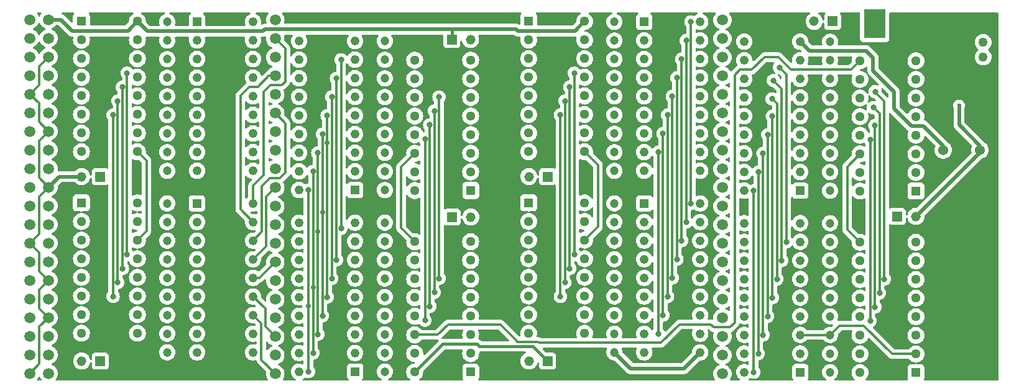
<source format=gbl>
G04 #@! TF.GenerationSoftware,KiCad,Pcbnew,8.0.6-8.0.6-0~ubuntu24.04.1*
G04 #@! TF.CreationDate,2024-11-10T23:48:13-05:00*
G04 #@! TF.ProjectId,array,61727261-792e-46b6-9963-61645f706362,rev?*
G04 #@! TF.SameCoordinates,Original*
G04 #@! TF.FileFunction,Copper,L4,Bot*
G04 #@! TF.FilePolarity,Positive*
%FSLAX46Y46*%
G04 Gerber Fmt 4.6, Leading zero omitted, Abs format (unit mm)*
G04 Created by KiCad (PCBNEW 8.0.6-8.0.6-0~ubuntu24.04.1) date 2024-11-10 23:48:13*
%MOMM*%
%LPD*%
G01*
G04 APERTURE LIST*
G04 #@! TA.AperFunction,ComponentPad*
%ADD10C,1.270000*%
G04 #@! TD*
G04 #@! TA.AperFunction,ComponentPad*
%ADD11C,1.371600*%
G04 #@! TD*
G04 #@! TA.AperFunction,SMDPad,CuDef*
%ADD12R,3.000000X4.000000*%
G04 #@! TD*
G04 #@! TA.AperFunction,ComponentPad*
%ADD13R,1.318000X1.318000*%
G04 #@! TD*
G04 #@! TA.AperFunction,ComponentPad*
%ADD14C,1.318000*%
G04 #@! TD*
G04 #@! TA.AperFunction,ComponentPad*
%ADD15C,1.500000*%
G04 #@! TD*
G04 #@! TA.AperFunction,ComponentPad*
%ADD16R,1.227074X1.227074*%
G04 #@! TD*
G04 #@! TA.AperFunction,ComponentPad*
%ADD17C,1.227074*%
G04 #@! TD*
G04 #@! TA.AperFunction,ComponentPad*
%ADD18C,1.200000*%
G04 #@! TD*
G04 #@! TA.AperFunction,ComponentPad*
%ADD19R,1.295400X1.295400*%
G04 #@! TD*
G04 #@! TA.AperFunction,ComponentPad*
%ADD20C,1.295400*%
G04 #@! TD*
G04 #@! TA.AperFunction,ViaPad*
%ADD21C,0.600000*%
G04 #@! TD*
G04 #@! TA.AperFunction,ViaPad*
%ADD22C,0.800000*%
G04 #@! TD*
G04 #@! TA.AperFunction,ViaPad*
%ADD23C,0.700000*%
G04 #@! TD*
G04 #@! TA.AperFunction,Conductor*
%ADD24C,0.300000*%
G04 #@! TD*
G04 #@! TA.AperFunction,Conductor*
%ADD25C,0.500000*%
G04 #@! TD*
G04 #@! TA.AperFunction,Conductor*
%ADD26C,0.400000*%
G04 #@! TD*
G04 APERTURE END LIST*
D10*
X215760000Y-106135650D03*
X215760000Y-104135650D03*
D11*
X210320000Y-118820000D03*
X215320000Y-118820000D03*
D12*
X200980000Y-101590000D03*
D13*
X156430000Y-122440000D03*
D14*
X153890000Y-122440000D03*
D13*
X204050000Y-127870000D03*
D14*
X206590000Y-127870000D03*
D15*
X119350000Y-149340000D03*
X119350000Y-146800000D03*
X119350000Y-144260000D03*
X119350000Y-141720000D03*
X119350000Y-139180000D03*
X119350000Y-136640000D03*
X119350000Y-134100000D03*
X119350000Y-131560000D03*
X119350000Y-129020000D03*
X119350000Y-126480000D03*
X119350000Y-123940000D03*
X119350000Y-121400000D03*
X119350000Y-118860000D03*
X119350000Y-116320000D03*
X119350000Y-113780000D03*
X119350000Y-111240000D03*
X119350000Y-108700000D03*
X119350000Y-106160000D03*
X119350000Y-103620000D03*
X119350000Y-101080000D03*
D13*
X156440000Y-147600000D03*
D14*
X153900000Y-147600000D03*
D13*
X143450000Y-127960000D03*
D14*
X145990000Y-127960000D03*
D13*
X195270000Y-101270000D03*
D14*
X192730000Y-101270000D03*
D15*
X85940000Y-101020000D03*
X85940000Y-103560000D03*
X85940000Y-106100000D03*
X85940000Y-108640000D03*
X85940000Y-111180000D03*
X85940000Y-113720000D03*
X85940000Y-116260000D03*
X85940000Y-118800000D03*
X85940000Y-121340000D03*
X85940000Y-123880000D03*
X85940000Y-126420000D03*
X85940000Y-128960000D03*
X85940000Y-131500000D03*
X85940000Y-134040000D03*
X85940000Y-136580000D03*
X85940000Y-139120000D03*
X85940000Y-141660000D03*
X85940000Y-144200000D03*
X85940000Y-146740000D03*
X85940000Y-149280000D03*
X88480000Y-149280000D03*
X88480000Y-146740000D03*
X88480000Y-144200000D03*
X88480000Y-141660000D03*
X88480000Y-139120000D03*
X88480000Y-136580000D03*
X88480000Y-134040000D03*
X88480000Y-131500000D03*
X88480000Y-128960000D03*
X88480000Y-126420000D03*
X88480000Y-123880000D03*
X88480000Y-121340000D03*
X88480000Y-118800000D03*
X88480000Y-116260000D03*
X88480000Y-113720000D03*
X88480000Y-111180000D03*
X88480000Y-108640000D03*
X88480000Y-106100000D03*
X88480000Y-103560000D03*
X88480000Y-101020000D03*
X180250000Y-101080000D03*
X180250000Y-103620000D03*
X180250000Y-106160000D03*
X180250000Y-108700000D03*
X180250000Y-111240000D03*
X180250000Y-113780000D03*
X180250000Y-116320000D03*
X180250000Y-118860000D03*
X180250000Y-121400000D03*
X180250000Y-123940000D03*
X180250000Y-126480000D03*
X180250000Y-129020000D03*
X180250000Y-131560000D03*
X180250000Y-134100000D03*
X180250000Y-136640000D03*
X180250000Y-139180000D03*
X180250000Y-141720000D03*
X180250000Y-144260000D03*
X180250000Y-146800000D03*
X180250000Y-149340000D03*
D13*
X143400000Y-103730000D03*
D14*
X145940000Y-103730000D03*
D13*
X95530000Y-122440000D03*
D14*
X92990000Y-122440000D03*
D13*
X95540000Y-147600000D03*
D14*
X93000000Y-147600000D03*
D16*
X190850000Y-149120000D03*
D17*
X190850000Y-146580000D03*
X190850000Y-144040000D03*
X190850000Y-141500000D03*
X190850000Y-138960000D03*
X190850000Y-136420000D03*
X190850000Y-133880000D03*
X190850000Y-131340000D03*
X190850000Y-128800000D03*
X183230000Y-128800000D03*
X183230000Y-131340000D03*
X183230000Y-133880000D03*
X183230000Y-136420000D03*
X183230000Y-138960000D03*
X183230000Y-141500000D03*
X183230000Y-144040000D03*
X183230000Y-146580000D03*
X183230000Y-149120000D03*
D18*
X134284000Y-103955000D03*
X134284000Y-106495000D03*
X134284000Y-109035000D03*
X134284000Y-111575000D03*
X134284000Y-114115000D03*
X134284000Y-116655000D03*
X134284000Y-119195000D03*
X134284000Y-121735000D03*
X134284000Y-124275000D03*
X194914000Y-128800000D03*
X194914000Y-131340000D03*
X194914000Y-133880000D03*
X194914000Y-136420000D03*
X194914000Y-138960000D03*
X194914000Y-141500000D03*
X194914000Y-144040000D03*
X194914000Y-146580000D03*
X194914000Y-149120000D03*
X165541000Y-121650000D03*
X165541000Y-119110000D03*
X165541000Y-116570000D03*
X165541000Y-114030000D03*
X165541000Y-111490000D03*
X165541000Y-108950000D03*
X165541000Y-106410000D03*
X165541000Y-103870000D03*
X165541000Y-101330000D03*
D19*
X206598000Y-124418500D03*
D20*
X206598000Y-121878500D03*
X206598000Y-119338500D03*
X206598000Y-116798500D03*
X206598000Y-114258500D03*
X206598000Y-111718500D03*
X206598000Y-109178500D03*
X206598000Y-106638500D03*
X198978000Y-106638500D03*
X198978000Y-109178500D03*
X198978000Y-111718500D03*
X198978000Y-114258500D03*
X198978000Y-116798500D03*
X198978000Y-119338500D03*
X198978000Y-121878500D03*
X198978000Y-124418500D03*
D16*
X190850000Y-124355000D03*
D17*
X190850000Y-121815000D03*
X190850000Y-119275000D03*
X190850000Y-116735000D03*
X190850000Y-114195000D03*
X190850000Y-111655000D03*
X190850000Y-109115000D03*
X190850000Y-106575000D03*
X190850000Y-104035000D03*
X183230000Y-104035000D03*
X183230000Y-106575000D03*
X183230000Y-109115000D03*
X183230000Y-111655000D03*
X183230000Y-114195000D03*
X183230000Y-116735000D03*
X183230000Y-119275000D03*
X183230000Y-121815000D03*
X183230000Y-124355000D03*
D19*
X153857000Y-126031500D03*
D20*
X153857000Y-128571500D03*
X153857000Y-131111500D03*
X153857000Y-133651500D03*
X153857000Y-136191500D03*
X153857000Y-138731500D03*
X153857000Y-141271500D03*
X153857000Y-143811500D03*
X161477000Y-143811500D03*
X161477000Y-141271500D03*
X161477000Y-138731500D03*
X161477000Y-136191500D03*
X161477000Y-133651500D03*
X161477000Y-131111500D03*
X161477000Y-128571500D03*
X161477000Y-126031500D03*
D16*
X169605000Y-126095000D03*
D17*
X169605000Y-128635000D03*
X169605000Y-131175000D03*
X169605000Y-133715000D03*
X169605000Y-136255000D03*
X169605000Y-138795000D03*
X169605000Y-141335000D03*
X169605000Y-143875000D03*
X169605000Y-146415000D03*
X177225000Y-146415000D03*
X177225000Y-143875000D03*
X177225000Y-141335000D03*
X177225000Y-138795000D03*
X177225000Y-136255000D03*
X177225000Y-133715000D03*
X177225000Y-131175000D03*
X177225000Y-128635000D03*
X177225000Y-126095000D03*
D18*
X194914000Y-104035000D03*
X194914000Y-106575000D03*
X194914000Y-109115000D03*
X194914000Y-111655000D03*
X194914000Y-114195000D03*
X194914000Y-116735000D03*
X194914000Y-119275000D03*
X194914000Y-121815000D03*
X194914000Y-124355000D03*
D19*
X206598000Y-149183500D03*
D20*
X206598000Y-146643500D03*
X206598000Y-144103500D03*
X206598000Y-141563500D03*
X206598000Y-139023500D03*
X206598000Y-136483500D03*
X206598000Y-133943500D03*
X206598000Y-131403500D03*
X198978000Y-131403500D03*
X198978000Y-133943500D03*
X198978000Y-136483500D03*
X198978000Y-139023500D03*
X198978000Y-141563500D03*
X198978000Y-144103500D03*
X198978000Y-146643500D03*
X198978000Y-149183500D03*
D16*
X130220000Y-124275000D03*
D17*
X130220000Y-121735000D03*
X130220000Y-119195000D03*
X130220000Y-116655000D03*
X130220000Y-114115000D03*
X130220000Y-111575000D03*
X130220000Y-109035000D03*
X130220000Y-106495000D03*
X130220000Y-103955000D03*
X122600000Y-103955000D03*
X122600000Y-106495000D03*
X122600000Y-109035000D03*
X122600000Y-111575000D03*
X122600000Y-114115000D03*
X122600000Y-116655000D03*
X122600000Y-119195000D03*
X122600000Y-121735000D03*
X122600000Y-124275000D03*
D19*
X145968000Y-149103500D03*
D20*
X145968000Y-146563500D03*
X145968000Y-144023500D03*
X145968000Y-141483500D03*
X145968000Y-138943500D03*
X145968000Y-136403500D03*
X145968000Y-133863500D03*
X145968000Y-131323500D03*
X138348000Y-131323500D03*
X138348000Y-133863500D03*
X138348000Y-136403500D03*
X138348000Y-138943500D03*
X138348000Y-141483500D03*
X138348000Y-144023500D03*
X138348000Y-146563500D03*
X138348000Y-149103500D03*
D19*
X145968000Y-124338500D03*
D20*
X145968000Y-121798500D03*
X145968000Y-119258500D03*
X145968000Y-116718500D03*
X145968000Y-114178500D03*
X145968000Y-111638500D03*
X145968000Y-109098500D03*
X145968000Y-106558500D03*
X138348000Y-106558500D03*
X138348000Y-109098500D03*
X138348000Y-111638500D03*
X138348000Y-114178500D03*
X138348000Y-116718500D03*
X138348000Y-119258500D03*
X138348000Y-121798500D03*
X138348000Y-124338500D03*
D18*
X134284000Y-128720000D03*
X134284000Y-131260000D03*
X134284000Y-133800000D03*
X134284000Y-136340000D03*
X134284000Y-138880000D03*
X134284000Y-141420000D03*
X134284000Y-143960000D03*
X134284000Y-146500000D03*
X134284000Y-149040000D03*
X165541000Y-146415000D03*
X165541000Y-143875000D03*
X165541000Y-141335000D03*
X165541000Y-138795000D03*
X165541000Y-136255000D03*
X165541000Y-133715000D03*
X165541000Y-131175000D03*
X165541000Y-128635000D03*
X165541000Y-126095000D03*
D16*
X130220000Y-149040000D03*
D17*
X130220000Y-146500000D03*
X130220000Y-143960000D03*
X130220000Y-141420000D03*
X130220000Y-138880000D03*
X130220000Y-136340000D03*
X130220000Y-133800000D03*
X130220000Y-131260000D03*
X130220000Y-128720000D03*
X122600000Y-128720000D03*
X122600000Y-131260000D03*
X122600000Y-133800000D03*
X122600000Y-136340000D03*
X122600000Y-138880000D03*
X122600000Y-141420000D03*
X122600000Y-143960000D03*
X122600000Y-146500000D03*
X122600000Y-149040000D03*
D19*
X92957000Y-126031500D03*
D20*
X92957000Y-128571500D03*
X92957000Y-131111500D03*
X92957000Y-133651500D03*
X92957000Y-136191500D03*
X92957000Y-138731500D03*
X92957000Y-141271500D03*
X92957000Y-143811500D03*
X100577000Y-143811500D03*
X100577000Y-141271500D03*
X100577000Y-138731500D03*
X100577000Y-136191500D03*
X100577000Y-133651500D03*
X100577000Y-131111500D03*
X100577000Y-128571500D03*
X100577000Y-126031500D03*
D18*
X104641000Y-121650000D03*
X104641000Y-119110000D03*
X104641000Y-116570000D03*
X104641000Y-114030000D03*
X104641000Y-111490000D03*
X104641000Y-108950000D03*
X104641000Y-106410000D03*
X104641000Y-103870000D03*
X104641000Y-101330000D03*
D16*
X108705000Y-101330000D03*
D17*
X108705000Y-103870000D03*
X108705000Y-106410000D03*
X108705000Y-108950000D03*
X108705000Y-111490000D03*
X108705000Y-114030000D03*
X108705000Y-116570000D03*
X108705000Y-119110000D03*
X108705000Y-121650000D03*
X116325000Y-121650000D03*
X116325000Y-119110000D03*
X116325000Y-116570000D03*
X116325000Y-114030000D03*
X116325000Y-111490000D03*
X116325000Y-108950000D03*
X116325000Y-106410000D03*
X116325000Y-103870000D03*
X116325000Y-101330000D03*
D16*
X108705000Y-126095000D03*
D17*
X108705000Y-128635000D03*
X108705000Y-131175000D03*
X108705000Y-133715000D03*
X108705000Y-136255000D03*
X108705000Y-138795000D03*
X108705000Y-141335000D03*
X108705000Y-143875000D03*
X108705000Y-146415000D03*
X116325000Y-146415000D03*
X116325000Y-143875000D03*
X116325000Y-141335000D03*
X116325000Y-138795000D03*
X116325000Y-136255000D03*
X116325000Y-133715000D03*
X116325000Y-131175000D03*
X116325000Y-128635000D03*
X116325000Y-126095000D03*
D19*
X92957000Y-101266500D03*
D20*
X92957000Y-103806500D03*
X92957000Y-106346500D03*
X92957000Y-108886500D03*
X92957000Y-111426500D03*
X92957000Y-113966500D03*
X92957000Y-116506500D03*
X92957000Y-119046500D03*
X100577000Y-119046500D03*
X100577000Y-116506500D03*
X100577000Y-113966500D03*
X100577000Y-111426500D03*
X100577000Y-108886500D03*
X100577000Y-106346500D03*
X100577000Y-103806500D03*
X100577000Y-101266500D03*
D18*
X104641000Y-146415000D03*
X104641000Y-143875000D03*
X104641000Y-141335000D03*
X104641000Y-138795000D03*
X104641000Y-136255000D03*
X104641000Y-133715000D03*
X104641000Y-131175000D03*
X104641000Y-128635000D03*
X104641000Y-126095000D03*
D19*
X153857000Y-101266500D03*
D20*
X153857000Y-103806500D03*
X153857000Y-106346500D03*
X153857000Y-108886500D03*
X153857000Y-111426500D03*
X153857000Y-113966500D03*
X153857000Y-116506500D03*
X153857000Y-119046500D03*
X161477000Y-119046500D03*
X161477000Y-116506500D03*
X161477000Y-113966500D03*
X161477000Y-111426500D03*
X161477000Y-108886500D03*
X161477000Y-106346500D03*
X161477000Y-103806500D03*
X161477000Y-101266500D03*
D16*
X169605000Y-101330000D03*
D17*
X169605000Y-103870000D03*
X169605000Y-106410000D03*
X169605000Y-108950000D03*
X169605000Y-111490000D03*
X169605000Y-114030000D03*
X169605000Y-116570000D03*
X169605000Y-119110000D03*
X169605000Y-121650000D03*
X177225000Y-121650000D03*
X177225000Y-119110000D03*
X177225000Y-116570000D03*
X177225000Y-114030000D03*
X177225000Y-111490000D03*
X177225000Y-108950000D03*
X177225000Y-106410000D03*
X177225000Y-103870000D03*
X177225000Y-101330000D03*
D21*
X212470000Y-112750000D03*
D22*
X173415000Y-111490000D03*
X128315000Y-106495000D03*
X200375000Y-142135000D03*
X188000000Y-107550000D03*
X141015000Y-113480000D03*
X171510000Y-119110000D03*
X127680000Y-109035000D03*
X175955000Y-101330000D03*
X187190000Y-109330000D03*
X125140000Y-119195000D03*
X188310000Y-133880000D03*
X188945000Y-131340000D03*
X140380000Y-140150000D03*
X123870000Y-124275000D03*
X125775000Y-116655000D03*
X141650000Y-136340000D03*
X175320000Y-103870000D03*
X186405000Y-116735000D03*
X159445000Y-110220000D03*
X185135000Y-121815000D03*
X172145000Y-141335000D03*
X201010000Y-140230000D03*
X159445000Y-134985000D03*
X187040000Y-114195000D03*
X127045000Y-136340000D03*
X158810000Y-112125000D03*
X127680000Y-133800000D03*
X184500000Y-124355000D03*
X185770000Y-144040000D03*
X139745000Y-117290000D03*
X200375000Y-117370000D03*
X160080000Y-133080000D03*
X158810000Y-136890000D03*
X201010000Y-115465000D03*
X124505000Y-121735000D03*
X172780000Y-114030000D03*
X201060000Y-110850000D03*
X200790000Y-113030000D03*
X185770000Y-119275000D03*
X174685000Y-131175000D03*
X128315000Y-129510000D03*
X124505000Y-146500000D03*
X158175000Y-138795000D03*
D23*
X126410000Y-117860000D03*
D22*
X174050000Y-133715000D03*
X125140000Y-143960000D03*
X160080000Y-108315000D03*
X141650000Y-111575000D03*
D23*
X125140000Y-129960000D03*
D22*
X186405000Y-141500000D03*
X172145000Y-116570000D03*
X126410000Y-114115000D03*
X174050000Y-108950000D03*
X141015000Y-138245000D03*
X202280000Y-136420000D03*
X171510000Y-143875000D03*
X125775000Y-141420000D03*
X175955000Y-126095000D03*
D23*
X123870000Y-140080000D03*
D22*
X127045000Y-111575000D03*
X139745000Y-142055000D03*
X187000000Y-111840000D03*
X140380000Y-115385000D03*
X187040000Y-138960000D03*
X172780000Y-138795000D03*
X201645000Y-138325000D03*
X175320000Y-128635000D03*
X123870000Y-149040000D03*
D23*
X125775000Y-127330000D03*
D22*
X187675000Y-136420000D03*
D23*
X124505000Y-137510000D03*
D22*
X174685000Y-106410000D03*
X184500000Y-149120000D03*
X173415000Y-136255000D03*
X158175000Y-114030000D03*
X185135000Y-146580000D03*
X126410000Y-138880000D03*
X98545000Y-110220000D03*
X98545000Y-134985000D03*
X97910000Y-112125000D03*
X99180000Y-133080000D03*
X97910000Y-136890000D03*
X97275000Y-138795000D03*
X99180000Y-108315000D03*
X97275000Y-114030000D03*
D24*
X182630000Y-107850000D02*
X181910000Y-108570000D01*
X150000000Y-142620000D02*
X142880000Y-142620000D01*
X198978000Y-106638500D02*
X197766500Y-107850000D01*
X197766500Y-107850000D02*
X189600000Y-107850000D01*
X189600000Y-107850000D02*
X187890000Y-106140000D01*
X152160000Y-144790000D02*
X152160000Y-144780000D01*
X187890000Y-106140000D02*
X185980000Y-106140000D01*
X184270000Y-107850000D02*
X182630000Y-107850000D01*
X181910000Y-142370000D02*
X181290000Y-142990000D01*
X185980000Y-106140000D02*
X184270000Y-107850000D01*
X152330000Y-144960000D02*
X152160000Y-144790000D01*
X181910000Y-108570000D02*
X181910000Y-142370000D01*
X181290000Y-142990000D02*
X179070000Y-142990000D01*
X179070000Y-142990000D02*
X178670000Y-142590000D01*
X178670000Y-142590000D02*
X174380000Y-142590000D01*
X174380000Y-142590000D02*
X171850000Y-145120000D01*
X171850000Y-145120000D02*
X155260000Y-145120000D01*
X155260000Y-145120000D02*
X155100000Y-144960000D01*
X155100000Y-144960000D02*
X152330000Y-144960000D01*
X152160000Y-144780000D02*
X150000000Y-142620000D01*
D25*
X206590000Y-127870000D02*
X215320000Y-119140000D01*
X215320000Y-118222000D02*
X212470000Y-115372000D01*
X215320000Y-119140000D02*
X215320000Y-118222000D01*
X212470000Y-115372000D02*
X212470000Y-112750000D01*
X210320000Y-118820000D02*
X210320000Y-118222000D01*
X205960000Y-115530000D02*
X203620000Y-113190000D01*
X210320000Y-118222000D02*
X207628000Y-115530000D01*
X203620000Y-113190000D02*
X203620000Y-110850000D01*
X207628000Y-115530000D02*
X205960000Y-115530000D01*
X203620000Y-110850000D02*
X200750000Y-107980000D01*
X200750000Y-107980000D02*
X200750000Y-106230000D01*
X200750000Y-106230000D02*
X199810000Y-105290000D01*
X199810000Y-105290000D02*
X192105000Y-105290000D01*
X192105000Y-105290000D02*
X190850000Y-104035000D01*
D26*
X156440000Y-147600000D02*
X154450000Y-145610000D01*
X154450000Y-145610000D02*
X147140000Y-145610000D01*
X147140000Y-145610000D02*
X146820000Y-145290000D01*
X142161500Y-145290000D02*
X138348000Y-149103500D01*
X146820000Y-145290000D02*
X142161500Y-145290000D01*
D24*
X201060000Y-110850000D02*
X201060000Y-110940000D01*
X201060000Y-110940000D02*
X202280000Y-112160000D01*
X202280000Y-112160000D02*
X202280000Y-136420000D01*
X201645000Y-138325000D02*
X201645000Y-113885000D01*
X201645000Y-113885000D02*
X200790000Y-113030000D01*
X187675000Y-136420000D02*
X187675000Y-112515000D01*
X187675000Y-112515000D02*
X187000000Y-111840000D01*
X187190000Y-109330000D02*
X188310000Y-110450000D01*
X188310000Y-110450000D02*
X188310000Y-133880000D01*
X188945000Y-131340000D02*
X188945000Y-108495000D01*
X188945000Y-108495000D02*
X188000000Y-107550000D01*
D25*
X92990000Y-122440000D02*
X89920000Y-122440000D01*
X89920000Y-122440000D02*
X88480000Y-123880000D01*
D24*
X128315000Y-129510000D02*
X128315000Y-106495000D01*
D25*
X165541000Y-146415000D02*
X167746000Y-148620000D01*
X167746000Y-148620000D02*
X175020000Y-148620000D01*
X175020000Y-148620000D02*
X177225000Y-146415000D01*
D24*
X116325000Y-128635000D02*
X114600000Y-126910000D01*
X114600000Y-126910000D02*
X114600000Y-111380000D01*
X114600000Y-111380000D02*
X115790000Y-110190000D01*
X116990000Y-110190000D02*
X118480000Y-108700000D01*
X115790000Y-110190000D02*
X116990000Y-110190000D01*
X118480000Y-108700000D02*
X119350000Y-108700000D01*
D25*
X117940000Y-102360000D02*
X143430000Y-102360000D01*
X143430000Y-102360000D02*
X152180000Y-102360000D01*
D26*
X143400000Y-103730000D02*
X143400000Y-102390000D01*
X143400000Y-102390000D02*
X143430000Y-102360000D01*
D25*
X100577000Y-101266500D02*
X101930500Y-102620000D01*
X101930500Y-102620000D02*
X117680000Y-102620000D01*
X117680000Y-102620000D02*
X117940000Y-102360000D01*
X152180000Y-102360000D02*
X152390000Y-102570000D01*
X152390000Y-102570000D02*
X160173500Y-102570000D01*
X160173500Y-102570000D02*
X161477000Y-101266500D01*
X90170000Y-101020000D02*
X91710000Y-102560000D01*
X88480000Y-101020000D02*
X90170000Y-101020000D01*
X91710000Y-102560000D02*
X99283500Y-102560000D01*
X99283500Y-102560000D02*
X100577000Y-101266500D01*
D24*
X100577000Y-119046500D02*
X101820000Y-120289500D01*
X101820000Y-120289500D02*
X101820000Y-129868500D01*
X101820000Y-129868500D02*
X100577000Y-131111500D01*
X88480000Y-136580000D02*
X87210000Y-137850000D01*
X87210000Y-137850000D02*
X87210000Y-140390000D01*
X87210000Y-140390000D02*
X88480000Y-141660000D01*
X85940000Y-131500000D02*
X87210000Y-132770000D01*
X87210000Y-132770000D02*
X87210000Y-135310000D01*
X87210000Y-135310000D02*
X88480000Y-136580000D01*
X88480000Y-123880000D02*
X87210000Y-125150000D01*
X87210000Y-125150000D02*
X87210000Y-130230000D01*
X87210000Y-130230000D02*
X85940000Y-131500000D01*
X88480000Y-116260000D02*
X87200000Y-117540000D01*
X87200000Y-117540000D02*
X87200000Y-122600000D01*
X87200000Y-122600000D02*
X88480000Y-123880000D01*
X85940000Y-111180000D02*
X87190000Y-112430000D01*
X87190000Y-112430000D02*
X87190000Y-114970000D01*
X87190000Y-114970000D02*
X88480000Y-116260000D01*
X88480000Y-106100000D02*
X87200000Y-107380000D01*
X87200000Y-107380000D02*
X87200000Y-109920000D01*
X87200000Y-109920000D02*
X85940000Y-111180000D01*
X116325000Y-126095000D02*
X116325000Y-123675000D01*
X118700000Y-109970000D02*
X120250000Y-109970000D01*
X120720000Y-109500000D02*
X120720000Y-104990000D01*
X116325000Y-123675000D02*
X117800000Y-122200000D01*
X117800000Y-122200000D02*
X117800000Y-110870000D01*
X117800000Y-110870000D02*
X118700000Y-109970000D01*
X120250000Y-109970000D02*
X120720000Y-109500000D01*
X120720000Y-104990000D02*
X119350000Y-103620000D01*
X116325000Y-131175000D02*
X117540000Y-129960000D01*
X117540000Y-129960000D02*
X117540000Y-123750000D01*
X117540000Y-123750000D02*
X118610000Y-122680000D01*
X118610000Y-122680000D02*
X119990000Y-122680000D01*
X119990000Y-122680000D02*
X120770000Y-121900000D01*
X120770000Y-121900000D02*
X120770000Y-115200000D01*
X120770000Y-115200000D02*
X119350000Y-113780000D01*
X119350000Y-123940000D02*
X118080000Y-125210000D01*
X118080000Y-125210000D02*
X118080000Y-131960000D01*
X118080000Y-131960000D02*
X116325000Y-133715000D01*
X119350000Y-134100000D02*
X117195000Y-136255000D01*
X117195000Y-136255000D02*
X116325000Y-136255000D01*
X119350000Y-144260000D02*
X118000000Y-142910000D01*
X118000000Y-142910000D02*
X118000000Y-140470000D01*
X118000000Y-140470000D02*
X116325000Y-138795000D01*
X116325000Y-141335000D02*
X117460000Y-142470000D01*
X117460000Y-142470000D02*
X117460000Y-147450000D01*
X117460000Y-147450000D02*
X119350000Y-149340000D01*
X194914000Y-144040000D02*
X190850000Y-144040000D01*
X196184000Y-142770000D02*
X194914000Y-144040000D01*
X199486000Y-142770000D02*
X196184000Y-142770000D01*
X203359500Y-146643500D02*
X199486000Y-142770000D01*
X206598000Y-146643500D02*
X203359500Y-146643500D01*
X186405000Y-141500000D02*
X186405000Y-116735000D01*
X184500000Y-124355000D02*
X184500000Y-149120000D01*
X125140000Y-132555000D02*
X125140000Y-143960000D01*
X141015000Y-138245000D02*
X141015000Y-113480000D01*
X127680000Y-109035000D02*
X127680000Y-133800000D01*
X136490000Y-121116500D02*
X138348000Y-119258500D01*
X124505000Y-137510000D02*
X124505000Y-121735000D01*
X161477000Y-119046500D02*
X163300000Y-120869500D01*
X127045000Y-136340000D02*
X127045000Y-111575000D01*
X125775000Y-129905000D02*
X125775000Y-127330000D01*
X126410000Y-117860000D02*
X126410000Y-120485000D01*
X185770000Y-119275000D02*
X185770000Y-144040000D01*
X125140000Y-119195000D02*
X125140000Y-132555000D01*
X141650000Y-136340000D02*
X141650000Y-111575000D01*
X142880000Y-142620000D02*
X141476500Y-144023500D01*
X163300000Y-120869500D02*
X163300000Y-129288500D01*
X173415000Y-136255000D02*
X173415000Y-111490000D01*
X175955000Y-126095000D02*
X175955000Y-101330000D01*
X175320000Y-103870000D02*
X175320000Y-128635000D01*
X138348000Y-131323500D02*
X136490000Y-129465500D01*
X159445000Y-110220000D02*
X159445000Y-134985000D01*
X123870000Y-124275000D02*
X123870000Y-142675000D01*
X185135000Y-146580000D02*
X185135000Y-121815000D01*
X125775000Y-127330000D02*
X125775000Y-116655000D01*
X200375000Y-142135000D02*
X200375000Y-117370000D01*
X140380000Y-140150000D02*
X140380000Y-115385000D01*
X124505000Y-146500000D02*
X124505000Y-140085000D01*
X174685000Y-131175000D02*
X174685000Y-106410000D01*
X139745000Y-142055000D02*
X139745000Y-117290000D01*
X126410000Y-120485000D02*
X126410000Y-138880000D01*
X187040000Y-114195000D02*
X187040000Y-138960000D01*
X201010000Y-140230000D02*
X201010000Y-115465000D01*
X198978000Y-131403500D02*
X197230000Y-129655500D01*
X163300000Y-129288500D02*
X161477000Y-131111500D01*
X124505000Y-140085000D02*
X124505000Y-137510000D01*
X172780000Y-114030000D02*
X172780000Y-138795000D01*
X197230000Y-129655500D02*
X197230000Y-121086500D01*
X136490000Y-129465500D02*
X136490000Y-121116500D01*
X172145000Y-141335000D02*
X172145000Y-116570000D01*
X158175000Y-114030000D02*
X158175000Y-138795000D01*
X171510000Y-119110000D02*
X171510000Y-143875000D01*
X174050000Y-108950000D02*
X174050000Y-133715000D01*
X141476500Y-144023500D02*
X138348000Y-144023500D01*
X197230000Y-121086500D02*
X198978000Y-119338500D01*
X123870000Y-142675000D02*
X123870000Y-149040000D01*
X126410000Y-114115000D02*
X126410000Y-117860000D01*
X125775000Y-141420000D02*
X125775000Y-129905000D01*
X160080000Y-108315000D02*
X160080000Y-133080000D01*
X158810000Y-112125000D02*
X158810000Y-136890000D01*
X98545000Y-110220000D02*
X98545000Y-134985000D01*
X97275000Y-114030000D02*
X97275000Y-138795000D01*
X99180000Y-108315000D02*
X99180000Y-133080000D01*
X97910000Y-112125000D02*
X97910000Y-136890000D01*
X87220000Y-142920000D02*
X88480000Y-141660000D01*
X87220000Y-148000000D02*
X87220000Y-142920000D01*
X85940000Y-149280000D02*
X87220000Y-148000000D01*
G04 #@! TA.AperFunction,NonConductor*
G36*
X87461109Y-100070185D02*
G01*
X87506864Y-100122989D01*
X87516808Y-100192147D01*
X87495645Y-100245623D01*
X87392900Y-100392357D01*
X87392898Y-100392361D01*
X87322382Y-100543583D01*
X87276209Y-100596022D01*
X87209016Y-100615174D01*
X87142135Y-100594958D01*
X87097618Y-100543583D01*
X87078934Y-100503516D01*
X87027102Y-100392362D01*
X87027100Y-100392359D01*
X87027099Y-100392357D01*
X86924355Y-100245623D01*
X86902028Y-100179417D01*
X86919038Y-100111650D01*
X86969986Y-100063837D01*
X87025930Y-100050500D01*
X87394070Y-100050500D01*
X87461109Y-100070185D01*
G37*
G04 #@! TD.AperFunction*
G04 #@! TA.AperFunction,NonConductor*
G36*
X194224702Y-100070185D02*
G01*
X194270457Y-100122989D01*
X194280401Y-100192147D01*
X194256930Y-100248811D01*
X194253454Y-100253453D01*
X194253454Y-100253454D01*
X194247615Y-100261254D01*
X194167203Y-100368669D01*
X194167202Y-100368671D01*
X194116908Y-100503517D01*
X194112357Y-100545851D01*
X194110501Y-100563123D01*
X194110500Y-100563135D01*
X194110500Y-100996067D01*
X194090815Y-101063106D01*
X194038011Y-101108861D01*
X193968853Y-101118805D01*
X193905297Y-101089780D01*
X193867523Y-101031002D01*
X193867234Y-101030001D01*
X193815833Y-100849346D01*
X193720050Y-100656987D01*
X193623378Y-100528974D01*
X193590549Y-100485501D01*
X193431748Y-100340735D01*
X193431746Y-100340733D01*
X193333540Y-100279927D01*
X193286904Y-100227899D01*
X193275800Y-100158918D01*
X193303753Y-100094883D01*
X193361888Y-100056127D01*
X193398817Y-100050500D01*
X194157663Y-100050500D01*
X194224702Y-100070185D01*
G37*
G04 #@! TD.AperFunction*
G04 #@! TA.AperFunction,NonConductor*
G36*
X91930185Y-100070185D02*
G01*
X91975940Y-100122989D01*
X91985884Y-100192147D01*
X91956859Y-100255703D01*
X91952013Y-100260906D01*
X91865506Y-100376464D01*
X91865502Y-100376471D01*
X91815208Y-100511317D01*
X91808801Y-100570916D01*
X91808801Y-100570923D01*
X91808800Y-100570935D01*
X91808800Y-101298069D01*
X91789115Y-101365108D01*
X91736311Y-101410863D01*
X91667153Y-101420807D01*
X91603597Y-101391782D01*
X91597119Y-101385750D01*
X90648421Y-100437052D01*
X90648414Y-100437046D01*
X90551512Y-100372299D01*
X90551511Y-100372299D01*
X90525500Y-100354919D01*
X90525488Y-100354912D01*
X90388917Y-100298343D01*
X90388907Y-100298340D01*
X90377729Y-100296117D01*
X90315818Y-100263732D01*
X90281244Y-100203016D01*
X90284984Y-100133247D01*
X90325851Y-100076575D01*
X90390869Y-100050993D01*
X90401921Y-100050500D01*
X91863146Y-100050500D01*
X91930185Y-100070185D01*
G37*
G04 #@! TD.AperFunction*
G04 #@! TA.AperFunction,NonConductor*
G36*
X118378701Y-100070185D02*
G01*
X118424456Y-100122989D01*
X118434400Y-100192147D01*
X118405375Y-100255703D01*
X118399343Y-100262181D01*
X118388402Y-100273121D01*
X118262900Y-100452357D01*
X118262898Y-100452361D01*
X118170426Y-100650668D01*
X118170422Y-100650677D01*
X118113793Y-100862020D01*
X118113793Y-100862024D01*
X118094723Y-101079997D01*
X118094723Y-101080002D01*
X118100124Y-101141740D01*
X118113314Y-101292507D01*
X118113793Y-101297975D01*
X118113793Y-101297979D01*
X118155440Y-101453407D01*
X118153777Y-101523257D01*
X118114614Y-101581119D01*
X118050386Y-101608623D01*
X118035665Y-101609500D01*
X117866076Y-101609500D01*
X117837242Y-101615234D01*
X117837243Y-101615235D01*
X117721093Y-101638339D01*
X117721083Y-101638342D01*
X117641079Y-101671480D01*
X117641080Y-101671481D01*
X117588914Y-101693089D01*
X117519445Y-101700558D01*
X117456965Y-101669283D01*
X117421313Y-101609194D01*
X117422195Y-101544592D01*
X117424760Y-101535581D01*
X117443810Y-101330000D01*
X117440842Y-101297975D01*
X117424760Y-101124419D01*
X117424759Y-101124417D01*
X117423162Y-101118805D01*
X117368259Y-100925839D01*
X117336482Y-100862023D01*
X117306606Y-100802023D01*
X117276231Y-100741022D01*
X117151811Y-100576263D01*
X117151808Y-100576260D01*
X117151804Y-100576256D01*
X116999234Y-100437170D01*
X116999232Y-100437168D01*
X116823702Y-100328485D01*
X116823695Y-100328481D01*
X116769242Y-100307386D01*
X116724689Y-100290126D01*
X116669289Y-100247554D01*
X116645698Y-100181787D01*
X116661409Y-100113707D01*
X116711433Y-100064928D01*
X116769484Y-100050500D01*
X118311662Y-100050500D01*
X118378701Y-100070185D01*
G37*
G04 #@! TD.AperFunction*
G04 #@! TA.AperFunction,NonConductor*
G36*
X152830185Y-100070185D02*
G01*
X152875940Y-100122989D01*
X152885884Y-100192147D01*
X152856859Y-100255703D01*
X152852013Y-100260906D01*
X152765506Y-100376464D01*
X152765502Y-100376471D01*
X152715208Y-100511317D01*
X152708801Y-100570916D01*
X152708801Y-100570923D01*
X152708800Y-100570935D01*
X152708800Y-101581122D01*
X152689115Y-101648161D01*
X152636311Y-101693916D01*
X152567153Y-101703860D01*
X152537348Y-101695683D01*
X152398917Y-101638343D01*
X152398907Y-101638340D01*
X152253920Y-101609500D01*
X152253918Y-101609500D01*
X143503918Y-101609500D01*
X120664335Y-101609500D01*
X120597296Y-101589815D01*
X120551541Y-101537011D01*
X120541597Y-101467853D01*
X120544560Y-101453407D01*
X120569299Y-101361077D01*
X120586207Y-101297977D01*
X120605277Y-101080000D01*
X120586207Y-100862023D01*
X120529575Y-100650670D01*
X120437102Y-100452362D01*
X120437100Y-100452359D01*
X120437099Y-100452357D01*
X120311597Y-100273121D01*
X120300657Y-100262181D01*
X120267172Y-100200858D01*
X120272156Y-100131166D01*
X120314028Y-100075233D01*
X120379492Y-100050816D01*
X120388338Y-100050500D01*
X152763146Y-100050500D01*
X152830185Y-100070185D01*
G37*
G04 #@! TD.AperFunction*
G04 #@! TA.AperFunction,NonConductor*
G36*
X99991034Y-100070185D02*
G01*
X100036789Y-100122989D01*
X100046733Y-100192147D01*
X100017708Y-100255703D01*
X99989272Y-100279927D01*
X99882092Y-100346289D01*
X99882090Y-100346291D01*
X99724836Y-100489647D01*
X99596596Y-100659462D01*
X99501750Y-100849939D01*
X99501750Y-100849940D01*
X99443514Y-101054615D01*
X99423880Y-101266499D01*
X99426291Y-101292507D01*
X99412876Y-101361077D01*
X99390501Y-101391630D01*
X99008951Y-101773181D01*
X98947628Y-101806666D01*
X98921270Y-101809500D01*
X94229200Y-101809500D01*
X94162161Y-101789815D01*
X94116406Y-101737011D01*
X94105200Y-101685500D01*
X94105199Y-100570929D01*
X94105198Y-100570923D01*
X94105197Y-100570916D01*
X94098791Y-100511317D01*
X94095881Y-100503516D01*
X94048497Y-100376471D01*
X94048493Y-100376464D01*
X93956932Y-100254155D01*
X93958251Y-100253167D01*
X93929688Y-100200858D01*
X93934672Y-100131166D01*
X93976544Y-100075233D01*
X94042008Y-100050816D01*
X94050854Y-100050500D01*
X99923995Y-100050500D01*
X99991034Y-100070185D01*
G37*
G04 #@! TD.AperFunction*
G04 #@! TA.AperFunction,NonConductor*
G36*
X160891034Y-100070185D02*
G01*
X160936789Y-100122989D01*
X160946733Y-100192147D01*
X160917708Y-100255703D01*
X160889272Y-100279927D01*
X160782092Y-100346289D01*
X160782090Y-100346291D01*
X160624836Y-100489647D01*
X160496596Y-100659462D01*
X160401750Y-100849939D01*
X160401750Y-100849940D01*
X160343514Y-101054615D01*
X160323880Y-101266499D01*
X160326291Y-101292507D01*
X160312876Y-101361077D01*
X160290501Y-101391630D01*
X159898951Y-101783181D01*
X159837628Y-101816666D01*
X159811270Y-101819500D01*
X155129200Y-101819500D01*
X155062161Y-101799815D01*
X155016406Y-101747011D01*
X155005200Y-101695500D01*
X155005199Y-100570929D01*
X155005198Y-100570923D01*
X155005197Y-100570916D01*
X154998791Y-100511317D01*
X154995881Y-100503516D01*
X154948497Y-100376471D01*
X154948493Y-100376464D01*
X154856932Y-100254155D01*
X154858251Y-100253167D01*
X154829688Y-100200858D01*
X154834672Y-100131166D01*
X154876544Y-100075233D01*
X154942008Y-100050816D01*
X154950854Y-100050500D01*
X160823995Y-100050500D01*
X160891034Y-100070185D01*
G37*
G04 #@! TD.AperFunction*
G04 #@! TA.AperFunction,NonConductor*
G36*
X115947555Y-100070185D02*
G01*
X115993310Y-100122989D01*
X116003254Y-100192147D01*
X115974229Y-100255703D01*
X115925310Y-100290126D01*
X115904109Y-100298340D01*
X115826304Y-100328481D01*
X115826297Y-100328485D01*
X115650767Y-100437168D01*
X115650765Y-100437170D01*
X115498195Y-100576256D01*
X115498191Y-100576260D01*
X115373769Y-100741021D01*
X115281745Y-100925828D01*
X115281739Y-100925843D01*
X115225240Y-101124417D01*
X115225239Y-101124419D01*
X115206190Y-101329999D01*
X115206190Y-101330000D01*
X115225239Y-101535580D01*
X115225240Y-101535582D01*
X115275312Y-101711566D01*
X115274725Y-101781433D01*
X115236459Y-101839892D01*
X115172661Y-101868382D01*
X115156046Y-101869500D01*
X109943037Y-101869500D01*
X109875998Y-101849815D01*
X109830243Y-101797011D01*
X109819037Y-101745500D01*
X109819036Y-100668592D01*
X109819035Y-100668586D01*
X109819034Y-100668579D01*
X109812628Y-100608980D01*
X109800425Y-100576263D01*
X109762334Y-100474134D01*
X109762330Y-100474127D01*
X109676084Y-100358918D01*
X109676081Y-100358915D01*
X109562337Y-100273766D01*
X109520466Y-100217833D01*
X109515482Y-100148141D01*
X109548967Y-100086818D01*
X109610291Y-100053334D01*
X109636648Y-100050500D01*
X115880516Y-100050500D01*
X115947555Y-100070185D01*
G37*
G04 #@! TD.AperFunction*
G04 #@! TA.AperFunction,NonConductor*
G36*
X107840391Y-100070185D02*
G01*
X107886146Y-100122989D01*
X107896090Y-100192147D01*
X107867065Y-100255703D01*
X107847663Y-100273766D01*
X107733918Y-100358915D01*
X107733915Y-100358918D01*
X107647669Y-100474127D01*
X107647665Y-100474134D01*
X107597371Y-100608980D01*
X107591944Y-100659462D01*
X107590963Y-100668590D01*
X107590963Y-101266500D01*
X107590964Y-101745500D01*
X107571280Y-101812539D01*
X107518476Y-101858294D01*
X107466964Y-101869500D01*
X105795880Y-101869500D01*
X105728841Y-101849815D01*
X105683086Y-101797011D01*
X105673142Y-101727853D01*
X105676614Y-101711566D01*
X105711255Y-101589815D01*
X105727397Y-101533083D01*
X105746215Y-101330000D01*
X105727397Y-101126917D01*
X105671582Y-100930750D01*
X105669131Y-100925828D01*
X105607484Y-100802023D01*
X105580673Y-100748179D01*
X105513676Y-100659461D01*
X105457762Y-100585418D01*
X105307041Y-100448019D01*
X105307039Y-100448017D01*
X105133642Y-100340655D01*
X105133635Y-100340651D01*
X105003216Y-100290127D01*
X104947814Y-100247554D01*
X104924224Y-100181787D01*
X104939935Y-100113707D01*
X104989959Y-100064928D01*
X105048010Y-100050500D01*
X107773352Y-100050500D01*
X107840391Y-100070185D01*
G37*
G04 #@! TD.AperFunction*
G04 #@! TA.AperFunction,NonConductor*
G36*
X104301029Y-100070185D02*
G01*
X104346784Y-100122989D01*
X104356728Y-100192147D01*
X104327703Y-100255703D01*
X104278784Y-100290127D01*
X104148364Y-100340651D01*
X104148357Y-100340655D01*
X103974960Y-100448017D01*
X103974958Y-100448019D01*
X103824237Y-100585418D01*
X103701327Y-100748178D01*
X103610422Y-100930739D01*
X103610417Y-100930752D01*
X103554602Y-101126917D01*
X103535785Y-101329999D01*
X103535785Y-101330000D01*
X103554602Y-101533082D01*
X103554603Y-101533084D01*
X103605386Y-101711566D01*
X103604800Y-101781433D01*
X103566533Y-101839892D01*
X103502736Y-101868382D01*
X103486120Y-101869500D01*
X102292730Y-101869500D01*
X102225691Y-101849815D01*
X102205049Y-101833181D01*
X101763498Y-101391630D01*
X101730013Y-101330307D01*
X101727708Y-101292512D01*
X101730119Y-101266500D01*
X101710485Y-101054615D01*
X101652251Y-100849945D01*
X101652249Y-100849940D01*
X101652249Y-100849939D01*
X101557403Y-100659462D01*
X101484645Y-100563116D01*
X101429165Y-100489649D01*
X101300439Y-100372300D01*
X101271909Y-100346291D01*
X101271907Y-100346289D01*
X101164728Y-100279927D01*
X101118092Y-100227899D01*
X101106988Y-100158917D01*
X101134941Y-100094883D01*
X101193076Y-100056127D01*
X101230005Y-100050500D01*
X104233990Y-100050500D01*
X104301029Y-100070185D01*
G37*
G04 #@! TD.AperFunction*
G04 #@! TA.AperFunction,NonConductor*
G36*
X87277865Y-101445041D02*
G01*
X87322381Y-101496414D01*
X87392898Y-101647639D01*
X87518402Y-101826877D01*
X87673123Y-101981598D01*
X87819001Y-102083743D01*
X87852361Y-102107102D01*
X88003583Y-102177618D01*
X88056022Y-102223790D01*
X88075174Y-102290984D01*
X88054958Y-102357865D01*
X88003583Y-102402382D01*
X87852361Y-102472898D01*
X87852357Y-102472900D01*
X87673121Y-102598402D01*
X87518402Y-102753121D01*
X87392900Y-102932357D01*
X87392898Y-102932361D01*
X87322382Y-103083583D01*
X87276209Y-103136022D01*
X87209016Y-103155174D01*
X87142135Y-103134958D01*
X87097618Y-103083583D01*
X87058712Y-103000150D01*
X87027102Y-102932362D01*
X87027100Y-102932359D01*
X87027099Y-102932357D01*
X86901599Y-102753124D01*
X86845876Y-102697401D01*
X86746877Y-102598402D01*
X86567639Y-102472898D01*
X86416414Y-102402381D01*
X86363977Y-102356210D01*
X86344825Y-102289016D01*
X86365041Y-102222135D01*
X86416414Y-102177618D01*
X86567639Y-102107102D01*
X86746877Y-101981598D01*
X86901598Y-101826877D01*
X87027102Y-101647639D01*
X87097618Y-101496414D01*
X87143790Y-101443977D01*
X87210984Y-101424825D01*
X87277865Y-101445041D01*
G37*
G04 #@! TD.AperFunction*
G04 #@! TA.AperFunction,NonConductor*
G36*
X87277865Y-103985041D02*
G01*
X87322381Y-104036414D01*
X87392898Y-104187639D01*
X87518402Y-104366877D01*
X87673123Y-104521598D01*
X87852360Y-104647101D01*
X87852361Y-104647102D01*
X88003583Y-104717618D01*
X88056022Y-104763790D01*
X88075174Y-104830984D01*
X88054958Y-104897865D01*
X88003583Y-104942382D01*
X87852361Y-105012898D01*
X87852357Y-105012900D01*
X87673121Y-105138402D01*
X87518402Y-105293121D01*
X87392900Y-105472357D01*
X87392898Y-105472361D01*
X87322382Y-105623583D01*
X87276209Y-105676022D01*
X87209016Y-105695174D01*
X87142135Y-105674958D01*
X87097618Y-105623583D01*
X87069616Y-105563533D01*
X87027102Y-105472362D01*
X87027100Y-105472359D01*
X87027099Y-105472357D01*
X86901599Y-105293124D01*
X86834094Y-105225619D01*
X86746877Y-105138402D01*
X86567639Y-105012898D01*
X86416414Y-104942381D01*
X86363977Y-104896210D01*
X86344825Y-104829016D01*
X86365041Y-104762135D01*
X86416414Y-104717618D01*
X86567639Y-104647102D01*
X86746877Y-104521598D01*
X86901598Y-104366877D01*
X87027102Y-104187639D01*
X87097618Y-104036414D01*
X87143790Y-103983977D01*
X87210984Y-103964825D01*
X87277865Y-103985041D01*
G37*
G04 #@! TD.AperFunction*
G04 #@! TA.AperFunction,NonConductor*
G36*
X197859870Y-106060185D02*
G01*
X197905625Y-106112989D01*
X197915569Y-106182147D01*
X197903831Y-106219772D01*
X197902749Y-106221942D01*
X197844514Y-106426615D01*
X197824881Y-106638499D01*
X197824881Y-106638500D01*
X197839284Y-106793936D01*
X197825869Y-106862506D01*
X197803494Y-106893058D01*
X197533371Y-107163182D01*
X197472051Y-107196666D01*
X197445692Y-107199500D01*
X196032688Y-107199500D01*
X195965649Y-107179815D01*
X195919894Y-107127011D01*
X195909950Y-107057853D01*
X195921688Y-107020228D01*
X195944577Y-106974260D01*
X195944576Y-106974260D01*
X195944582Y-106974250D01*
X196000397Y-106778083D01*
X196019215Y-106575000D01*
X196018269Y-106564796D01*
X196000397Y-106371917D01*
X195992793Y-106345192D01*
X195951036Y-106198433D01*
X195951622Y-106128568D01*
X195989889Y-106070109D01*
X196053686Y-106041618D01*
X196070302Y-106040500D01*
X197792831Y-106040500D01*
X197859870Y-106060185D01*
G37*
G04 #@! TD.AperFunction*
G04 #@! TA.AperFunction,NonConductor*
G36*
X193824737Y-106060185D02*
G01*
X193870492Y-106112989D01*
X193880436Y-106182147D01*
X193876965Y-106198427D01*
X193860136Y-106257573D01*
X193827602Y-106371917D01*
X193808785Y-106574999D01*
X193808785Y-106575000D01*
X193827602Y-106778082D01*
X193883417Y-106974247D01*
X193883422Y-106974260D01*
X193906312Y-107020228D01*
X193918573Y-107089013D01*
X193891700Y-107153508D01*
X193834224Y-107193236D01*
X193795312Y-107199500D01*
X191983810Y-107199500D01*
X191916771Y-107179815D01*
X191871016Y-107127011D01*
X191861072Y-107057853D01*
X191872810Y-107020228D01*
X191893259Y-106979161D01*
X191949760Y-106780581D01*
X191968810Y-106575000D01*
X191967864Y-106564796D01*
X191949760Y-106369419D01*
X191931926Y-106306740D01*
X191900977Y-106197964D01*
X191901563Y-106128099D01*
X191939830Y-106069640D01*
X192003627Y-106041150D01*
X192024990Y-106040764D01*
X192024990Y-106040500D01*
X192031082Y-106040500D01*
X192031083Y-106040500D01*
X192178917Y-106040500D01*
X193757698Y-106040500D01*
X193824737Y-106060185D01*
G37*
G04 #@! TD.AperFunction*
G04 #@! TA.AperFunction,NonConductor*
G36*
X187900216Y-108449959D02*
G01*
X187905348Y-108450498D01*
X187905354Y-108450500D01*
X187929192Y-108450500D01*
X187996231Y-108470185D01*
X188016873Y-108486819D01*
X188258181Y-108728127D01*
X188291666Y-108789450D01*
X188294500Y-108815808D01*
X188294500Y-109032316D01*
X188274815Y-109099355D01*
X188222011Y-109145110D01*
X188152853Y-109155054D01*
X188089297Y-109126029D01*
X188052569Y-109070634D01*
X188017181Y-108961722D01*
X188017180Y-108961721D01*
X188017179Y-108961716D01*
X187922533Y-108797784D01*
X187795871Y-108657112D01*
X187795870Y-108657111D01*
X187795096Y-108656251D01*
X187764866Y-108593260D01*
X187773491Y-108523924D01*
X187818233Y-108470259D01*
X187884885Y-108449301D01*
X187900216Y-108449959D01*
G37*
G04 #@! TD.AperFunction*
G04 #@! TA.AperFunction,NonConductor*
G36*
X181188791Y-109645530D02*
G01*
X181240864Y-109692116D01*
X181259500Y-109757495D01*
X181259500Y-110182504D01*
X181239815Y-110249543D01*
X181187011Y-110295298D01*
X181117853Y-110305242D01*
X181062133Y-110280332D01*
X181061311Y-110281508D01*
X181056881Y-110278406D01*
X181056877Y-110278402D01*
X180877639Y-110152898D01*
X180726414Y-110082381D01*
X180673977Y-110036210D01*
X180654825Y-109969016D01*
X180675041Y-109902135D01*
X180726414Y-109857618D01*
X180877639Y-109787102D01*
X181056877Y-109661598D01*
X181056881Y-109661593D01*
X181061311Y-109658492D01*
X181062168Y-109659716D01*
X181119799Y-109634493D01*
X181188791Y-109645530D01*
G37*
G04 #@! TD.AperFunction*
G04 #@! TA.AperFunction,NonConductor*
G36*
X160919775Y-109891959D02*
G01*
X160963011Y-109918730D01*
X160963013Y-109918731D01*
X160993001Y-109930348D01*
X161161434Y-109995599D01*
X161370129Y-110034611D01*
X161432410Y-110066279D01*
X161467683Y-110126592D01*
X161464749Y-110196400D01*
X161424540Y-110253540D01*
X161370129Y-110278388D01*
X161161434Y-110317401D01*
X161161431Y-110317401D01*
X161161431Y-110317402D01*
X160963013Y-110394268D01*
X160963007Y-110394271D01*
X160919777Y-110421039D01*
X160852417Y-110439594D01*
X160785717Y-110418786D01*
X160740856Y-110365221D01*
X160730500Y-110315612D01*
X160730500Y-109997387D01*
X160750185Y-109930348D01*
X160802989Y-109884593D01*
X160872147Y-109874649D01*
X160919775Y-109891959D01*
G37*
G04 #@! TD.AperFunction*
G04 #@! TA.AperFunction,NonConductor*
G36*
X100019775Y-109891959D02*
G01*
X100063011Y-109918730D01*
X100063013Y-109918731D01*
X100093001Y-109930348D01*
X100261434Y-109995599D01*
X100470129Y-110034611D01*
X100532410Y-110066279D01*
X100567683Y-110126592D01*
X100564749Y-110196400D01*
X100524540Y-110253540D01*
X100470129Y-110278388D01*
X100261434Y-110317401D01*
X100261431Y-110317401D01*
X100261431Y-110317402D01*
X100063013Y-110394268D01*
X100063007Y-110394271D01*
X100019777Y-110421039D01*
X99952417Y-110439594D01*
X99885717Y-110418786D01*
X99840856Y-110365221D01*
X99830500Y-110315612D01*
X99830500Y-109997387D01*
X99850185Y-109930348D01*
X99902989Y-109884593D01*
X99972147Y-109874649D01*
X100019775Y-109891959D01*
G37*
G04 #@! TD.AperFunction*
G04 #@! TA.AperFunction,NonConductor*
G36*
X199924153Y-107427758D02*
G01*
X199978093Y-107472168D01*
X199999461Y-107538690D01*
X199999500Y-107541815D01*
X199999500Y-108053917D01*
X199999499Y-108053920D01*
X200028340Y-108198907D01*
X200028343Y-108198917D01*
X200083611Y-108332348D01*
X200091080Y-108401818D01*
X200073267Y-108437402D01*
X200120100Y-108435828D01*
X200176862Y-108468230D01*
X201511461Y-109802829D01*
X201544946Y-109864152D01*
X201539962Y-109933844D01*
X201498090Y-109989777D01*
X201432626Y-110014194D01*
X201373344Y-110003789D01*
X201339807Y-109988857D01*
X201339802Y-109988855D01*
X201194001Y-109957865D01*
X201154646Y-109949500D01*
X200965354Y-109949500D01*
X200938175Y-109955277D01*
X200780197Y-109988855D01*
X200780192Y-109988857D01*
X200607270Y-110065848D01*
X200607265Y-110065851D01*
X200454129Y-110177111D01*
X200327466Y-110317785D01*
X200232821Y-110481715D01*
X200232818Y-110481722D01*
X200174853Y-110660122D01*
X200174326Y-110661744D01*
X200154540Y-110850000D01*
X200171350Y-111009945D01*
X200171531Y-111011662D01*
X200158961Y-111080392D01*
X200111229Y-111131415D01*
X200043489Y-111148533D01*
X199977247Y-111126310D01*
X199949256Y-111099350D01*
X199928505Y-111071872D01*
X199863674Y-110986022D01*
X199830163Y-110941646D01*
X199672909Y-110798291D01*
X199672907Y-110798289D01*
X199491992Y-110686271D01*
X199491986Y-110686268D01*
X199301209Y-110612362D01*
X199293566Y-110609401D01*
X199084868Y-110570388D01*
X199022589Y-110538721D01*
X198987316Y-110478408D01*
X198990250Y-110408600D01*
X199030459Y-110351460D01*
X199084868Y-110326611D01*
X199293566Y-110287599D01*
X199491989Y-110210730D01*
X199672909Y-110098709D01*
X199830165Y-109955351D01*
X199958402Y-109785539D01*
X199987500Y-109727102D01*
X200053249Y-109595060D01*
X200053249Y-109595059D01*
X200053248Y-109595059D01*
X200053251Y-109595055D01*
X200111485Y-109390385D01*
X200131119Y-109178500D01*
X200111485Y-108966615D01*
X200053251Y-108761945D01*
X200053249Y-108761940D01*
X200053249Y-108761939D01*
X199978181Y-108611182D01*
X199965920Y-108542397D01*
X199983843Y-108499381D01*
X199929890Y-108497454D01*
X199872498Y-108457605D01*
X199870130Y-108454571D01*
X199830165Y-108401649D01*
X199785599Y-108361022D01*
X199672909Y-108258291D01*
X199672907Y-108258289D01*
X199491992Y-108146271D01*
X199491986Y-108146268D01*
X199332033Y-108084303D01*
X199293566Y-108069401D01*
X199084868Y-108030388D01*
X199022589Y-107998721D01*
X198987316Y-107938408D01*
X198990250Y-107868600D01*
X199030459Y-107811460D01*
X199084868Y-107786611D01*
X199293566Y-107747599D01*
X199491989Y-107670730D01*
X199672909Y-107558709D01*
X199786015Y-107455599D01*
X199791962Y-107450178D01*
X199854766Y-107419561D01*
X199924153Y-107427758D01*
G37*
G04 #@! TD.AperFunction*
G04 #@! TA.AperFunction,NonConductor*
G36*
X202067068Y-110371310D02*
G01*
X202106480Y-110397848D01*
X202833181Y-111124549D01*
X202866666Y-111185872D01*
X202869500Y-111212230D01*
X202869500Y-111530191D01*
X202849815Y-111597230D01*
X202797011Y-111642985D01*
X202727853Y-111652929D01*
X202664297Y-111623904D01*
X202657819Y-111617872D01*
X202000100Y-110960154D01*
X201966615Y-110898831D01*
X201964460Y-110859511D01*
X201965460Y-110850000D01*
X201945674Y-110661744D01*
X201900867Y-110523845D01*
X201898873Y-110454006D01*
X201934953Y-110394173D01*
X201997654Y-110363345D01*
X202067068Y-110371310D01*
G37*
G04 #@! TD.AperFunction*
G04 #@! TA.AperFunction,NonConductor*
G36*
X200277304Y-111339577D02*
G01*
X200325163Y-111379045D01*
X200327467Y-111382216D01*
X200454129Y-111522888D01*
X200607265Y-111634148D01*
X200607270Y-111634151D01*
X200780192Y-111711142D01*
X200780193Y-111711142D01*
X200780197Y-111711144D01*
X200910630Y-111738868D01*
X200972112Y-111772060D01*
X200972531Y-111772477D01*
X201153642Y-111953588D01*
X201187127Y-112014911D01*
X201182143Y-112084603D01*
X201140271Y-112140536D01*
X201074807Y-112164953D01*
X201040181Y-112162559D01*
X200884647Y-112129500D01*
X200884646Y-112129500D01*
X200695354Y-112129500D01*
X200669220Y-112135055D01*
X200510197Y-112168855D01*
X200510192Y-112168857D01*
X200337271Y-112245848D01*
X200215325Y-112334446D01*
X200149518Y-112357925D01*
X200081464Y-112342099D01*
X200032770Y-112291993D01*
X200018895Y-112223515D01*
X200031439Y-112178859D01*
X200053251Y-112135055D01*
X200111485Y-111930385D01*
X200131119Y-111718500D01*
X200111485Y-111506615D01*
X200105582Y-111485868D01*
X200106168Y-111416004D01*
X200144434Y-111357544D01*
X200208231Y-111329053D01*
X200277304Y-111339577D01*
G37*
G04 #@! TD.AperFunction*
G04 #@! TA.AperFunction,NonConductor*
G36*
X118645623Y-112273369D02*
G01*
X118722361Y-112327102D01*
X118824959Y-112374944D01*
X118873583Y-112397618D01*
X118926022Y-112443790D01*
X118945174Y-112510984D01*
X118924958Y-112577865D01*
X118873583Y-112622382D01*
X118722361Y-112692898D01*
X118722357Y-112692901D01*
X118645623Y-112746630D01*
X118579416Y-112768957D01*
X118511649Y-112751946D01*
X118463837Y-112700998D01*
X118450500Y-112645055D01*
X118450500Y-112374944D01*
X118470185Y-112307905D01*
X118522989Y-112262150D01*
X118592147Y-112252206D01*
X118645623Y-112273369D01*
G37*
G04 #@! TD.AperFunction*
G04 #@! TA.AperFunction,NonConductor*
G36*
X181188791Y-112185530D02*
G01*
X181240864Y-112232116D01*
X181259500Y-112297495D01*
X181259500Y-112722504D01*
X181239815Y-112789543D01*
X181187011Y-112835298D01*
X181117853Y-112845242D01*
X181062133Y-112820332D01*
X181061311Y-112821508D01*
X181056881Y-112818406D01*
X181056877Y-112818402D01*
X180877639Y-112692898D01*
X180726414Y-112622381D01*
X180673977Y-112576210D01*
X180654825Y-112509016D01*
X180675041Y-112442135D01*
X180726414Y-112397618D01*
X180877639Y-112327102D01*
X181056877Y-112201598D01*
X181056881Y-112201593D01*
X181061311Y-112198492D01*
X181062168Y-112199716D01*
X181119799Y-112174493D01*
X181188791Y-112185530D01*
G37*
G04 #@! TD.AperFunction*
G04 #@! TA.AperFunction,NonConductor*
G36*
X160919775Y-112431959D02*
G01*
X160963011Y-112458730D01*
X160963013Y-112458731D01*
X160993001Y-112470348D01*
X161161434Y-112535599D01*
X161370129Y-112574611D01*
X161432410Y-112606279D01*
X161467683Y-112666592D01*
X161464749Y-112736400D01*
X161424540Y-112793540D01*
X161370129Y-112818388D01*
X161161434Y-112857401D01*
X161161431Y-112857401D01*
X161161431Y-112857402D01*
X160963013Y-112934268D01*
X160963007Y-112934271D01*
X160919777Y-112961039D01*
X160852417Y-112979594D01*
X160785717Y-112958786D01*
X160740856Y-112905221D01*
X160730500Y-112855612D01*
X160730500Y-112537387D01*
X160750185Y-112470348D01*
X160802989Y-112424593D01*
X160872147Y-112414649D01*
X160919775Y-112431959D01*
G37*
G04 #@! TD.AperFunction*
G04 #@! TA.AperFunction,NonConductor*
G36*
X100019775Y-112431959D02*
G01*
X100063011Y-112458730D01*
X100063013Y-112458731D01*
X100093001Y-112470348D01*
X100261434Y-112535599D01*
X100470129Y-112574611D01*
X100532410Y-112606279D01*
X100567683Y-112666592D01*
X100564749Y-112736400D01*
X100524540Y-112793540D01*
X100470129Y-112818388D01*
X100261434Y-112857401D01*
X100261431Y-112857401D01*
X100261431Y-112857402D01*
X100063013Y-112934268D01*
X100063007Y-112934271D01*
X100019777Y-112961039D01*
X99952417Y-112979594D01*
X99885717Y-112958786D01*
X99840856Y-112905221D01*
X99830500Y-112855612D01*
X99830500Y-112537387D01*
X99850185Y-112470348D01*
X99902989Y-112424593D01*
X99972147Y-112414649D01*
X100019775Y-112431959D01*
G37*
G04 #@! TD.AperFunction*
G04 #@! TA.AperFunction,NonConductor*
G36*
X115455703Y-112191995D02*
G01*
X115473447Y-112210974D01*
X115498189Y-112243737D01*
X115498192Y-112243739D01*
X115498193Y-112243741D01*
X115498195Y-112243743D01*
X115650765Y-112382829D01*
X115650767Y-112382831D01*
X115726053Y-112429446D01*
X115826303Y-112491518D01*
X116018823Y-112566100D01*
X116221769Y-112604037D01*
X116221771Y-112604037D01*
X116428229Y-112604037D01*
X116428231Y-112604037D01*
X116631177Y-112566100D01*
X116823697Y-112491518D01*
X116923947Y-112429446D01*
X116960223Y-112406985D01*
X117027583Y-112388430D01*
X117094283Y-112409238D01*
X117139144Y-112462803D01*
X117149500Y-112512412D01*
X117149500Y-113007587D01*
X117129815Y-113074626D01*
X117077011Y-113120381D01*
X117007853Y-113130325D01*
X116960223Y-113113014D01*
X116823702Y-113028485D01*
X116823695Y-113028481D01*
X116680800Y-112973124D01*
X116631177Y-112953900D01*
X116428231Y-112915963D01*
X116221769Y-112915963D01*
X116018823Y-112953900D01*
X116018820Y-112953900D01*
X116018820Y-112953901D01*
X115826304Y-113028481D01*
X115826297Y-113028485D01*
X115650767Y-113137168D01*
X115650765Y-113137170D01*
X115498195Y-113276256D01*
X115498192Y-113276260D01*
X115498189Y-113276263D01*
X115478625Y-113302170D01*
X115473454Y-113309018D01*
X115417344Y-113350654D01*
X115347632Y-113355345D01*
X115286451Y-113321603D01*
X115253224Y-113260139D01*
X115250500Y-113234291D01*
X115250500Y-112285708D01*
X115270185Y-112218669D01*
X115322989Y-112172914D01*
X115392147Y-112162970D01*
X115455703Y-112191995D01*
G37*
G04 #@! TD.AperFunction*
G04 #@! TA.AperFunction,NonConductor*
G36*
X199881389Y-112546741D02*
G01*
X199935330Y-112591151D01*
X199956698Y-112657673D01*
X199950668Y-112699116D01*
X199908922Y-112827599D01*
X199904326Y-112841744D01*
X199884540Y-113030000D01*
X199904326Y-113218256D01*
X199904327Y-113218259D01*
X199912350Y-113242951D01*
X199914345Y-113312792D01*
X199878265Y-113372625D01*
X199815564Y-113403453D01*
X199746150Y-113395488D01*
X199710882Y-113372907D01*
X199672909Y-113338291D01*
X199672907Y-113338289D01*
X199491992Y-113226271D01*
X199491986Y-113226268D01*
X199301209Y-113152362D01*
X199293566Y-113149401D01*
X199084868Y-113110388D01*
X199022589Y-113078721D01*
X198987316Y-113018408D01*
X198990250Y-112948600D01*
X199030459Y-112891460D01*
X199084868Y-112866611D01*
X199293566Y-112827599D01*
X199491989Y-112750730D01*
X199672909Y-112638709D01*
X199749201Y-112569159D01*
X199812002Y-112538544D01*
X199881389Y-112546741D01*
G37*
G04 #@! TD.AperFunction*
G04 #@! TA.AperFunction,NonConductor*
G36*
X118645623Y-114813369D02*
G01*
X118722361Y-114867102D01*
X118824959Y-114914944D01*
X118873583Y-114937618D01*
X118926022Y-114983790D01*
X118945174Y-115050984D01*
X118924958Y-115117865D01*
X118873583Y-115162382D01*
X118722361Y-115232898D01*
X118722357Y-115232901D01*
X118645623Y-115286630D01*
X118579416Y-115308957D01*
X118511649Y-115291946D01*
X118463837Y-115240998D01*
X118450500Y-115185055D01*
X118450500Y-114914944D01*
X118470185Y-114847905D01*
X118522989Y-114802150D01*
X118592147Y-114792206D01*
X118645623Y-114813369D01*
G37*
G04 #@! TD.AperFunction*
G04 #@! TA.AperFunction,NonConductor*
G36*
X181188791Y-114725530D02*
G01*
X181240864Y-114772116D01*
X181259500Y-114837495D01*
X181259500Y-115262504D01*
X181239815Y-115329543D01*
X181187011Y-115375298D01*
X181117853Y-115385242D01*
X181062133Y-115360332D01*
X181061311Y-115361508D01*
X181056881Y-115358406D01*
X181056877Y-115358402D01*
X180877639Y-115232898D01*
X180726414Y-115162381D01*
X180673977Y-115116210D01*
X180654825Y-115049016D01*
X180675041Y-114982135D01*
X180726414Y-114937618D01*
X180877639Y-114867102D01*
X181056877Y-114741598D01*
X181056881Y-114741593D01*
X181061311Y-114738492D01*
X181062168Y-114739716D01*
X181119799Y-114714493D01*
X181188791Y-114725530D01*
G37*
G04 #@! TD.AperFunction*
G04 #@! TA.AperFunction,NonConductor*
G36*
X160919775Y-114971959D02*
G01*
X160963011Y-114998730D01*
X160963013Y-114998731D01*
X160992763Y-115010256D01*
X161161434Y-115075599D01*
X161370129Y-115114611D01*
X161432410Y-115146279D01*
X161467683Y-115206592D01*
X161464749Y-115276400D01*
X161424540Y-115333540D01*
X161370129Y-115358388D01*
X161161434Y-115397401D01*
X161161431Y-115397401D01*
X161161431Y-115397402D01*
X160963013Y-115474268D01*
X160963007Y-115474271D01*
X160919777Y-115501039D01*
X160852417Y-115519594D01*
X160785717Y-115498786D01*
X160740856Y-115445221D01*
X160730500Y-115395612D01*
X160730500Y-115077387D01*
X160750185Y-115010348D01*
X160802989Y-114964593D01*
X160872147Y-114954649D01*
X160919775Y-114971959D01*
G37*
G04 #@! TD.AperFunction*
G04 #@! TA.AperFunction,NonConductor*
G36*
X100019775Y-114971959D02*
G01*
X100063011Y-114998730D01*
X100063013Y-114998731D01*
X100092763Y-115010256D01*
X100261434Y-115075599D01*
X100470129Y-115114611D01*
X100532410Y-115146279D01*
X100567683Y-115206592D01*
X100564749Y-115276400D01*
X100524540Y-115333540D01*
X100470129Y-115358388D01*
X100261434Y-115397401D01*
X100261431Y-115397401D01*
X100261431Y-115397402D01*
X100063013Y-115474268D01*
X100063007Y-115474271D01*
X100019777Y-115501039D01*
X99952417Y-115519594D01*
X99885717Y-115498786D01*
X99840856Y-115445221D01*
X99830500Y-115395612D01*
X99830500Y-115077387D01*
X99850185Y-115010348D01*
X99902989Y-114964593D01*
X99972147Y-114954649D01*
X100019775Y-114971959D01*
G37*
G04 #@! TD.AperFunction*
G04 #@! TA.AperFunction,NonConductor*
G36*
X115455703Y-114731995D02*
G01*
X115473447Y-114750974D01*
X115498189Y-114783737D01*
X115498192Y-114783739D01*
X115498193Y-114783741D01*
X115498195Y-114783743D01*
X115650765Y-114922829D01*
X115650767Y-114922831D01*
X115730115Y-114971961D01*
X115826303Y-115031518D01*
X116018823Y-115106100D01*
X116221769Y-115144037D01*
X116221771Y-115144037D01*
X116428229Y-115144037D01*
X116428231Y-115144037D01*
X116631177Y-115106100D01*
X116823697Y-115031518D01*
X116919885Y-114971961D01*
X116960223Y-114946985D01*
X117027583Y-114928430D01*
X117094283Y-114949238D01*
X117139144Y-115002803D01*
X117149500Y-115052412D01*
X117149500Y-115547587D01*
X117129815Y-115614626D01*
X117077011Y-115660381D01*
X117007853Y-115670325D01*
X116960223Y-115653014D01*
X116823702Y-115568485D01*
X116823695Y-115568481D01*
X116697501Y-115519594D01*
X116631177Y-115493900D01*
X116428231Y-115455963D01*
X116221769Y-115455963D01*
X116018823Y-115493900D01*
X116018820Y-115493900D01*
X116018820Y-115493901D01*
X115826304Y-115568481D01*
X115826297Y-115568485D01*
X115650767Y-115677168D01*
X115650765Y-115677170D01*
X115498195Y-115816256D01*
X115498192Y-115816260D01*
X115498189Y-115816263D01*
X115478625Y-115842170D01*
X115473454Y-115849018D01*
X115417344Y-115890654D01*
X115347632Y-115895345D01*
X115286451Y-115861603D01*
X115253224Y-115800139D01*
X115250500Y-115774291D01*
X115250500Y-114825708D01*
X115270185Y-114758669D01*
X115322989Y-114712914D01*
X115392147Y-114702970D01*
X115455703Y-114731995D01*
G37*
G04 #@! TD.AperFunction*
G04 #@! TA.AperFunction,NonConductor*
G36*
X200239216Y-113745714D02*
G01*
X200259645Y-113757754D01*
X200337265Y-113814148D01*
X200337270Y-113814151D01*
X200510192Y-113891142D01*
X200510197Y-113891144D01*
X200695354Y-113930500D01*
X200719192Y-113930500D01*
X200786231Y-113950185D01*
X200806873Y-113966819D01*
X200958181Y-114118127D01*
X200991666Y-114179450D01*
X200994500Y-114205808D01*
X200994500Y-114447264D01*
X200974815Y-114514303D01*
X200922011Y-114560058D01*
X200896281Y-114568554D01*
X200730197Y-114603855D01*
X200730192Y-114603857D01*
X200557270Y-114680848D01*
X200557265Y-114680851D01*
X200404129Y-114792111D01*
X200277466Y-114932785D01*
X200182821Y-115096715D01*
X200182818Y-115096722D01*
X200124327Y-115276740D01*
X200124326Y-115276744D01*
X200104540Y-115465000D01*
X200124326Y-115653256D01*
X200124327Y-115653259D01*
X200182818Y-115833277D01*
X200182821Y-115833284D01*
X200277466Y-115997215D01*
X200327649Y-116052948D01*
X200357880Y-116115940D01*
X200359500Y-116135921D01*
X200359500Y-116352264D01*
X200339815Y-116419303D01*
X200287011Y-116465058D01*
X200261280Y-116473554D01*
X200203030Y-116485935D01*
X200133363Y-116480619D01*
X200077630Y-116438481D01*
X200057983Y-116398576D01*
X200053254Y-116381953D01*
X200053247Y-116381936D01*
X199958403Y-116191462D01*
X199899114Y-116112952D01*
X199830165Y-116021649D01*
X199785860Y-115981260D01*
X199672909Y-115878291D01*
X199672907Y-115878289D01*
X199491992Y-115766271D01*
X199491986Y-115766268D01*
X199301209Y-115692362D01*
X199293566Y-115689401D01*
X199084868Y-115650388D01*
X199022589Y-115618721D01*
X198987316Y-115558408D01*
X198990250Y-115488600D01*
X199030459Y-115431460D01*
X199084868Y-115406611D01*
X199293566Y-115367599D01*
X199491989Y-115290730D01*
X199672909Y-115178709D01*
X199830165Y-115035351D01*
X199958402Y-114865539D01*
X199986882Y-114808343D01*
X200053249Y-114675060D01*
X200053249Y-114675059D01*
X200053248Y-114675059D01*
X200053251Y-114675055D01*
X200111485Y-114470385D01*
X200131119Y-114258500D01*
X200111485Y-114046615D01*
X200067494Y-113892003D01*
X200068080Y-113822140D01*
X200106347Y-113763681D01*
X200170144Y-113735190D01*
X200239216Y-113745714D01*
G37*
G04 #@! TD.AperFunction*
G04 #@! TA.AperFunction,NonConductor*
G36*
X118645623Y-117353369D02*
G01*
X118722361Y-117407102D01*
X118824959Y-117454944D01*
X118873583Y-117477618D01*
X118926022Y-117523790D01*
X118945174Y-117590984D01*
X118924958Y-117657865D01*
X118873583Y-117702382D01*
X118722361Y-117772898D01*
X118722357Y-117772901D01*
X118645623Y-117826630D01*
X118579416Y-117848957D01*
X118511649Y-117831946D01*
X118463837Y-117780998D01*
X118450500Y-117725055D01*
X118450500Y-117454944D01*
X118470185Y-117387905D01*
X118522989Y-117342150D01*
X118592147Y-117332206D01*
X118645623Y-117353369D01*
G37*
G04 #@! TD.AperFunction*
G04 #@! TA.AperFunction,NonConductor*
G36*
X181188791Y-117265530D02*
G01*
X181240864Y-117312116D01*
X181259500Y-117377495D01*
X181259500Y-117802504D01*
X181239815Y-117869543D01*
X181187011Y-117915298D01*
X181117853Y-117925242D01*
X181062133Y-117900332D01*
X181061311Y-117901508D01*
X181056881Y-117898406D01*
X181056877Y-117898402D01*
X180877639Y-117772898D01*
X180726414Y-117702381D01*
X180673977Y-117656210D01*
X180654825Y-117589016D01*
X180675041Y-117522135D01*
X180726414Y-117477618D01*
X180877639Y-117407102D01*
X181056877Y-117281598D01*
X181056881Y-117281593D01*
X181061311Y-117278492D01*
X181062168Y-117279716D01*
X181119799Y-117254493D01*
X181188791Y-117265530D01*
G37*
G04 #@! TD.AperFunction*
G04 #@! TA.AperFunction,NonConductor*
G36*
X160919775Y-117511959D02*
G01*
X160963011Y-117538730D01*
X160963013Y-117538731D01*
X160993001Y-117550348D01*
X161161434Y-117615599D01*
X161370129Y-117654611D01*
X161432410Y-117686279D01*
X161467683Y-117746592D01*
X161464749Y-117816400D01*
X161424540Y-117873540D01*
X161370129Y-117898388D01*
X161161434Y-117937401D01*
X161161431Y-117937401D01*
X161161431Y-117937402D01*
X160963013Y-118014268D01*
X160963007Y-118014271D01*
X160919777Y-118041039D01*
X160852417Y-118059594D01*
X160785717Y-118038786D01*
X160740856Y-117985221D01*
X160730500Y-117935612D01*
X160730500Y-117617387D01*
X160750185Y-117550348D01*
X160802989Y-117504593D01*
X160872147Y-117494649D01*
X160919775Y-117511959D01*
G37*
G04 #@! TD.AperFunction*
G04 #@! TA.AperFunction,NonConductor*
G36*
X100019775Y-117511959D02*
G01*
X100063011Y-117538730D01*
X100063013Y-117538731D01*
X100093001Y-117550348D01*
X100261434Y-117615599D01*
X100470129Y-117654611D01*
X100532410Y-117686279D01*
X100567683Y-117746592D01*
X100564749Y-117816400D01*
X100524540Y-117873540D01*
X100470129Y-117898388D01*
X100261434Y-117937401D01*
X100261431Y-117937401D01*
X100261431Y-117937402D01*
X100063013Y-118014268D01*
X100063007Y-118014271D01*
X100019777Y-118041039D01*
X99952417Y-118059594D01*
X99885717Y-118038786D01*
X99840856Y-117985221D01*
X99830500Y-117935612D01*
X99830500Y-117617387D01*
X99850185Y-117550348D01*
X99902989Y-117504593D01*
X99972147Y-117494649D01*
X100019775Y-117511959D01*
G37*
G04 #@! TD.AperFunction*
G04 #@! TA.AperFunction,NonConductor*
G36*
X138983533Y-117781381D02*
G01*
X139004350Y-117808158D01*
X139012466Y-117822215D01*
X139062649Y-117877948D01*
X139092880Y-117940940D01*
X139094500Y-117960921D01*
X139094500Y-118147612D01*
X139074815Y-118214651D01*
X139022011Y-118260406D01*
X138952853Y-118270350D01*
X138905223Y-118253039D01*
X138861992Y-118226271D01*
X138861986Y-118226268D01*
X138687624Y-118158721D01*
X138663566Y-118149401D01*
X138454868Y-118110388D01*
X138392589Y-118078721D01*
X138357316Y-118018408D01*
X138360250Y-117948600D01*
X138400459Y-117891460D01*
X138454868Y-117866611D01*
X138663566Y-117827599D01*
X138814733Y-117769037D01*
X138852170Y-117754534D01*
X138921793Y-117748671D01*
X138983533Y-117781381D01*
G37*
G04 #@! TD.AperFunction*
G04 #@! TA.AperFunction,NonConductor*
G36*
X199613533Y-117861381D02*
G01*
X199634350Y-117888158D01*
X199642466Y-117902215D01*
X199692649Y-117957948D01*
X199722880Y-118020940D01*
X199724500Y-118040921D01*
X199724500Y-118227612D01*
X199704815Y-118294651D01*
X199652011Y-118340406D01*
X199582853Y-118350350D01*
X199535223Y-118333039D01*
X199491992Y-118306271D01*
X199491986Y-118306268D01*
X199332033Y-118244303D01*
X199293566Y-118229401D01*
X199084868Y-118190388D01*
X199022589Y-118158721D01*
X198987316Y-118098408D01*
X198990250Y-118028600D01*
X199030459Y-117971460D01*
X199084868Y-117946611D01*
X199293566Y-117907599D01*
X199444733Y-117849037D01*
X199482170Y-117834534D01*
X199551793Y-117828671D01*
X199613533Y-117861381D01*
G37*
G04 #@! TD.AperFunction*
G04 #@! TA.AperFunction,NonConductor*
G36*
X115455703Y-117271995D02*
G01*
X115473447Y-117290974D01*
X115498189Y-117323737D01*
X115498192Y-117323739D01*
X115498193Y-117323741D01*
X115498195Y-117323743D01*
X115650765Y-117462829D01*
X115650767Y-117462831D01*
X115730115Y-117511961D01*
X115826303Y-117571518D01*
X116018823Y-117646100D01*
X116221769Y-117684037D01*
X116221771Y-117684037D01*
X116428229Y-117684037D01*
X116428231Y-117684037D01*
X116631177Y-117646100D01*
X116823697Y-117571518D01*
X116919885Y-117511961D01*
X116960223Y-117486985D01*
X117027583Y-117468430D01*
X117094283Y-117489238D01*
X117139144Y-117542803D01*
X117149500Y-117592412D01*
X117149500Y-118087587D01*
X117129815Y-118154626D01*
X117077011Y-118200381D01*
X117007853Y-118210325D01*
X116960223Y-118193014D01*
X116823702Y-118108485D01*
X116823695Y-118108481D01*
X116697501Y-118059594D01*
X116631177Y-118033900D01*
X116428231Y-117995963D01*
X116221769Y-117995963D01*
X116018823Y-118033900D01*
X116018820Y-118033900D01*
X116018820Y-118033901D01*
X115826304Y-118108481D01*
X115826297Y-118108485D01*
X115650767Y-118217168D01*
X115650765Y-118217170D01*
X115498195Y-118356256D01*
X115498192Y-118356260D01*
X115498189Y-118356263D01*
X115478625Y-118382170D01*
X115473454Y-118389018D01*
X115417344Y-118430654D01*
X115347632Y-118435345D01*
X115286451Y-118401603D01*
X115253224Y-118340139D01*
X115250500Y-118314291D01*
X115250500Y-117365708D01*
X115270185Y-117298669D01*
X115322989Y-117252914D01*
X115392147Y-117242970D01*
X115455703Y-117271995D01*
G37*
G04 #@! TD.AperFunction*
G04 #@! TA.AperFunction,NonConductor*
G36*
X118645623Y-119893369D02*
G01*
X118722361Y-119947102D01*
X118824959Y-119994944D01*
X118873583Y-120017618D01*
X118926022Y-120063790D01*
X118945174Y-120130984D01*
X118924958Y-120197865D01*
X118873583Y-120242382D01*
X118722361Y-120312898D01*
X118722357Y-120312901D01*
X118645623Y-120366630D01*
X118579416Y-120388957D01*
X118511649Y-120371946D01*
X118463837Y-120320998D01*
X118450500Y-120265055D01*
X118450500Y-119994944D01*
X118470185Y-119927905D01*
X118522989Y-119882150D01*
X118592147Y-119872206D01*
X118645623Y-119893369D01*
G37*
G04 #@! TD.AperFunction*
G04 #@! TA.AperFunction,NonConductor*
G36*
X181188791Y-119805530D02*
G01*
X181240864Y-119852116D01*
X181259500Y-119917495D01*
X181259500Y-120342504D01*
X181239815Y-120409543D01*
X181187011Y-120455298D01*
X181117853Y-120465242D01*
X181062133Y-120440332D01*
X181061311Y-120441508D01*
X181056881Y-120438406D01*
X181056877Y-120438402D01*
X180877639Y-120312898D01*
X180726414Y-120242381D01*
X180673977Y-120196210D01*
X180654825Y-120129016D01*
X180675041Y-120062135D01*
X180726414Y-120017618D01*
X180877639Y-119947102D01*
X181056877Y-119821598D01*
X181056881Y-119821593D01*
X181061311Y-119818492D01*
X181062168Y-119819716D01*
X181119799Y-119794493D01*
X181188791Y-119805530D01*
G37*
G04 #@! TD.AperFunction*
G04 #@! TA.AperFunction,NonConductor*
G36*
X139039281Y-120266212D02*
G01*
X139084143Y-120319776D01*
X139094500Y-120369387D01*
X139094500Y-120687612D01*
X139074815Y-120754651D01*
X139022011Y-120800406D01*
X138952853Y-120810350D01*
X138905223Y-120793039D01*
X138861992Y-120766271D01*
X138861986Y-120766268D01*
X138687624Y-120698721D01*
X138663566Y-120689401D01*
X138454868Y-120650388D01*
X138392589Y-120618721D01*
X138357316Y-120558408D01*
X138360250Y-120488600D01*
X138400459Y-120431460D01*
X138454868Y-120406611D01*
X138663566Y-120367599D01*
X138861989Y-120290730D01*
X138905223Y-120263960D01*
X138972582Y-120245404D01*
X139039281Y-120266212D01*
G37*
G04 #@! TD.AperFunction*
G04 #@! TA.AperFunction,NonConductor*
G36*
X199669281Y-120346212D02*
G01*
X199714143Y-120399776D01*
X199724500Y-120449387D01*
X199724500Y-120767612D01*
X199704815Y-120834651D01*
X199652011Y-120880406D01*
X199582853Y-120890350D01*
X199535223Y-120873039D01*
X199491992Y-120846271D01*
X199491986Y-120846268D01*
X199316728Y-120778374D01*
X199293566Y-120769401D01*
X199084868Y-120730388D01*
X199022589Y-120698721D01*
X198987316Y-120638408D01*
X198990250Y-120568600D01*
X199030459Y-120511460D01*
X199084868Y-120486611D01*
X199293566Y-120447599D01*
X199491989Y-120370730D01*
X199535223Y-120343960D01*
X199602582Y-120325404D01*
X199669281Y-120346212D01*
G37*
G04 #@! TD.AperFunction*
G04 #@! TA.AperFunction,NonConductor*
G36*
X115455703Y-119811995D02*
G01*
X115473447Y-119830974D01*
X115498189Y-119863737D01*
X115498192Y-119863739D01*
X115498193Y-119863741D01*
X115498195Y-119863743D01*
X115650765Y-120002829D01*
X115650767Y-120002831D01*
X115730115Y-120051961D01*
X115826303Y-120111518D01*
X116018823Y-120186100D01*
X116221769Y-120224037D01*
X116221771Y-120224037D01*
X116428229Y-120224037D01*
X116428231Y-120224037D01*
X116631177Y-120186100D01*
X116823697Y-120111518D01*
X116919885Y-120051961D01*
X116960223Y-120026985D01*
X117027583Y-120008430D01*
X117094283Y-120029238D01*
X117139144Y-120082803D01*
X117149500Y-120132412D01*
X117149500Y-120627587D01*
X117129815Y-120694626D01*
X117077011Y-120740381D01*
X117007853Y-120750325D01*
X116960223Y-120733014D01*
X116823702Y-120648485D01*
X116823695Y-120648481D01*
X116706402Y-120603042D01*
X116631177Y-120573900D01*
X116428231Y-120535963D01*
X116221769Y-120535963D01*
X116018823Y-120573900D01*
X116018820Y-120573900D01*
X116018820Y-120573901D01*
X115826304Y-120648481D01*
X115826297Y-120648485D01*
X115650767Y-120757168D01*
X115650765Y-120757170D01*
X115498195Y-120896256D01*
X115498192Y-120896260D01*
X115498189Y-120896263D01*
X115478625Y-120922170D01*
X115473454Y-120929018D01*
X115417344Y-120970654D01*
X115347632Y-120975345D01*
X115286451Y-120941603D01*
X115253224Y-120880139D01*
X115250500Y-120854291D01*
X115250500Y-119905708D01*
X115270185Y-119838669D01*
X115322989Y-119792914D01*
X115392147Y-119782970D01*
X115455703Y-119811995D01*
G37*
G04 #@! TD.AperFunction*
G04 #@! TA.AperFunction,NonConductor*
G36*
X187260645Y-106810185D02*
G01*
X187306400Y-106862989D01*
X187316344Y-106932147D01*
X187287319Y-106995703D01*
X187285756Y-106997472D01*
X187267466Y-107017785D01*
X187172821Y-107181715D01*
X187172818Y-107181722D01*
X187119856Y-107344723D01*
X187114326Y-107361744D01*
X187094540Y-107550000D01*
X187114326Y-107738256D01*
X187114327Y-107738259D01*
X187172818Y-107918277D01*
X187172821Y-107918284D01*
X187267467Y-108082216D01*
X187333300Y-108155331D01*
X187394903Y-108223748D01*
X187425133Y-108286739D01*
X187416508Y-108356075D01*
X187371766Y-108409740D01*
X187305114Y-108430698D01*
X187289792Y-108430041D01*
X187284646Y-108429500D01*
X187095354Y-108429500D01*
X187065583Y-108435828D01*
X186910197Y-108468855D01*
X186910192Y-108468857D01*
X186737270Y-108545848D01*
X186737265Y-108545851D01*
X186584129Y-108657111D01*
X186457466Y-108797785D01*
X186362821Y-108961715D01*
X186362818Y-108961722D01*
X186308359Y-109129331D01*
X186304326Y-109141744D01*
X186284540Y-109330000D01*
X186304326Y-109518256D01*
X186304327Y-109518259D01*
X186362818Y-109698277D01*
X186362821Y-109698284D01*
X186457467Y-109862216D01*
X186571495Y-109988857D01*
X186584129Y-110002888D01*
X186737265Y-110114148D01*
X186737270Y-110114151D01*
X186910192Y-110191142D01*
X186910197Y-110191144D01*
X187095354Y-110230500D01*
X187119192Y-110230500D01*
X187186231Y-110250185D01*
X187206873Y-110266819D01*
X187623181Y-110683126D01*
X187656666Y-110744449D01*
X187659500Y-110770807D01*
X187659500Y-110962712D01*
X187639815Y-111029751D01*
X187587011Y-111075506D01*
X187517853Y-111085450D01*
X187462616Y-111063031D01*
X187452733Y-111055851D01*
X187452729Y-111055848D01*
X187279807Y-110978857D01*
X187279802Y-110978855D01*
X187104756Y-110941649D01*
X187094646Y-110939500D01*
X186905354Y-110939500D01*
X186895244Y-110941649D01*
X186720197Y-110978855D01*
X186720192Y-110978857D01*
X186547270Y-111055848D01*
X186547265Y-111055851D01*
X186394129Y-111167111D01*
X186267466Y-111307785D01*
X186172821Y-111471715D01*
X186172818Y-111471722D01*
X186118629Y-111638500D01*
X186114326Y-111651744D01*
X186094540Y-111840000D01*
X186114326Y-112028256D01*
X186114327Y-112028259D01*
X186172818Y-112208277D01*
X186172821Y-112208284D01*
X186267467Y-112372216D01*
X186380529Y-112497784D01*
X186394129Y-112512888D01*
X186547265Y-112624148D01*
X186547270Y-112624151D01*
X186720192Y-112701142D01*
X186720197Y-112701144D01*
X186905354Y-112740500D01*
X186905355Y-112740500D01*
X186911822Y-112741180D01*
X186911552Y-112743745D01*
X186967539Y-112760185D01*
X187013294Y-112812989D01*
X187024500Y-112864500D01*
X187024500Y-113177264D01*
X187004815Y-113244303D01*
X186952011Y-113290058D01*
X186926281Y-113298554D01*
X186760197Y-113333855D01*
X186760192Y-113333857D01*
X186587270Y-113410848D01*
X186587265Y-113410851D01*
X186434129Y-113522111D01*
X186307466Y-113662785D01*
X186212821Y-113826715D01*
X186212818Y-113826722D01*
X186154327Y-114006740D01*
X186154326Y-114006744D01*
X186134540Y-114195000D01*
X186154326Y-114383256D01*
X186154327Y-114383259D01*
X186212818Y-114563277D01*
X186212821Y-114563284D01*
X186307466Y-114727215D01*
X186357649Y-114782948D01*
X186387880Y-114845940D01*
X186389500Y-114865921D01*
X186389500Y-115717264D01*
X186369815Y-115784303D01*
X186317011Y-115830058D01*
X186291281Y-115838554D01*
X186125197Y-115873855D01*
X186125192Y-115873857D01*
X185952270Y-115950848D01*
X185952265Y-115950851D01*
X185799129Y-116062111D01*
X185672466Y-116202785D01*
X185577821Y-116366715D01*
X185577818Y-116366722D01*
X185522174Y-116537979D01*
X185519326Y-116546744D01*
X185499540Y-116735000D01*
X185519326Y-116923256D01*
X185519327Y-116923259D01*
X185577818Y-117103277D01*
X185577821Y-117103284D01*
X185671493Y-117265530D01*
X185672467Y-117267216D01*
X185708981Y-117307769D01*
X185722649Y-117322948D01*
X185752880Y-117385940D01*
X185754500Y-117405921D01*
X185754500Y-118257264D01*
X185734815Y-118324303D01*
X185682011Y-118370058D01*
X185656281Y-118378554D01*
X185490197Y-118413855D01*
X185490192Y-118413857D01*
X185317270Y-118490848D01*
X185317265Y-118490851D01*
X185164129Y-118602111D01*
X185037466Y-118742785D01*
X184942821Y-118906715D01*
X184942818Y-118906722D01*
X184887174Y-119077979D01*
X184884326Y-119086744D01*
X184864540Y-119275000D01*
X184884326Y-119463256D01*
X184884327Y-119463259D01*
X184942818Y-119643277D01*
X184942821Y-119643284D01*
X185036493Y-119805530D01*
X185037467Y-119807216D01*
X185073981Y-119847769D01*
X185087649Y-119862948D01*
X185117880Y-119925940D01*
X185119500Y-119945921D01*
X185119500Y-120797264D01*
X185099815Y-120864303D01*
X185047011Y-120910058D01*
X185021281Y-120918554D01*
X184855197Y-120953855D01*
X184855192Y-120953857D01*
X184682270Y-121030848D01*
X184682265Y-121030851D01*
X184529129Y-121142111D01*
X184400139Y-121285369D01*
X184340652Y-121322018D01*
X184270795Y-121320687D01*
X184212747Y-121281801D01*
X184196991Y-121257673D01*
X184181231Y-121226022D01*
X184056811Y-121061263D01*
X184056808Y-121061260D01*
X184056804Y-121061256D01*
X183904234Y-120922170D01*
X183904232Y-120922168D01*
X183728702Y-120813485D01*
X183728695Y-120813481D01*
X183622553Y-120772362D01*
X183536177Y-120738900D01*
X183333231Y-120700963D01*
X183126769Y-120700963D01*
X182952807Y-120733482D01*
X182923818Y-120738901D01*
X182729293Y-120814260D01*
X182659670Y-120820122D01*
X182597930Y-120787412D01*
X182563675Y-120726515D01*
X182560500Y-120698633D01*
X182560500Y-120391366D01*
X182580185Y-120324327D01*
X182632989Y-120278572D01*
X182702147Y-120268628D01*
X182729294Y-120275739D01*
X182731299Y-120276516D01*
X182731303Y-120276518D01*
X182923823Y-120351100D01*
X183126769Y-120389037D01*
X183126771Y-120389037D01*
X183333229Y-120389037D01*
X183333231Y-120389037D01*
X183536177Y-120351100D01*
X183728697Y-120276518D01*
X183904234Y-120167830D01*
X184056811Y-120028737D01*
X184181231Y-119863978D01*
X184273259Y-119679161D01*
X184329760Y-119480581D01*
X184348810Y-119275000D01*
X184329760Y-119069419D01*
X184273259Y-118870839D01*
X184267860Y-118859997D01*
X184209664Y-118743123D01*
X184181231Y-118686022D01*
X184056811Y-118521263D01*
X184056808Y-118521260D01*
X184056804Y-118521256D01*
X183904234Y-118382170D01*
X183904232Y-118382168D01*
X183728702Y-118273485D01*
X183728695Y-118273481D01*
X183622553Y-118232362D01*
X183536177Y-118198900D01*
X183333231Y-118160963D01*
X183126769Y-118160963D01*
X182952807Y-118193482D01*
X182923818Y-118198901D01*
X182729293Y-118274260D01*
X182659670Y-118280122D01*
X182597930Y-118247412D01*
X182563675Y-118186515D01*
X182560500Y-118158633D01*
X182560500Y-117851366D01*
X182580185Y-117784327D01*
X182632989Y-117738572D01*
X182702147Y-117728628D01*
X182729294Y-117735739D01*
X182731299Y-117736516D01*
X182731303Y-117736518D01*
X182923823Y-117811100D01*
X183126769Y-117849037D01*
X183126771Y-117849037D01*
X183333229Y-117849037D01*
X183333231Y-117849037D01*
X183536177Y-117811100D01*
X183728697Y-117736518D01*
X183904234Y-117627830D01*
X184056811Y-117488737D01*
X184181231Y-117323978D01*
X184273259Y-117139161D01*
X184329760Y-116940581D01*
X184348810Y-116735000D01*
X184329760Y-116529419D01*
X184273259Y-116330839D01*
X184267860Y-116319997D01*
X184209664Y-116203123D01*
X184181231Y-116146022D01*
X184056811Y-115981263D01*
X184056808Y-115981260D01*
X184056804Y-115981256D01*
X183904234Y-115842170D01*
X183904232Y-115842168D01*
X183728702Y-115733485D01*
X183728695Y-115733481D01*
X183622553Y-115692362D01*
X183536177Y-115658900D01*
X183333231Y-115620963D01*
X183126769Y-115620963D01*
X182952807Y-115653482D01*
X182923818Y-115658901D01*
X182729293Y-115734260D01*
X182659670Y-115740122D01*
X182597930Y-115707412D01*
X182563675Y-115646515D01*
X182560500Y-115618633D01*
X182560500Y-115311366D01*
X182580185Y-115244327D01*
X182632989Y-115198572D01*
X182702147Y-115188628D01*
X182729294Y-115195739D01*
X182731299Y-115196516D01*
X182731303Y-115196518D01*
X182923823Y-115271100D01*
X183126769Y-115309037D01*
X183126771Y-115309037D01*
X183333229Y-115309037D01*
X183333231Y-115309037D01*
X183536177Y-115271100D01*
X183728697Y-115196518D01*
X183904234Y-115087830D01*
X184056811Y-114948737D01*
X184181231Y-114783978D01*
X184273259Y-114599161D01*
X184329760Y-114400581D01*
X184348810Y-114195000D01*
X184344725Y-114150921D01*
X184329760Y-113989419D01*
X184329759Y-113989417D01*
X184323329Y-113966819D01*
X184273259Y-113790839D01*
X184267860Y-113779997D01*
X184221977Y-113687851D01*
X184181231Y-113606022D01*
X184056811Y-113441263D01*
X184056808Y-113441260D01*
X184056804Y-113441256D01*
X183904234Y-113302170D01*
X183904232Y-113302168D01*
X183728702Y-113193485D01*
X183728695Y-113193481D01*
X183622553Y-113152362D01*
X183536177Y-113118900D01*
X183333231Y-113080963D01*
X183126769Y-113080963D01*
X182952807Y-113113482D01*
X182923818Y-113118901D01*
X182729293Y-113194260D01*
X182659670Y-113200122D01*
X182597930Y-113167412D01*
X182563675Y-113106515D01*
X182560500Y-113078633D01*
X182560500Y-112771366D01*
X182580185Y-112704327D01*
X182632989Y-112658572D01*
X182702147Y-112648628D01*
X182729294Y-112655739D01*
X182731299Y-112656516D01*
X182731303Y-112656518D01*
X182923823Y-112731100D01*
X183126769Y-112769037D01*
X183126771Y-112769037D01*
X183333229Y-112769037D01*
X183333231Y-112769037D01*
X183536177Y-112731100D01*
X183728697Y-112656518D01*
X183904234Y-112547830D01*
X184056811Y-112408737D01*
X184181231Y-112243978D01*
X184273259Y-112059161D01*
X184329760Y-111860581D01*
X184348810Y-111655000D01*
X184329760Y-111449419D01*
X184273259Y-111250839D01*
X184267860Y-111239997D01*
X184193544Y-111090750D01*
X184181231Y-111066022D01*
X184056811Y-110901263D01*
X184056808Y-110901260D01*
X184056804Y-110901256D01*
X183904234Y-110762170D01*
X183904232Y-110762168D01*
X183728702Y-110653485D01*
X183728695Y-110653481D01*
X183622553Y-110612362D01*
X183536177Y-110578900D01*
X183333231Y-110540963D01*
X183126769Y-110540963D01*
X182952807Y-110573482D01*
X182923818Y-110578901D01*
X182729293Y-110654260D01*
X182659670Y-110660122D01*
X182597930Y-110627412D01*
X182563675Y-110566515D01*
X182560500Y-110538633D01*
X182560500Y-110231366D01*
X182580185Y-110164327D01*
X182632989Y-110118572D01*
X182702147Y-110108628D01*
X182729294Y-110115739D01*
X182731299Y-110116516D01*
X182731303Y-110116518D01*
X182923823Y-110191100D01*
X183126769Y-110229037D01*
X183126771Y-110229037D01*
X183333229Y-110229037D01*
X183333231Y-110229037D01*
X183536177Y-110191100D01*
X183728697Y-110116518D01*
X183904234Y-110007830D01*
X184056811Y-109868737D01*
X184181231Y-109703978D01*
X184273259Y-109519161D01*
X184329760Y-109320581D01*
X184348810Y-109115000D01*
X184329760Y-108909419D01*
X184273259Y-108710839D01*
X184255760Y-108675697D01*
X184243499Y-108606913D01*
X184270372Y-108542418D01*
X184327848Y-108502690D01*
X184342570Y-108498809D01*
X184349382Y-108497454D01*
X184459744Y-108475501D01*
X184578127Y-108426465D01*
X184582381Y-108423621D01*
X184591117Y-108417786D01*
X184591119Y-108417785D01*
X184665361Y-108368178D01*
X184684669Y-108355277D01*
X186213126Y-106826818D01*
X186274449Y-106793334D01*
X186300807Y-106790500D01*
X187193606Y-106790500D01*
X187260645Y-106810185D01*
G37*
G04 #@! TD.AperFunction*
G04 #@! TA.AperFunction,NonConductor*
G36*
X89874809Y-101790185D02*
G01*
X89895451Y-101806819D01*
X91231584Y-103142952D01*
X91279493Y-103174963D01*
X91354505Y-103225084D01*
X91354506Y-103225084D01*
X91354507Y-103225085D01*
X91490116Y-103281256D01*
X91491087Y-103281658D01*
X91491091Y-103281658D01*
X91491092Y-103281659D01*
X91636079Y-103310500D01*
X91636082Y-103310500D01*
X91636083Y-103310500D01*
X91740151Y-103310500D01*
X91807190Y-103330185D01*
X91852945Y-103382989D01*
X91862889Y-103452147D01*
X91859418Y-103468428D01*
X91849947Y-103501716D01*
X91823514Y-103594616D01*
X91803881Y-103806499D01*
X91803881Y-103806500D01*
X91823514Y-104018384D01*
X91881750Y-104223059D01*
X91881750Y-104223060D01*
X91976596Y-104413537D01*
X92005507Y-104451821D01*
X92103507Y-104581593D01*
X92104836Y-104583352D01*
X92262090Y-104726708D01*
X92262092Y-104726710D01*
X92443007Y-104838728D01*
X92443013Y-104838731D01*
X92485048Y-104855015D01*
X92641434Y-104915599D01*
X92850129Y-104954611D01*
X92912410Y-104986279D01*
X92947683Y-105046592D01*
X92944749Y-105116400D01*
X92904540Y-105173540D01*
X92850129Y-105198388D01*
X92641434Y-105237401D01*
X92641431Y-105237401D01*
X92641431Y-105237402D01*
X92443013Y-105314268D01*
X92443007Y-105314271D01*
X92262092Y-105426289D01*
X92262090Y-105426291D01*
X92104836Y-105569647D01*
X91976596Y-105739462D01*
X91881750Y-105929939D01*
X91881750Y-105929940D01*
X91823514Y-106134615D01*
X91803881Y-106346499D01*
X91803881Y-106346500D01*
X91823514Y-106558384D01*
X91881750Y-106763059D01*
X91881750Y-106763060D01*
X91976596Y-106953537D01*
X92030284Y-107024630D01*
X92103507Y-107121593D01*
X92104836Y-107123352D01*
X92166773Y-107179815D01*
X92238866Y-107245537D01*
X92262090Y-107266708D01*
X92262092Y-107266710D01*
X92443007Y-107378728D01*
X92443013Y-107378731D01*
X92485048Y-107395015D01*
X92641434Y-107455599D01*
X92850129Y-107494611D01*
X92912410Y-107526279D01*
X92947683Y-107586592D01*
X92944749Y-107656400D01*
X92904540Y-107713540D01*
X92850129Y-107738388D01*
X92641434Y-107777401D01*
X92641431Y-107777401D01*
X92641431Y-107777402D01*
X92443013Y-107854268D01*
X92443007Y-107854271D01*
X92262092Y-107966289D01*
X92262090Y-107966291D01*
X92104836Y-108109647D01*
X91976596Y-108279462D01*
X91881750Y-108469939D01*
X91881750Y-108469940D01*
X91823514Y-108674615D01*
X91803881Y-108886499D01*
X91803881Y-108886500D01*
X91823514Y-109098384D01*
X91881750Y-109303059D01*
X91881750Y-109303060D01*
X91976596Y-109493537D01*
X92023094Y-109555109D01*
X92104835Y-109663351D01*
X92238866Y-109785537D01*
X92262090Y-109806708D01*
X92262092Y-109806710D01*
X92443007Y-109918728D01*
X92443013Y-109918731D01*
X92473001Y-109930348D01*
X92641434Y-109995599D01*
X92850129Y-110034611D01*
X92912410Y-110066279D01*
X92947683Y-110126592D01*
X92944749Y-110196400D01*
X92904540Y-110253540D01*
X92850129Y-110278388D01*
X92641434Y-110317401D01*
X92641431Y-110317401D01*
X92641431Y-110317402D01*
X92443013Y-110394268D01*
X92443007Y-110394271D01*
X92262092Y-110506289D01*
X92262090Y-110506291D01*
X92104836Y-110649647D01*
X91976596Y-110819462D01*
X91881750Y-111009939D01*
X91881750Y-111009940D01*
X91823514Y-111214615D01*
X91803881Y-111426499D01*
X91803881Y-111426500D01*
X91823514Y-111638384D01*
X91881750Y-111843059D01*
X91881750Y-111843060D01*
X91976596Y-112033537D01*
X92002950Y-112068435D01*
X92103507Y-112201593D01*
X92104836Y-112203352D01*
X92149136Y-112243737D01*
X92238866Y-112325537D01*
X92262090Y-112346708D01*
X92262092Y-112346710D01*
X92443007Y-112458728D01*
X92443013Y-112458731D01*
X92473001Y-112470348D01*
X92641434Y-112535599D01*
X92850129Y-112574611D01*
X92912410Y-112606279D01*
X92947683Y-112666592D01*
X92944749Y-112736400D01*
X92904540Y-112793540D01*
X92850129Y-112818388D01*
X92641434Y-112857401D01*
X92641431Y-112857401D01*
X92641431Y-112857402D01*
X92443013Y-112934268D01*
X92443007Y-112934271D01*
X92262092Y-113046289D01*
X92262090Y-113046291D01*
X92104836Y-113189647D01*
X91976596Y-113359462D01*
X91881750Y-113549939D01*
X91881750Y-113549940D01*
X91823514Y-113754615D01*
X91803881Y-113966499D01*
X91803881Y-113966500D01*
X91823514Y-114178384D01*
X91881750Y-114383059D01*
X91881750Y-114383060D01*
X91976596Y-114573537D01*
X91999493Y-114603857D01*
X92103507Y-114741593D01*
X92104836Y-114743352D01*
X92148271Y-114782948D01*
X92238866Y-114865537D01*
X92262090Y-114886708D01*
X92262092Y-114886710D01*
X92443007Y-114998728D01*
X92443013Y-114998731D01*
X92472763Y-115010256D01*
X92641434Y-115075599D01*
X92850129Y-115114611D01*
X92912410Y-115146279D01*
X92947683Y-115206592D01*
X92944749Y-115276400D01*
X92904540Y-115333540D01*
X92850129Y-115358388D01*
X92641434Y-115397401D01*
X92641431Y-115397401D01*
X92641431Y-115397402D01*
X92443013Y-115474268D01*
X92443007Y-115474271D01*
X92262092Y-115586289D01*
X92262090Y-115586291D01*
X92104836Y-115729647D01*
X91976596Y-115899462D01*
X91881750Y-116089939D01*
X91881750Y-116089940D01*
X91823514Y-116294615D01*
X91803881Y-116506499D01*
X91803881Y-116506500D01*
X91823514Y-116718384D01*
X91881750Y-116923059D01*
X91881750Y-116923060D01*
X91976596Y-117113537D01*
X92002950Y-117148435D01*
X92103507Y-117281593D01*
X92104836Y-117283352D01*
X92169334Y-117342150D01*
X92238866Y-117405537D01*
X92262090Y-117426708D01*
X92262092Y-117426710D01*
X92443007Y-117538728D01*
X92443013Y-117538731D01*
X92473001Y-117550348D01*
X92641434Y-117615599D01*
X92850129Y-117654611D01*
X92912410Y-117686279D01*
X92947683Y-117746592D01*
X92944749Y-117816400D01*
X92904540Y-117873540D01*
X92850129Y-117898388D01*
X92641434Y-117937401D01*
X92641431Y-117937401D01*
X92641431Y-117937402D01*
X92443013Y-118014268D01*
X92443007Y-118014271D01*
X92262092Y-118126289D01*
X92262090Y-118126291D01*
X92104836Y-118269647D01*
X91976596Y-118439462D01*
X91881750Y-118629939D01*
X91881750Y-118629940D01*
X91823514Y-118834615D01*
X91803881Y-119046499D01*
X91803881Y-119046500D01*
X91823514Y-119258384D01*
X91881750Y-119463059D01*
X91881750Y-119463060D01*
X91976596Y-119653537D01*
X92002950Y-119688435D01*
X92104835Y-119823351D01*
X92238866Y-119945537D01*
X92262090Y-119966708D01*
X92262092Y-119966710D01*
X92443007Y-120078728D01*
X92443013Y-120078731D01*
X92473001Y-120090348D01*
X92641434Y-120155599D01*
X92850604Y-120194700D01*
X92850606Y-120194700D01*
X93063394Y-120194700D01*
X93063396Y-120194700D01*
X93272566Y-120155599D01*
X93470989Y-120078730D01*
X93651909Y-119966709D01*
X93809165Y-119823351D01*
X93937402Y-119653539D01*
X93964722Y-119598672D01*
X94032249Y-119463060D01*
X94032249Y-119463059D01*
X94032248Y-119463059D01*
X94032251Y-119463055D01*
X94090485Y-119258385D01*
X94110119Y-119046500D01*
X94104829Y-118989417D01*
X94090485Y-118834615D01*
X94078031Y-118790843D01*
X94032251Y-118629945D01*
X94032249Y-118629940D01*
X94032249Y-118629939D01*
X93937403Y-118439462D01*
X93870108Y-118350350D01*
X93809165Y-118269649D01*
X93761578Y-118226268D01*
X93651909Y-118126291D01*
X93651907Y-118126289D01*
X93470992Y-118014271D01*
X93470986Y-118014268D01*
X93301474Y-117948600D01*
X93272566Y-117937401D01*
X93063868Y-117898388D01*
X93001589Y-117866721D01*
X92966316Y-117806408D01*
X92969250Y-117736600D01*
X93009459Y-117679460D01*
X93063868Y-117654611D01*
X93272566Y-117615599D01*
X93470989Y-117538730D01*
X93651909Y-117426709D01*
X93809165Y-117283351D01*
X93937402Y-117113539D01*
X93964481Y-117059156D01*
X94032249Y-116923060D01*
X94032249Y-116923059D01*
X94032248Y-116923059D01*
X94032251Y-116923055D01*
X94090485Y-116718385D01*
X94110119Y-116506500D01*
X94106690Y-116469500D01*
X94090485Y-116294615D01*
X94085059Y-116275544D01*
X94032251Y-116089945D01*
X94032249Y-116089940D01*
X94032249Y-116089939D01*
X93937403Y-115899462D01*
X93851607Y-115785851D01*
X93809165Y-115729649D01*
X93761578Y-115686268D01*
X93651909Y-115586291D01*
X93651907Y-115586289D01*
X93470992Y-115474271D01*
X93470986Y-115474268D01*
X93301474Y-115408600D01*
X93272566Y-115397401D01*
X93063868Y-115358388D01*
X93001589Y-115326721D01*
X92966316Y-115266408D01*
X92969250Y-115196600D01*
X93009459Y-115139460D01*
X93063868Y-115114611D01*
X93272566Y-115075599D01*
X93470989Y-114998730D01*
X93651909Y-114886709D01*
X93809165Y-114743351D01*
X93937402Y-114573539D01*
X93960637Y-114526877D01*
X94032249Y-114383060D01*
X94032249Y-114383059D01*
X94032248Y-114383059D01*
X94032251Y-114383055D01*
X94090485Y-114178385D01*
X94110119Y-113966500D01*
X94104829Y-113909417D01*
X94090485Y-113754615D01*
X94078031Y-113710843D01*
X94032251Y-113549945D01*
X94032249Y-113549940D01*
X94032249Y-113549939D01*
X93937403Y-113359462D01*
X93851607Y-113245851D01*
X93809165Y-113189649D01*
X93761578Y-113146268D01*
X93651909Y-113046291D01*
X93651907Y-113046289D01*
X93470992Y-112934271D01*
X93470986Y-112934268D01*
X93301474Y-112868600D01*
X93272566Y-112857401D01*
X93063868Y-112818388D01*
X93001589Y-112786721D01*
X92966316Y-112726408D01*
X92969250Y-112656600D01*
X93009459Y-112599460D01*
X93063868Y-112574611D01*
X93272566Y-112535599D01*
X93470989Y-112458730D01*
X93651909Y-112346709D01*
X93809165Y-112203351D01*
X93937402Y-112033539D01*
X93964481Y-111979156D01*
X94032249Y-111843060D01*
X94032249Y-111843059D01*
X94032248Y-111843059D01*
X94032251Y-111843055D01*
X94090485Y-111638385D01*
X94110119Y-111426500D01*
X94106015Y-111382216D01*
X94090485Y-111214615D01*
X94078031Y-111170843D01*
X94032251Y-111009945D01*
X94032249Y-111009940D01*
X94032249Y-111009939D01*
X93937403Y-110819462D01*
X93851607Y-110705851D01*
X93809165Y-110649649D01*
X93806770Y-110647466D01*
X93651909Y-110506291D01*
X93651907Y-110506289D01*
X93470992Y-110394271D01*
X93470986Y-110394268D01*
X93301474Y-110328600D01*
X93272566Y-110317401D01*
X93063868Y-110278388D01*
X93001589Y-110246721D01*
X92966316Y-110186408D01*
X92969250Y-110116600D01*
X93009459Y-110059460D01*
X93063868Y-110034611D01*
X93272566Y-109995599D01*
X93470989Y-109918730D01*
X93651909Y-109806709D01*
X93809165Y-109663351D01*
X93937402Y-109493539D01*
X93964481Y-109439156D01*
X94032249Y-109303060D01*
X94032249Y-109303059D01*
X94032248Y-109303059D01*
X94032251Y-109303055D01*
X94090485Y-109098385D01*
X94110119Y-108886500D01*
X94104829Y-108829417D01*
X94090485Y-108674615D01*
X94078031Y-108630843D01*
X94032251Y-108469945D01*
X94032249Y-108469940D01*
X94032249Y-108469939D01*
X93937403Y-108279462D01*
X93881487Y-108205418D01*
X93809165Y-108109649D01*
X93786574Y-108089055D01*
X93651909Y-107966291D01*
X93651907Y-107966289D01*
X93470992Y-107854271D01*
X93470986Y-107854268D01*
X93301474Y-107788600D01*
X93272566Y-107777401D01*
X93063868Y-107738388D01*
X93001589Y-107706721D01*
X92966316Y-107646408D01*
X92969250Y-107576600D01*
X93009459Y-107519460D01*
X93063868Y-107494611D01*
X93272566Y-107455599D01*
X93470989Y-107378730D01*
X93651909Y-107266709D01*
X93809165Y-107123351D01*
X93937402Y-106953539D01*
X93979963Y-106868064D01*
X94032249Y-106763060D01*
X94032249Y-106763059D01*
X94032248Y-106763059D01*
X94032251Y-106763055D01*
X94090485Y-106558385D01*
X94110119Y-106346500D01*
X94104829Y-106289417D01*
X94090485Y-106134615D01*
X94078031Y-106090843D01*
X94032251Y-105929945D01*
X94032249Y-105929940D01*
X94032249Y-105929939D01*
X93937403Y-105739462D01*
X93851607Y-105625851D01*
X93809165Y-105569649D01*
X93798397Y-105559833D01*
X93651909Y-105426291D01*
X93651907Y-105426289D01*
X93470992Y-105314271D01*
X93470986Y-105314268D01*
X93314603Y-105253686D01*
X93272566Y-105237401D01*
X93063868Y-105198388D01*
X93001589Y-105166721D01*
X92966316Y-105106408D01*
X92969250Y-105036600D01*
X93009459Y-104979460D01*
X93063868Y-104954611D01*
X93272566Y-104915599D01*
X93470989Y-104838730D01*
X93651909Y-104726709D01*
X93809165Y-104583351D01*
X93937402Y-104413539D01*
X93966926Y-104354247D01*
X94032249Y-104223060D01*
X94032249Y-104223059D01*
X94032248Y-104223059D01*
X94032251Y-104223055D01*
X94090485Y-104018385D01*
X94110119Y-103806500D01*
X94104829Y-103749417D01*
X94090485Y-103594616D01*
X94090484Y-103594612D01*
X94054583Y-103468433D01*
X94055169Y-103398567D01*
X94093436Y-103340109D01*
X94157233Y-103311618D01*
X94173849Y-103310500D01*
X99360150Y-103310500D01*
X99427189Y-103330185D01*
X99472944Y-103382989D01*
X99482888Y-103452147D01*
X99479416Y-103468434D01*
X99443515Y-103594612D01*
X99443514Y-103594615D01*
X99423881Y-103806499D01*
X99423881Y-103806500D01*
X99443514Y-104018384D01*
X99501750Y-104223059D01*
X99501750Y-104223060D01*
X99596596Y-104413537D01*
X99625507Y-104451821D01*
X99723507Y-104581593D01*
X99724836Y-104583352D01*
X99882090Y-104726708D01*
X99882092Y-104726710D01*
X100063007Y-104838728D01*
X100063013Y-104838731D01*
X100105048Y-104855015D01*
X100261434Y-104915599D01*
X100470129Y-104954611D01*
X100532410Y-104986279D01*
X100567683Y-105046592D01*
X100564749Y-105116400D01*
X100524540Y-105173540D01*
X100470129Y-105198388D01*
X100261434Y-105237401D01*
X100261431Y-105237401D01*
X100261431Y-105237402D01*
X100063013Y-105314268D01*
X100063007Y-105314271D01*
X99882092Y-105426289D01*
X99882090Y-105426291D01*
X99724836Y-105569647D01*
X99596596Y-105739462D01*
X99501750Y-105929939D01*
X99501750Y-105929940D01*
X99443514Y-106134615D01*
X99423881Y-106346499D01*
X99423881Y-106346500D01*
X99443514Y-106558384D01*
X99501750Y-106763059D01*
X99501750Y-106763060D01*
X99596596Y-106953537D01*
X99650284Y-107024630D01*
X99723507Y-107121593D01*
X99724836Y-107123352D01*
X99786773Y-107179815D01*
X99858866Y-107245537D01*
X99882090Y-107266708D01*
X99882092Y-107266710D01*
X100063007Y-107378728D01*
X100063013Y-107378731D01*
X100105048Y-107395015D01*
X100261434Y-107455599D01*
X100470129Y-107494611D01*
X100532410Y-107526279D01*
X100567683Y-107586592D01*
X100564749Y-107656400D01*
X100524540Y-107713540D01*
X100470129Y-107738388D01*
X100261434Y-107777401D01*
X100261429Y-107777402D01*
X100072828Y-107850466D01*
X100003205Y-107856328D01*
X99941465Y-107823618D01*
X99920648Y-107796839D01*
X99912534Y-107782785D01*
X99785870Y-107642111D01*
X99632734Y-107530851D01*
X99632729Y-107530848D01*
X99459807Y-107453857D01*
X99459802Y-107453855D01*
X99298456Y-107419561D01*
X99274646Y-107414500D01*
X99085354Y-107414500D01*
X99081346Y-107415352D01*
X98900197Y-107453855D01*
X98900192Y-107453857D01*
X98727270Y-107530848D01*
X98727265Y-107530851D01*
X98574129Y-107642111D01*
X98447466Y-107782785D01*
X98352821Y-107946715D01*
X98352818Y-107946722D01*
X98294327Y-108126740D01*
X98294326Y-108126744D01*
X98274540Y-108315000D01*
X98294326Y-108503256D01*
X98294327Y-108503259D01*
X98352818Y-108683277D01*
X98352821Y-108683284D01*
X98447466Y-108847215D01*
X98497649Y-108902948D01*
X98527880Y-108965940D01*
X98529500Y-108985921D01*
X98529500Y-109202264D01*
X98509815Y-109269303D01*
X98457011Y-109315058D01*
X98431281Y-109323554D01*
X98265197Y-109358855D01*
X98265192Y-109358857D01*
X98092270Y-109435848D01*
X98092265Y-109435851D01*
X97939129Y-109547111D01*
X97812466Y-109687785D01*
X97717821Y-109851715D01*
X97717818Y-109851722D01*
X97661160Y-110026100D01*
X97659326Y-110031744D01*
X97639540Y-110220000D01*
X97659326Y-110408256D01*
X97659327Y-110408259D01*
X97717818Y-110588277D01*
X97717821Y-110588284D01*
X97807982Y-110744449D01*
X97812467Y-110752216D01*
X97847254Y-110790851D01*
X97862649Y-110807948D01*
X97892880Y-110870940D01*
X97894500Y-110890921D01*
X97894500Y-111107264D01*
X97874815Y-111174303D01*
X97822011Y-111220058D01*
X97796281Y-111228554D01*
X97630197Y-111263855D01*
X97630192Y-111263857D01*
X97457270Y-111340848D01*
X97457265Y-111340851D01*
X97304129Y-111452111D01*
X97177466Y-111592785D01*
X97082821Y-111756715D01*
X97082818Y-111756722D01*
X97026393Y-111930383D01*
X97024326Y-111936744D01*
X97004540Y-112125000D01*
X97024326Y-112313256D01*
X97024327Y-112313259D01*
X97082818Y-112493277D01*
X97082821Y-112493284D01*
X97177061Y-112656514D01*
X97177467Y-112657216D01*
X97212254Y-112695851D01*
X97227649Y-112712948D01*
X97257880Y-112775940D01*
X97259500Y-112795921D01*
X97259500Y-113012264D01*
X97239815Y-113079303D01*
X97187011Y-113125058D01*
X97161281Y-113133554D01*
X96995197Y-113168855D01*
X96995192Y-113168857D01*
X96822270Y-113245848D01*
X96822265Y-113245851D01*
X96669129Y-113357111D01*
X96542466Y-113497785D01*
X96447821Y-113661715D01*
X96447818Y-113661722D01*
X96389327Y-113841740D01*
X96389326Y-113841744D01*
X96369540Y-114030000D01*
X96389326Y-114218256D01*
X96389327Y-114218259D01*
X96447818Y-114398277D01*
X96447821Y-114398284D01*
X96542466Y-114562215D01*
X96546663Y-114566876D01*
X96577254Y-114600851D01*
X96592649Y-114617948D01*
X96622880Y-114680940D01*
X96624500Y-114700921D01*
X96624500Y-121234087D01*
X96604815Y-121301126D01*
X96552011Y-121346881D01*
X96482853Y-121356825D01*
X96440334Y-121339218D01*
X96439114Y-121341454D01*
X96431328Y-121337202D01*
X96296482Y-121286908D01*
X96296483Y-121286908D01*
X96236883Y-121280501D01*
X96236881Y-121280500D01*
X96236873Y-121280500D01*
X96236864Y-121280500D01*
X94823129Y-121280500D01*
X94823123Y-121280501D01*
X94763516Y-121286908D01*
X94628671Y-121337202D01*
X94628664Y-121337206D01*
X94513455Y-121423452D01*
X94513452Y-121423455D01*
X94427206Y-121538664D01*
X94427202Y-121538671D01*
X94376908Y-121673517D01*
X94370501Y-121733116D01*
X94370500Y-121733135D01*
X94370500Y-122166067D01*
X94350815Y-122233106D01*
X94298011Y-122278861D01*
X94228853Y-122288805D01*
X94165297Y-122259780D01*
X94127523Y-122201002D01*
X94127234Y-122200001D01*
X94101471Y-122109455D01*
X94075833Y-122019346D01*
X94075204Y-122018083D01*
X94005700Y-121878499D01*
X93980050Y-121826987D01*
X93898004Y-121718341D01*
X93850549Y-121655501D01*
X93691748Y-121510735D01*
X93691746Y-121510733D01*
X93509051Y-121397613D01*
X93509042Y-121397609D01*
X93349335Y-121335739D01*
X93308672Y-121319986D01*
X93097443Y-121280500D01*
X92882557Y-121280500D01*
X92671328Y-121319986D01*
X92671325Y-121319986D01*
X92671325Y-121319987D01*
X92470957Y-121397609D01*
X92470948Y-121397613D01*
X92288253Y-121510733D01*
X92288251Y-121510735D01*
X92127657Y-121657137D01*
X92064853Y-121687754D01*
X92044119Y-121689500D01*
X89840022Y-121689500D01*
X89772983Y-121669815D01*
X89727228Y-121617011D01*
X89716494Y-121554693D01*
X89717897Y-121538664D01*
X89735277Y-121340000D01*
X89735032Y-121337204D01*
X89730632Y-121286908D01*
X89716207Y-121122023D01*
X89671146Y-120953855D01*
X89659577Y-120910677D01*
X89659576Y-120910676D01*
X89659575Y-120910670D01*
X89567102Y-120712362D01*
X89567100Y-120712359D01*
X89567099Y-120712357D01*
X89441599Y-120533124D01*
X89373717Y-120465242D01*
X89286877Y-120378402D01*
X89107639Y-120252898D01*
X88956414Y-120182381D01*
X88903977Y-120136210D01*
X88884825Y-120069016D01*
X88905041Y-120002135D01*
X88956414Y-119957618D01*
X89107639Y-119887102D01*
X89286877Y-119761598D01*
X89441598Y-119606877D01*
X89567102Y-119427639D01*
X89659575Y-119229330D01*
X89716207Y-119017977D01*
X89735277Y-118800000D01*
X89734905Y-118795752D01*
X89727468Y-118710739D01*
X89716207Y-118582023D01*
X89671146Y-118413855D01*
X89659577Y-118370677D01*
X89659576Y-118370676D01*
X89659575Y-118370670D01*
X89567102Y-118172362D01*
X89567100Y-118172359D01*
X89567099Y-118172357D01*
X89441599Y-117993124D01*
X89373717Y-117925242D01*
X89286877Y-117838402D01*
X89107639Y-117712898D01*
X88956414Y-117642381D01*
X88903977Y-117596210D01*
X88884825Y-117529016D01*
X88905041Y-117462135D01*
X88956414Y-117417618D01*
X89107639Y-117347102D01*
X89286877Y-117221598D01*
X89441598Y-117066877D01*
X89567102Y-116887639D01*
X89659575Y-116689330D01*
X89716207Y-116477977D01*
X89735277Y-116260000D01*
X89734905Y-116255752D01*
X89727468Y-116170739D01*
X89716207Y-116042023D01*
X89671146Y-115873855D01*
X89659577Y-115830677D01*
X89659576Y-115830676D01*
X89659575Y-115830670D01*
X89567102Y-115632362D01*
X89567100Y-115632359D01*
X89567099Y-115632357D01*
X89441599Y-115453124D01*
X89373475Y-115385000D01*
X89286877Y-115298402D01*
X89107639Y-115172898D01*
X88956414Y-115102381D01*
X88903977Y-115056210D01*
X88884825Y-114989016D01*
X88905041Y-114922135D01*
X88956414Y-114877618D01*
X89107639Y-114807102D01*
X89286877Y-114681598D01*
X89441598Y-114526877D01*
X89567102Y-114347639D01*
X89659575Y-114149330D01*
X89716207Y-113937977D01*
X89735277Y-113720000D01*
X89734905Y-113715752D01*
X89727468Y-113630739D01*
X89716207Y-113502023D01*
X89671146Y-113333855D01*
X89659577Y-113290677D01*
X89659576Y-113290676D01*
X89659575Y-113290670D01*
X89567102Y-113092362D01*
X89567100Y-113092359D01*
X89567099Y-113092357D01*
X89441599Y-112913124D01*
X89370215Y-112841740D01*
X89286877Y-112758402D01*
X89107639Y-112632898D01*
X88956414Y-112562381D01*
X88903977Y-112516210D01*
X88884825Y-112449016D01*
X88905041Y-112382135D01*
X88956414Y-112337618D01*
X89107639Y-112267102D01*
X89286877Y-112141598D01*
X89441598Y-111986877D01*
X89567102Y-111807639D01*
X89659575Y-111609330D01*
X89716207Y-111397977D01*
X89735277Y-111180000D01*
X89734905Y-111175752D01*
X89729281Y-111111461D01*
X89716207Y-110962023D01*
X89672335Y-110798289D01*
X89659577Y-110750677D01*
X89659576Y-110750676D01*
X89659575Y-110750670D01*
X89567102Y-110552362D01*
X89567100Y-110552359D01*
X89567099Y-110552357D01*
X89441599Y-110373124D01*
X89373717Y-110305242D01*
X89286877Y-110218402D01*
X89107639Y-110092898D01*
X88956414Y-110022381D01*
X88903977Y-109976210D01*
X88884825Y-109909016D01*
X88905041Y-109842135D01*
X88956414Y-109797618D01*
X89107639Y-109727102D01*
X89286877Y-109601598D01*
X89441598Y-109446877D01*
X89567102Y-109267639D01*
X89659575Y-109069330D01*
X89716207Y-108857977D01*
X89735277Y-108640000D01*
X89734905Y-108635752D01*
X89727040Y-108545848D01*
X89716207Y-108422023D01*
X89672335Y-108258289D01*
X89659577Y-108210677D01*
X89659576Y-108210676D01*
X89659575Y-108210670D01*
X89567102Y-108012362D01*
X89567100Y-108012359D01*
X89567099Y-108012357D01*
X89441599Y-107833124D01*
X89375983Y-107767508D01*
X89286877Y-107678402D01*
X89107639Y-107552898D01*
X88956414Y-107482381D01*
X88903977Y-107436210D01*
X88884825Y-107369016D01*
X88905041Y-107302135D01*
X88956414Y-107257618D01*
X89107639Y-107187102D01*
X89286877Y-107061598D01*
X89441598Y-106906877D01*
X89567102Y-106727639D01*
X89659575Y-106529330D01*
X89716207Y-106317977D01*
X89735277Y-106100000D01*
X89734905Y-106095752D01*
X89730095Y-106040764D01*
X89716207Y-105882023D01*
X89672335Y-105718289D01*
X89659577Y-105670677D01*
X89659576Y-105670676D01*
X89659575Y-105670670D01*
X89567102Y-105472362D01*
X89567100Y-105472359D01*
X89567099Y-105472357D01*
X89441599Y-105293124D01*
X89374094Y-105225619D01*
X89286877Y-105138402D01*
X89107639Y-105012898D01*
X88956414Y-104942381D01*
X88903977Y-104896210D01*
X88884825Y-104829016D01*
X88905041Y-104762135D01*
X88956414Y-104717618D01*
X89107639Y-104647102D01*
X89286877Y-104521598D01*
X89441598Y-104366877D01*
X89567102Y-104187639D01*
X89659575Y-103989330D01*
X89716207Y-103777977D01*
X89735277Y-103560000D01*
X89734905Y-103555752D01*
X89731430Y-103516030D01*
X89716207Y-103342023D01*
X89673594Y-103182989D01*
X89659577Y-103130677D01*
X89659576Y-103130676D01*
X89659575Y-103130670D01*
X89567102Y-102932362D01*
X89567100Y-102932359D01*
X89567099Y-102932357D01*
X89441599Y-102753124D01*
X89385876Y-102697401D01*
X89286877Y-102598402D01*
X89107639Y-102472898D01*
X88956414Y-102402381D01*
X88903977Y-102356210D01*
X88884825Y-102289016D01*
X88905041Y-102222135D01*
X88956414Y-102177618D01*
X89107639Y-102107102D01*
X89286877Y-101981598D01*
X89441598Y-101826877D01*
X89444050Y-101823374D01*
X89498628Y-101779751D01*
X89545624Y-101770500D01*
X89807770Y-101770500D01*
X89874809Y-101790185D01*
G37*
G04 #@! TD.AperFunction*
G04 #@! TA.AperFunction,NonConductor*
G36*
X181188791Y-122345530D02*
G01*
X181240864Y-122392116D01*
X181259500Y-122457495D01*
X181259500Y-122882504D01*
X181239815Y-122949543D01*
X181187011Y-122995298D01*
X181117853Y-123005242D01*
X181062133Y-122980332D01*
X181061311Y-122981508D01*
X181056881Y-122978406D01*
X181056877Y-122978402D01*
X180877639Y-122852898D01*
X180726414Y-122782381D01*
X180673977Y-122736210D01*
X180654825Y-122669016D01*
X180675041Y-122602135D01*
X180726414Y-122557618D01*
X180877639Y-122487102D01*
X181056877Y-122361598D01*
X181056881Y-122361593D01*
X181061311Y-122358492D01*
X181062168Y-122359716D01*
X181119799Y-122334493D01*
X181188791Y-122345530D01*
G37*
G04 #@! TD.AperFunction*
G04 #@! TA.AperFunction,NonConductor*
G36*
X139039281Y-122806212D02*
G01*
X139084143Y-122859776D01*
X139094500Y-122909387D01*
X139094500Y-123227612D01*
X139074815Y-123294651D01*
X139022011Y-123340406D01*
X138952853Y-123350350D01*
X138905223Y-123333039D01*
X138861992Y-123306271D01*
X138861986Y-123306268D01*
X138687624Y-123238721D01*
X138663566Y-123229401D01*
X138454868Y-123190388D01*
X138392589Y-123158721D01*
X138357316Y-123098408D01*
X138360250Y-123028600D01*
X138400459Y-122971460D01*
X138454868Y-122946611D01*
X138663566Y-122907599D01*
X138861989Y-122830730D01*
X138905223Y-122803960D01*
X138972582Y-122785404D01*
X139039281Y-122806212D01*
G37*
G04 #@! TD.AperFunction*
G04 #@! TA.AperFunction,NonConductor*
G36*
X199669281Y-122886212D02*
G01*
X199714143Y-122939776D01*
X199724500Y-122989387D01*
X199724500Y-123307612D01*
X199704815Y-123374651D01*
X199652011Y-123420406D01*
X199582853Y-123430350D01*
X199535223Y-123413039D01*
X199491992Y-123386271D01*
X199491986Y-123386268D01*
X199301209Y-123312362D01*
X199293566Y-123309401D01*
X199084868Y-123270388D01*
X199022589Y-123238721D01*
X198987316Y-123178408D01*
X198990250Y-123108600D01*
X199030459Y-123051460D01*
X199084868Y-123026611D01*
X199293566Y-122987599D01*
X199491989Y-122910730D01*
X199535223Y-122883960D01*
X199602582Y-122865404D01*
X199669281Y-122886212D01*
G37*
G04 #@! TD.AperFunction*
G04 #@! TA.AperFunction,NonConductor*
G36*
X184378493Y-122325596D02*
G01*
X184400139Y-122344630D01*
X184402466Y-122347214D01*
X184402467Y-122347216D01*
X184451408Y-122401570D01*
X184452650Y-122402949D01*
X184482880Y-122465940D01*
X184484500Y-122485921D01*
X184484500Y-123337264D01*
X184464815Y-123404303D01*
X184412011Y-123450058D01*
X184386281Y-123458554D01*
X184220199Y-123493855D01*
X184105327Y-123545000D01*
X184036077Y-123554284D01*
X183972800Y-123524656D01*
X183971353Y-123523357D01*
X183904234Y-123462170D01*
X183904232Y-123462168D01*
X183728702Y-123353485D01*
X183728695Y-123353481D01*
X183622553Y-123312362D01*
X183536177Y-123278900D01*
X183333231Y-123240963D01*
X183126769Y-123240963D01*
X182935544Y-123276709D01*
X182923818Y-123278901D01*
X182729293Y-123354260D01*
X182659670Y-123360122D01*
X182597930Y-123327412D01*
X182563675Y-123266515D01*
X182560500Y-123238633D01*
X182560500Y-122931366D01*
X182580185Y-122864327D01*
X182632989Y-122818572D01*
X182702147Y-122808628D01*
X182729294Y-122815739D01*
X182731299Y-122816516D01*
X182731303Y-122816518D01*
X182923823Y-122891100D01*
X183126769Y-122929037D01*
X183126771Y-122929037D01*
X183333229Y-122929037D01*
X183333231Y-122929037D01*
X183536177Y-122891100D01*
X183728697Y-122816518D01*
X183904234Y-122707830D01*
X184056811Y-122568737D01*
X184181231Y-122403978D01*
X184196989Y-122372330D01*
X184244490Y-122321094D01*
X184312153Y-122303672D01*
X184378493Y-122325596D01*
G37*
G04 #@! TD.AperFunction*
G04 #@! TA.AperFunction,NonConductor*
G36*
X198085703Y-122606727D02*
G01*
X198103449Y-122625708D01*
X198125835Y-122655351D01*
X198125837Y-122655353D01*
X198283090Y-122798708D01*
X198283092Y-122798710D01*
X198464007Y-122910728D01*
X198464013Y-122910731D01*
X198506048Y-122927015D01*
X198662434Y-122987599D01*
X198871129Y-123026611D01*
X198933410Y-123058279D01*
X198968683Y-123118592D01*
X198965749Y-123188400D01*
X198925540Y-123245540D01*
X198871129Y-123270388D01*
X198662434Y-123309401D01*
X198662431Y-123309401D01*
X198662431Y-123309402D01*
X198464013Y-123386268D01*
X198464007Y-123386271D01*
X198283092Y-123498289D01*
X198283090Y-123498291D01*
X198125836Y-123641647D01*
X198103454Y-123671286D01*
X198047345Y-123712922D01*
X197977633Y-123717613D01*
X197916451Y-123683871D01*
X197883224Y-123622407D01*
X197880500Y-123596559D01*
X197880500Y-122700440D01*
X197900185Y-122633401D01*
X197952989Y-122587646D01*
X198022147Y-122577702D01*
X198085703Y-122606727D01*
G37*
G04 #@! TD.AperFunction*
G04 #@! TA.AperFunction,NonConductor*
G36*
X137345703Y-122380865D02*
G01*
X137363340Y-122401570D01*
X137364143Y-122400964D01*
X137367598Y-122405539D01*
X137490840Y-122568737D01*
X137495836Y-122575352D01*
X137509322Y-122587646D01*
X137644372Y-122710761D01*
X137653090Y-122718708D01*
X137653092Y-122718710D01*
X137834007Y-122830728D01*
X137834013Y-122830731D01*
X137876048Y-122847015D01*
X138032434Y-122907599D01*
X138241129Y-122946611D01*
X138303410Y-122978279D01*
X138338683Y-123038592D01*
X138335749Y-123108400D01*
X138295540Y-123165540D01*
X138241129Y-123190388D01*
X138032434Y-123229401D01*
X138032431Y-123229401D01*
X138032431Y-123229402D01*
X137834013Y-123306268D01*
X137834007Y-123306271D01*
X137653092Y-123418289D01*
X137653090Y-123418291D01*
X137495836Y-123561647D01*
X137364143Y-123736036D01*
X137362240Y-123734598D01*
X137317864Y-123774351D01*
X137248879Y-123785433D01*
X137184853Y-123757460D01*
X137146115Y-123699313D01*
X137140500Y-123662421D01*
X137140500Y-122474578D01*
X137160185Y-122407539D01*
X137212989Y-122361784D01*
X137282147Y-122351840D01*
X137345703Y-122380865D01*
G37*
G04 #@! TD.AperFunction*
G04 #@! TA.AperFunction,NonConductor*
G36*
X100019775Y-120051959D02*
G01*
X100063011Y-120078730D01*
X100063013Y-120078731D01*
X100093001Y-120090348D01*
X100261434Y-120155599D01*
X100470604Y-120194700D01*
X100470606Y-120194700D01*
X100683394Y-120194700D01*
X100683396Y-120194700D01*
X100721814Y-120187518D01*
X100791329Y-120194549D01*
X100832280Y-120221726D01*
X101133181Y-120522627D01*
X101166666Y-120583950D01*
X101169500Y-120610308D01*
X101169500Y-124848667D01*
X101149815Y-124915706D01*
X101097011Y-124961461D01*
X101027853Y-124971405D01*
X101000707Y-124964294D01*
X100892570Y-124922402D01*
X100892567Y-124922401D01*
X100892566Y-124922401D01*
X100683396Y-124883300D01*
X100470604Y-124883300D01*
X100261434Y-124922401D01*
X100261431Y-124922401D01*
X100261431Y-124922402D01*
X100063013Y-124999268D01*
X100063007Y-124999271D01*
X100019777Y-125026039D01*
X99952417Y-125044594D01*
X99885717Y-125023786D01*
X99840856Y-124970221D01*
X99830500Y-124920612D01*
X99830500Y-120157387D01*
X99850185Y-120090348D01*
X99902989Y-120044593D01*
X99972147Y-120034649D01*
X100019775Y-120051959D01*
G37*
G04 #@! TD.AperFunction*
G04 #@! TA.AperFunction,NonConductor*
G36*
X115455703Y-122351995D02*
G01*
X115473447Y-122370974D01*
X115498189Y-122403737D01*
X115498192Y-122403739D01*
X115498193Y-122403741D01*
X115498195Y-122403743D01*
X115650765Y-122542829D01*
X115650767Y-122542831D01*
X115707086Y-122577702D01*
X115826303Y-122651518D01*
X115962004Y-122704088D01*
X116018817Y-122726098D01*
X116018823Y-122726100D01*
X116069934Y-122735654D01*
X116132213Y-122767321D01*
X116167487Y-122827633D01*
X116164554Y-122897441D01*
X116134829Y-122945223D01*
X115819726Y-123260326D01*
X115810936Y-123273482D01*
X115750765Y-123363535D01*
X115749866Y-123364879D01*
X115748534Y-123366873D01*
X115748530Y-123366881D01*
X115699500Y-123485251D01*
X115699497Y-123485261D01*
X115674500Y-123610928D01*
X115674500Y-125125782D01*
X115654815Y-125192821D01*
X115634039Y-125217419D01*
X115498190Y-125341261D01*
X115492627Y-125348628D01*
X115473483Y-125373980D01*
X115473454Y-125374018D01*
X115417344Y-125415654D01*
X115347632Y-125420345D01*
X115286451Y-125386603D01*
X115253224Y-125325139D01*
X115250500Y-125299291D01*
X115250500Y-122445708D01*
X115270185Y-122378669D01*
X115322989Y-122332914D01*
X115392147Y-122322970D01*
X115455703Y-122351995D01*
G37*
G04 #@! TD.AperFunction*
G04 #@! TA.AperFunction,NonConductor*
G36*
X160919775Y-120051959D02*
G01*
X160963011Y-120078730D01*
X160963013Y-120078731D01*
X160993001Y-120090348D01*
X161161434Y-120155599D01*
X161370604Y-120194700D01*
X161370606Y-120194700D01*
X161583394Y-120194700D01*
X161583396Y-120194700D01*
X161621814Y-120187518D01*
X161691329Y-120194549D01*
X161732280Y-120221726D01*
X162613181Y-121102627D01*
X162646666Y-121163950D01*
X162649500Y-121190308D01*
X162649500Y-125308874D01*
X162629815Y-125375913D01*
X162577011Y-125421668D01*
X162507853Y-125431612D01*
X162444297Y-125402587D01*
X162426546Y-125383601D01*
X162369853Y-125308528D01*
X162329165Y-125254649D01*
X162327020Y-125252694D01*
X162171909Y-125111291D01*
X162171907Y-125111289D01*
X161990992Y-124999271D01*
X161990986Y-124999268D01*
X161834603Y-124938686D01*
X161792566Y-124922401D01*
X161583396Y-124883300D01*
X161370604Y-124883300D01*
X161161434Y-124922401D01*
X161161431Y-124922401D01*
X161161431Y-124922402D01*
X160963013Y-124999268D01*
X160963007Y-124999271D01*
X160919777Y-125026039D01*
X160852417Y-125044594D01*
X160785717Y-125023786D01*
X160740856Y-124970221D01*
X160730500Y-124920612D01*
X160730500Y-120157387D01*
X160750185Y-120090348D01*
X160802989Y-120044593D01*
X160872147Y-120034649D01*
X160919775Y-120051959D01*
G37*
G04 #@! TD.AperFunction*
G04 #@! TA.AperFunction,NonConductor*
G36*
X181188791Y-124885530D02*
G01*
X181240864Y-124932116D01*
X181259500Y-124997495D01*
X181259500Y-125422504D01*
X181239815Y-125489543D01*
X181187011Y-125535298D01*
X181117853Y-125545242D01*
X181062133Y-125520332D01*
X181061311Y-125521508D01*
X181056881Y-125518406D01*
X181056877Y-125518402D01*
X180877639Y-125392898D01*
X180726414Y-125322381D01*
X180673977Y-125276210D01*
X180654825Y-125209016D01*
X180675041Y-125142135D01*
X180726414Y-125097618D01*
X180877639Y-125027102D01*
X181056877Y-124901598D01*
X181056881Y-124901593D01*
X181061311Y-124898492D01*
X181062168Y-124899716D01*
X181119799Y-124874493D01*
X181188791Y-124885530D01*
G37*
G04 #@! TD.AperFunction*
G04 #@! TA.AperFunction,NonConductor*
G36*
X101132069Y-127125553D02*
G01*
X101166324Y-127186449D01*
X101169500Y-127214332D01*
X101169500Y-127388667D01*
X101149815Y-127455706D01*
X101097011Y-127501461D01*
X101027853Y-127511405D01*
X101000707Y-127504294D01*
X100892570Y-127462402D01*
X100892567Y-127462401D01*
X100892566Y-127462401D01*
X100683868Y-127423388D01*
X100621589Y-127391721D01*
X100586316Y-127331408D01*
X100589250Y-127261600D01*
X100629459Y-127204460D01*
X100683868Y-127179611D01*
X100892566Y-127140599D01*
X100964492Y-127112735D01*
X101000706Y-127098706D01*
X101070329Y-127092843D01*
X101132069Y-127125553D01*
G37*
G04 #@! TD.AperFunction*
G04 #@! TA.AperFunction,NonConductor*
G36*
X160919775Y-127036959D02*
G01*
X160963011Y-127063730D01*
X160963013Y-127063731D01*
X160969087Y-127066084D01*
X161161434Y-127140599D01*
X161370129Y-127179611D01*
X161432410Y-127211279D01*
X161467683Y-127271592D01*
X161464749Y-127341400D01*
X161424540Y-127398540D01*
X161370129Y-127423388D01*
X161161434Y-127462401D01*
X161161431Y-127462401D01*
X161161431Y-127462402D01*
X160963013Y-127539268D01*
X160963007Y-127539271D01*
X160919777Y-127566039D01*
X160852417Y-127584594D01*
X160785717Y-127563786D01*
X160740856Y-127510221D01*
X160730500Y-127460612D01*
X160730500Y-127142387D01*
X160750185Y-127075348D01*
X160802989Y-127029593D01*
X160872147Y-127019649D01*
X160919775Y-127036959D01*
G37*
G04 #@! TD.AperFunction*
G04 #@! TA.AperFunction,NonConductor*
G36*
X100019775Y-127036959D02*
G01*
X100063011Y-127063730D01*
X100063013Y-127063731D01*
X100069087Y-127066084D01*
X100261434Y-127140599D01*
X100470129Y-127179611D01*
X100532410Y-127211279D01*
X100567683Y-127271592D01*
X100564749Y-127341400D01*
X100524540Y-127398540D01*
X100470129Y-127423388D01*
X100261434Y-127462401D01*
X100261431Y-127462401D01*
X100261431Y-127462402D01*
X100063013Y-127539268D01*
X100063007Y-127539271D01*
X100019777Y-127566039D01*
X99952417Y-127584594D01*
X99885717Y-127563786D01*
X99840856Y-127510221D01*
X99830500Y-127460612D01*
X99830500Y-127142387D01*
X99850185Y-127075348D01*
X99902989Y-127029593D01*
X99972147Y-127019649D01*
X100019775Y-127036959D01*
G37*
G04 #@! TD.AperFunction*
G04 #@! TA.AperFunction,NonConductor*
G36*
X116852069Y-127163264D02*
G01*
X116886324Y-127224160D01*
X116889500Y-127252043D01*
X116889500Y-127477956D01*
X116869815Y-127544995D01*
X116817011Y-127590750D01*
X116747853Y-127600694D01*
X116720707Y-127593583D01*
X116631182Y-127558901D01*
X116556791Y-127544995D01*
X116428231Y-127520963D01*
X116221769Y-127520963D01*
X116221761Y-127520963D01*
X116209457Y-127523263D01*
X116139942Y-127516227D01*
X116099000Y-127489054D01*
X116009527Y-127399581D01*
X115976042Y-127338258D01*
X115981026Y-127268566D01*
X116022898Y-127212633D01*
X116088362Y-127188216D01*
X116119986Y-127190010D01*
X116221769Y-127209037D01*
X116221771Y-127209037D01*
X116428229Y-127209037D01*
X116428231Y-127209037D01*
X116631177Y-127171100D01*
X116679621Y-127152333D01*
X116720706Y-127136417D01*
X116790329Y-127130554D01*
X116852069Y-127163264D01*
G37*
G04 #@! TD.AperFunction*
G04 #@! TA.AperFunction,NonConductor*
G36*
X182729294Y-125355739D02*
G01*
X182731299Y-125356516D01*
X182731303Y-125356518D01*
X182923823Y-125431100D01*
X183126769Y-125469037D01*
X183126771Y-125469037D01*
X183333229Y-125469037D01*
X183333231Y-125469037D01*
X183536177Y-125431100D01*
X183680708Y-125375108D01*
X183750329Y-125369247D01*
X183812069Y-125401957D01*
X183846324Y-125462853D01*
X183849500Y-125490736D01*
X183849500Y-127664263D01*
X183829815Y-127731302D01*
X183777011Y-127777057D01*
X183707853Y-127787001D01*
X183680707Y-127779890D01*
X183536181Y-127723901D01*
X183536178Y-127723900D01*
X183536177Y-127723900D01*
X183333231Y-127685963D01*
X183126769Y-127685963D01*
X182923823Y-127723900D01*
X182923818Y-127723901D01*
X182729293Y-127799260D01*
X182659670Y-127805122D01*
X182597930Y-127772412D01*
X182563675Y-127711515D01*
X182560500Y-127683633D01*
X182560500Y-125471366D01*
X182580185Y-125404327D01*
X182632989Y-125358572D01*
X182702147Y-125348628D01*
X182729294Y-125355739D01*
G37*
G04 #@! TD.AperFunction*
G04 #@! TA.AperFunction,NonConductor*
G36*
X162613549Y-126666813D02*
G01*
X162646776Y-126728276D01*
X162649500Y-126754125D01*
X162649500Y-127848874D01*
X162629815Y-127915913D01*
X162577011Y-127961668D01*
X162507853Y-127971612D01*
X162444297Y-127942587D01*
X162426546Y-127923601D01*
X162370114Y-127848874D01*
X162329165Y-127794649D01*
X162286999Y-127756210D01*
X162171909Y-127651291D01*
X162171907Y-127651289D01*
X161990992Y-127539271D01*
X161990986Y-127539268D01*
X161817643Y-127472116D01*
X161792566Y-127462401D01*
X161583868Y-127423388D01*
X161521589Y-127391721D01*
X161486316Y-127331408D01*
X161489250Y-127261600D01*
X161529459Y-127204460D01*
X161583868Y-127179611D01*
X161792566Y-127140599D01*
X161990989Y-127063730D01*
X162171909Y-126951709D01*
X162329165Y-126808351D01*
X162426547Y-126679397D01*
X162482655Y-126637762D01*
X162552367Y-126633071D01*
X162613549Y-126666813D01*
G37*
G04 #@! TD.AperFunction*
G04 #@! TA.AperFunction,NonConductor*
G36*
X181188791Y-127425530D02*
G01*
X181240864Y-127472116D01*
X181259500Y-127537495D01*
X181259500Y-127962504D01*
X181239815Y-128029543D01*
X181187011Y-128075298D01*
X181117853Y-128085242D01*
X181062133Y-128060332D01*
X181061311Y-128061508D01*
X181056881Y-128058406D01*
X181056877Y-128058402D01*
X180877639Y-127932898D01*
X180726414Y-127862381D01*
X180673977Y-127816210D01*
X180654825Y-127749016D01*
X180675041Y-127682135D01*
X180726414Y-127637618D01*
X180877639Y-127567102D01*
X181056877Y-127441598D01*
X181056881Y-127441593D01*
X181061311Y-127438492D01*
X181062168Y-127439716D01*
X181119799Y-127414493D01*
X181188791Y-127425530D01*
G37*
G04 #@! TD.AperFunction*
G04 #@! TA.AperFunction,NonConductor*
G36*
X160919775Y-129576959D02*
G01*
X160963011Y-129603730D01*
X160963013Y-129603731D01*
X160993001Y-129615348D01*
X161161434Y-129680599D01*
X161370129Y-129719611D01*
X161432410Y-129751279D01*
X161467683Y-129811592D01*
X161464749Y-129881400D01*
X161424540Y-129938540D01*
X161370129Y-129963388D01*
X161161434Y-130002401D01*
X161161431Y-130002401D01*
X161161431Y-130002402D01*
X160963013Y-130079268D01*
X160963007Y-130079271D01*
X160919777Y-130106039D01*
X160852417Y-130124594D01*
X160785717Y-130103786D01*
X160740856Y-130050221D01*
X160730500Y-130000612D01*
X160730500Y-129682387D01*
X160750185Y-129615348D01*
X160802989Y-129569593D01*
X160872147Y-129559649D01*
X160919775Y-129576959D01*
G37*
G04 #@! TD.AperFunction*
G04 #@! TA.AperFunction,NonConductor*
G36*
X100019775Y-129576959D02*
G01*
X100063011Y-129603730D01*
X100063013Y-129603731D01*
X100093001Y-129615348D01*
X100261434Y-129680599D01*
X100470129Y-129719611D01*
X100532410Y-129751279D01*
X100567683Y-129811592D01*
X100564749Y-129881400D01*
X100524540Y-129938540D01*
X100470129Y-129963388D01*
X100261434Y-130002401D01*
X100261431Y-130002401D01*
X100261431Y-130002402D01*
X100063013Y-130079268D01*
X100063007Y-130079271D01*
X100019777Y-130106039D01*
X99952417Y-130124594D01*
X99885717Y-130103786D01*
X99840856Y-130050221D01*
X99830500Y-130000612D01*
X99830500Y-129682387D01*
X99850185Y-129615348D01*
X99902989Y-129569593D01*
X99972147Y-129559649D01*
X100019775Y-129576959D01*
G37*
G04 #@! TD.AperFunction*
G04 #@! TA.AperFunction,NonConductor*
G36*
X137345703Y-124920865D02*
G01*
X137363340Y-124941570D01*
X137364143Y-124940964D01*
X137367598Y-124945539D01*
X137494877Y-125114083D01*
X137495836Y-125115352D01*
X137524485Y-125141469D01*
X137644372Y-125250761D01*
X137653090Y-125258708D01*
X137653092Y-125258710D01*
X137834007Y-125370728D01*
X137834013Y-125370731D01*
X137847390Y-125375913D01*
X138032434Y-125447599D01*
X138241604Y-125486700D01*
X138241606Y-125486700D01*
X138454394Y-125486700D01*
X138454396Y-125486700D01*
X138663566Y-125447599D01*
X138861989Y-125370730D01*
X138905223Y-125343960D01*
X138972582Y-125325404D01*
X139039281Y-125346212D01*
X139084143Y-125399776D01*
X139094500Y-125449387D01*
X139094500Y-130212612D01*
X139074815Y-130279651D01*
X139022011Y-130325406D01*
X138952853Y-130335350D01*
X138905223Y-130318039D01*
X138861992Y-130291271D01*
X138861986Y-130291268D01*
X138687802Y-130223790D01*
X138663566Y-130214401D01*
X138454396Y-130175300D01*
X138241604Y-130175300D01*
X138241598Y-130175300D01*
X138203181Y-130182481D01*
X138133667Y-130175448D01*
X138092719Y-130148273D01*
X137176819Y-129232373D01*
X137143334Y-129171050D01*
X137140500Y-129144692D01*
X137140500Y-125014578D01*
X137160185Y-124947539D01*
X137212989Y-124901784D01*
X137282147Y-124891840D01*
X137345703Y-124920865D01*
G37*
G04 #@! TD.AperFunction*
G04 #@! TA.AperFunction,NonConductor*
G36*
X182729294Y-129800739D02*
G01*
X182731299Y-129801516D01*
X182731303Y-129801518D01*
X182923823Y-129876100D01*
X183126769Y-129914037D01*
X183126771Y-129914037D01*
X183333229Y-129914037D01*
X183333231Y-129914037D01*
X183536177Y-129876100D01*
X183680708Y-129820108D01*
X183750329Y-129814247D01*
X183812069Y-129846957D01*
X183846324Y-129907853D01*
X183849500Y-129935736D01*
X183849500Y-130204263D01*
X183829815Y-130271302D01*
X183777011Y-130317057D01*
X183707853Y-130327001D01*
X183680707Y-130319890D01*
X183536181Y-130263901D01*
X183536178Y-130263900D01*
X183536177Y-130263900D01*
X183333231Y-130225963D01*
X183126769Y-130225963D01*
X182923823Y-130263900D01*
X182923818Y-130263901D01*
X182729293Y-130339260D01*
X182659670Y-130345122D01*
X182597930Y-130312412D01*
X182563675Y-130251515D01*
X182560500Y-130223633D01*
X182560500Y-129916366D01*
X182580185Y-129849327D01*
X182632989Y-129803572D01*
X182702147Y-129793628D01*
X182729294Y-129800739D01*
G37*
G04 #@! TD.AperFunction*
G04 #@! TA.AperFunction,NonConductor*
G36*
X198085703Y-125146727D02*
G01*
X198103449Y-125165708D01*
X198125835Y-125195351D01*
X198125837Y-125195353D01*
X198190882Y-125254649D01*
X198280041Y-125335929D01*
X198283090Y-125338708D01*
X198283092Y-125338710D01*
X198464007Y-125450728D01*
X198464013Y-125450731D01*
X198483815Y-125458402D01*
X198662434Y-125527599D01*
X198871604Y-125566700D01*
X198871606Y-125566700D01*
X199084394Y-125566700D01*
X199084396Y-125566700D01*
X199293566Y-125527599D01*
X199491989Y-125450730D01*
X199535223Y-125423960D01*
X199602582Y-125405404D01*
X199669281Y-125426212D01*
X199714143Y-125479776D01*
X199724500Y-125529387D01*
X199724500Y-130292612D01*
X199704815Y-130359651D01*
X199652011Y-130405406D01*
X199582853Y-130415350D01*
X199535223Y-130398039D01*
X199491992Y-130371271D01*
X199491986Y-130371268D01*
X199320210Y-130304723D01*
X199293566Y-130294401D01*
X199084396Y-130255300D01*
X198871604Y-130255300D01*
X198871598Y-130255300D01*
X198833181Y-130262481D01*
X198763667Y-130255448D01*
X198722719Y-130228273D01*
X197916819Y-129422373D01*
X197883334Y-129361050D01*
X197880500Y-129334692D01*
X197880500Y-125240440D01*
X197900185Y-125173401D01*
X197952989Y-125127646D01*
X198022147Y-125117702D01*
X198085703Y-125146727D01*
G37*
G04 #@! TD.AperFunction*
G04 #@! TA.AperFunction,NonConductor*
G36*
X181188791Y-129965530D02*
G01*
X181240864Y-130012116D01*
X181259500Y-130077495D01*
X181259500Y-130502504D01*
X181239815Y-130569543D01*
X181187011Y-130615298D01*
X181117853Y-130625242D01*
X181062133Y-130600332D01*
X181061311Y-130601508D01*
X181056881Y-130598406D01*
X181056877Y-130598402D01*
X180877639Y-130472898D01*
X180726414Y-130402381D01*
X180673977Y-130356210D01*
X180654825Y-130289016D01*
X180675041Y-130222135D01*
X180726414Y-130177618D01*
X180877639Y-130107102D01*
X181056877Y-129981598D01*
X181056881Y-129981593D01*
X181061311Y-129978492D01*
X181062168Y-129979716D01*
X181119799Y-129954493D01*
X181188791Y-129965530D01*
G37*
G04 #@! TD.AperFunction*
G04 #@! TA.AperFunction,NonConductor*
G36*
X160919775Y-132116959D02*
G01*
X160963011Y-132143730D01*
X160963013Y-132143731D01*
X160993001Y-132155348D01*
X161161434Y-132220599D01*
X161370129Y-132259611D01*
X161432410Y-132291279D01*
X161467683Y-132351592D01*
X161464749Y-132421400D01*
X161424540Y-132478540D01*
X161370129Y-132503388D01*
X161184303Y-132538126D01*
X161161429Y-132542402D01*
X160972828Y-132615466D01*
X160903205Y-132621328D01*
X160841465Y-132588618D01*
X160820648Y-132561839D01*
X160815034Y-132552116D01*
X160812533Y-132547784D01*
X160762350Y-132492050D01*
X160732120Y-132429058D01*
X160730500Y-132409078D01*
X160730500Y-132222387D01*
X160750185Y-132155348D01*
X160802989Y-132109593D01*
X160872147Y-132099649D01*
X160919775Y-132116959D01*
G37*
G04 #@! TD.AperFunction*
G04 #@! TA.AperFunction,NonConductor*
G36*
X100019775Y-132116959D02*
G01*
X100063011Y-132143730D01*
X100063013Y-132143731D01*
X100093001Y-132155348D01*
X100261434Y-132220599D01*
X100470129Y-132259611D01*
X100532410Y-132291279D01*
X100567683Y-132351592D01*
X100564749Y-132421400D01*
X100524540Y-132478540D01*
X100470129Y-132503388D01*
X100284303Y-132538126D01*
X100261429Y-132542402D01*
X100072828Y-132615466D01*
X100003205Y-132621328D01*
X99941465Y-132588618D01*
X99920648Y-132561839D01*
X99915034Y-132552116D01*
X99912533Y-132547784D01*
X99862350Y-132492050D01*
X99832120Y-132429058D01*
X99830500Y-132409078D01*
X99830500Y-132222387D01*
X99850185Y-132155348D01*
X99902989Y-132109593D01*
X99972147Y-132099649D01*
X100019775Y-132116959D01*
G37*
G04 #@! TD.AperFunction*
G04 #@! TA.AperFunction,NonConductor*
G36*
X139039281Y-132331212D02*
G01*
X139084143Y-132384776D01*
X139094500Y-132434387D01*
X139094500Y-132752612D01*
X139074815Y-132819651D01*
X139022011Y-132865406D01*
X138952853Y-132875350D01*
X138905223Y-132858039D01*
X138861992Y-132831271D01*
X138861986Y-132831268D01*
X138687624Y-132763721D01*
X138663566Y-132754401D01*
X138454868Y-132715388D01*
X138392589Y-132683721D01*
X138357316Y-132623408D01*
X138360250Y-132553600D01*
X138400459Y-132496460D01*
X138454868Y-132471611D01*
X138663566Y-132432599D01*
X138861989Y-132355730D01*
X138905223Y-132328960D01*
X138972582Y-132310404D01*
X139039281Y-132331212D01*
G37*
G04 #@! TD.AperFunction*
G04 #@! TA.AperFunction,NonConductor*
G36*
X182729294Y-132340739D02*
G01*
X182731299Y-132341516D01*
X182731303Y-132341518D01*
X182923823Y-132416100D01*
X183126769Y-132454037D01*
X183126771Y-132454037D01*
X183333229Y-132454037D01*
X183333231Y-132454037D01*
X183536177Y-132416100D01*
X183680708Y-132360108D01*
X183750329Y-132354247D01*
X183812069Y-132386957D01*
X183846324Y-132447853D01*
X183849500Y-132475736D01*
X183849500Y-132744263D01*
X183829815Y-132811302D01*
X183777011Y-132857057D01*
X183707853Y-132867001D01*
X183680707Y-132859890D01*
X183536181Y-132803901D01*
X183536178Y-132803900D01*
X183536177Y-132803900D01*
X183333231Y-132765963D01*
X183126769Y-132765963D01*
X182923823Y-132803900D01*
X182923818Y-132803901D01*
X182729293Y-132879260D01*
X182659670Y-132885122D01*
X182597930Y-132852412D01*
X182563675Y-132791515D01*
X182560500Y-132763633D01*
X182560500Y-132456366D01*
X182580185Y-132389327D01*
X182632989Y-132343572D01*
X182702147Y-132333628D01*
X182729294Y-132340739D01*
G37*
G04 #@! TD.AperFunction*
G04 #@! TA.AperFunction,NonConductor*
G36*
X199669281Y-132411212D02*
G01*
X199714143Y-132464776D01*
X199724500Y-132514387D01*
X199724500Y-132832612D01*
X199704815Y-132899651D01*
X199652011Y-132945406D01*
X199582853Y-132955350D01*
X199535223Y-132938039D01*
X199491992Y-132911271D01*
X199491986Y-132911268D01*
X199320210Y-132844723D01*
X199293566Y-132834401D01*
X199084868Y-132795388D01*
X199022589Y-132763721D01*
X198987316Y-132703408D01*
X198990250Y-132633600D01*
X199030459Y-132576460D01*
X199084868Y-132551611D01*
X199293566Y-132512599D01*
X199491989Y-132435730D01*
X199535223Y-132408960D01*
X199602582Y-132390404D01*
X199669281Y-132411212D01*
G37*
G04 #@! TD.AperFunction*
G04 #@! TA.AperFunction,NonConductor*
G36*
X181188791Y-132505530D02*
G01*
X181240864Y-132552116D01*
X181259500Y-132617495D01*
X181259500Y-133042504D01*
X181239815Y-133109543D01*
X181187011Y-133155298D01*
X181117853Y-133165242D01*
X181062133Y-133140332D01*
X181061311Y-133141508D01*
X181056881Y-133138406D01*
X181056877Y-133138402D01*
X180877639Y-133012898D01*
X180726414Y-132942381D01*
X180673977Y-132896210D01*
X180654825Y-132829016D01*
X180675041Y-132762135D01*
X180726414Y-132717618D01*
X180877639Y-132647102D01*
X181056877Y-132521598D01*
X181056881Y-132521593D01*
X181061311Y-132518492D01*
X181062168Y-132519716D01*
X181119799Y-132494493D01*
X181188791Y-132505530D01*
G37*
G04 #@! TD.AperFunction*
G04 #@! TA.AperFunction,NonConductor*
G36*
X139039281Y-134871212D02*
G01*
X139084143Y-134924776D01*
X139094500Y-134974387D01*
X139094500Y-135292612D01*
X139074815Y-135359651D01*
X139022011Y-135405406D01*
X138952853Y-135415350D01*
X138905223Y-135398039D01*
X138861992Y-135371271D01*
X138861986Y-135371268D01*
X138687624Y-135303721D01*
X138663566Y-135294401D01*
X138454868Y-135255388D01*
X138392589Y-135223721D01*
X138357316Y-135163408D01*
X138360250Y-135093600D01*
X138400459Y-135036460D01*
X138454868Y-135011611D01*
X138663566Y-134972599D01*
X138861989Y-134895730D01*
X138905223Y-134868960D01*
X138972582Y-134850404D01*
X139039281Y-134871212D01*
G37*
G04 #@! TD.AperFunction*
G04 #@! TA.AperFunction,NonConductor*
G36*
X182729294Y-134880739D02*
G01*
X182731299Y-134881516D01*
X182731303Y-134881518D01*
X182923823Y-134956100D01*
X183126769Y-134994037D01*
X183126771Y-134994037D01*
X183333229Y-134994037D01*
X183333231Y-134994037D01*
X183536177Y-134956100D01*
X183680708Y-134900108D01*
X183750329Y-134894247D01*
X183812069Y-134926957D01*
X183846324Y-134987853D01*
X183849500Y-135015736D01*
X183849500Y-135284263D01*
X183829815Y-135351302D01*
X183777011Y-135397057D01*
X183707853Y-135407001D01*
X183680707Y-135399890D01*
X183536181Y-135343901D01*
X183536178Y-135343900D01*
X183536177Y-135343900D01*
X183333231Y-135305963D01*
X183126769Y-135305963D01*
X182923823Y-135343900D01*
X182923818Y-135343901D01*
X182729293Y-135419260D01*
X182659670Y-135425122D01*
X182597930Y-135392412D01*
X182563675Y-135331515D01*
X182560500Y-135303633D01*
X182560500Y-134996366D01*
X182580185Y-134929327D01*
X182632989Y-134883572D01*
X182702147Y-134873628D01*
X182729294Y-134880739D01*
G37*
G04 #@! TD.AperFunction*
G04 #@! TA.AperFunction,NonConductor*
G36*
X199669281Y-134951212D02*
G01*
X199714143Y-135004776D01*
X199724500Y-135054387D01*
X199724500Y-135372612D01*
X199704815Y-135439651D01*
X199652011Y-135485406D01*
X199582853Y-135495350D01*
X199535223Y-135478039D01*
X199491992Y-135451271D01*
X199491986Y-135451268D01*
X199320210Y-135384723D01*
X199293566Y-135374401D01*
X199084868Y-135335388D01*
X199022589Y-135303721D01*
X198987316Y-135243408D01*
X198990250Y-135173600D01*
X199030459Y-135116460D01*
X199084868Y-135091611D01*
X199293566Y-135052599D01*
X199491989Y-134975730D01*
X199535223Y-134948960D01*
X199602582Y-134930404D01*
X199669281Y-134951212D01*
G37*
G04 #@! TD.AperFunction*
G04 #@! TA.AperFunction,NonConductor*
G36*
X181188791Y-135045530D02*
G01*
X181240864Y-135092116D01*
X181259500Y-135157495D01*
X181259500Y-135582504D01*
X181239815Y-135649543D01*
X181187011Y-135695298D01*
X181117853Y-135705242D01*
X181062133Y-135680332D01*
X181061311Y-135681508D01*
X181056881Y-135678406D01*
X181056877Y-135678402D01*
X180877639Y-135552898D01*
X180726414Y-135482381D01*
X180673977Y-135436210D01*
X180654825Y-135369016D01*
X180675041Y-135302135D01*
X180726414Y-135257618D01*
X180877639Y-135187102D01*
X181056877Y-135061598D01*
X181056881Y-135061593D01*
X181061311Y-135058492D01*
X181062168Y-135059716D01*
X181119799Y-135034493D01*
X181188791Y-135045530D01*
G37*
G04 #@! TD.AperFunction*
G04 #@! TA.AperFunction,NonConductor*
G36*
X139039281Y-137411212D02*
G01*
X139084143Y-137464776D01*
X139094500Y-137514387D01*
X139094500Y-137832612D01*
X139074815Y-137899651D01*
X139022011Y-137945406D01*
X138952853Y-137955350D01*
X138905223Y-137938039D01*
X138861992Y-137911271D01*
X138861986Y-137911268D01*
X138687624Y-137843721D01*
X138663566Y-137834401D01*
X138454868Y-137795388D01*
X138392589Y-137763721D01*
X138357316Y-137703408D01*
X138360250Y-137633600D01*
X138400459Y-137576460D01*
X138454868Y-137551611D01*
X138663566Y-137512599D01*
X138861989Y-137435730D01*
X138905223Y-137408960D01*
X138972582Y-137390404D01*
X139039281Y-137411212D01*
G37*
G04 #@! TD.AperFunction*
G04 #@! TA.AperFunction,NonConductor*
G36*
X182729294Y-137420739D02*
G01*
X182731299Y-137421516D01*
X182731303Y-137421518D01*
X182923823Y-137496100D01*
X183126769Y-137534037D01*
X183126771Y-137534037D01*
X183333229Y-137534037D01*
X183333231Y-137534037D01*
X183536177Y-137496100D01*
X183680708Y-137440108D01*
X183750329Y-137434247D01*
X183812069Y-137466957D01*
X183846324Y-137527853D01*
X183849500Y-137555736D01*
X183849500Y-137824263D01*
X183829815Y-137891302D01*
X183777011Y-137937057D01*
X183707853Y-137947001D01*
X183680707Y-137939890D01*
X183536181Y-137883901D01*
X183536178Y-137883900D01*
X183536177Y-137883900D01*
X183333231Y-137845963D01*
X183126769Y-137845963D01*
X182923823Y-137883900D01*
X182923818Y-137883901D01*
X182729293Y-137959260D01*
X182659670Y-137965122D01*
X182597930Y-137932412D01*
X182563675Y-137871515D01*
X182560500Y-137843633D01*
X182560500Y-137536366D01*
X182580185Y-137469327D01*
X182632989Y-137423572D01*
X182702147Y-137413628D01*
X182729294Y-137420739D01*
G37*
G04 #@! TD.AperFunction*
G04 #@! TA.AperFunction,NonConductor*
G36*
X199669281Y-137491212D02*
G01*
X199714143Y-137544776D01*
X199724500Y-137594387D01*
X199724500Y-137912612D01*
X199704815Y-137979651D01*
X199652011Y-138025406D01*
X199582853Y-138035350D01*
X199535223Y-138018039D01*
X199491992Y-137991271D01*
X199491986Y-137991268D01*
X199320210Y-137924723D01*
X199293566Y-137914401D01*
X199084868Y-137875388D01*
X199022589Y-137843721D01*
X198987316Y-137783408D01*
X198990250Y-137713600D01*
X199030459Y-137656460D01*
X199084868Y-137631611D01*
X199293566Y-137592599D01*
X199491989Y-137515730D01*
X199535223Y-137488960D01*
X199602582Y-137470404D01*
X199669281Y-137491212D01*
G37*
G04 #@! TD.AperFunction*
G04 #@! TA.AperFunction,NonConductor*
G36*
X181188791Y-137585530D02*
G01*
X181240864Y-137632116D01*
X181259500Y-137697495D01*
X181259500Y-138122504D01*
X181239815Y-138189543D01*
X181187011Y-138235298D01*
X181117853Y-138245242D01*
X181062133Y-138220332D01*
X181061311Y-138221508D01*
X181056881Y-138218406D01*
X181056877Y-138218402D01*
X180877639Y-138092898D01*
X180726414Y-138022381D01*
X180673977Y-137976210D01*
X180654825Y-137909016D01*
X180675041Y-137842135D01*
X180726414Y-137797618D01*
X180877639Y-137727102D01*
X181056877Y-137601598D01*
X181056881Y-137601593D01*
X181061311Y-137598492D01*
X181062168Y-137599716D01*
X181119799Y-137574493D01*
X181188791Y-137585530D01*
G37*
G04 #@! TD.AperFunction*
G04 #@! TA.AperFunction,NonConductor*
G36*
X139039281Y-139951212D02*
G01*
X139084143Y-140004776D01*
X139094500Y-140054387D01*
X139094500Y-140372612D01*
X139074815Y-140439651D01*
X139022011Y-140485406D01*
X138952853Y-140495350D01*
X138905223Y-140478039D01*
X138861992Y-140451271D01*
X138861986Y-140451268D01*
X138687624Y-140383721D01*
X138663566Y-140374401D01*
X138454868Y-140335388D01*
X138392589Y-140303721D01*
X138357316Y-140243408D01*
X138360250Y-140173600D01*
X138400459Y-140116460D01*
X138454868Y-140091611D01*
X138663566Y-140052599D01*
X138861989Y-139975730D01*
X138905223Y-139948960D01*
X138972582Y-139930404D01*
X139039281Y-139951212D01*
G37*
G04 #@! TD.AperFunction*
G04 #@! TA.AperFunction,NonConductor*
G36*
X182729294Y-139960739D02*
G01*
X182731299Y-139961516D01*
X182731303Y-139961518D01*
X182923823Y-140036100D01*
X183126769Y-140074037D01*
X183126771Y-140074037D01*
X183333229Y-140074037D01*
X183333231Y-140074037D01*
X183536177Y-140036100D01*
X183680708Y-139980108D01*
X183750329Y-139974247D01*
X183812069Y-140006957D01*
X183846324Y-140067853D01*
X183849500Y-140095736D01*
X183849500Y-140364263D01*
X183829815Y-140431302D01*
X183777011Y-140477057D01*
X183707853Y-140487001D01*
X183680707Y-140479890D01*
X183536181Y-140423901D01*
X183536178Y-140423900D01*
X183536177Y-140423900D01*
X183333231Y-140385963D01*
X183126769Y-140385963D01*
X182923823Y-140423900D01*
X182923818Y-140423901D01*
X182729293Y-140499260D01*
X182659670Y-140505122D01*
X182597930Y-140472412D01*
X182563675Y-140411515D01*
X182560500Y-140383633D01*
X182560500Y-140076366D01*
X182580185Y-140009327D01*
X182632989Y-139963572D01*
X182702147Y-139953628D01*
X182729294Y-139960739D01*
G37*
G04 #@! TD.AperFunction*
G04 #@! TA.AperFunction,NonConductor*
G36*
X199669281Y-140031212D02*
G01*
X199714143Y-140084776D01*
X199724500Y-140134387D01*
X199724500Y-140452612D01*
X199704815Y-140519651D01*
X199652011Y-140565406D01*
X199582853Y-140575350D01*
X199535223Y-140558039D01*
X199491992Y-140531271D01*
X199491986Y-140531268D01*
X199320210Y-140464723D01*
X199293566Y-140454401D01*
X199084868Y-140415388D01*
X199022589Y-140383721D01*
X198987316Y-140323408D01*
X198990250Y-140253600D01*
X199030459Y-140196460D01*
X199084868Y-140171611D01*
X199293566Y-140132599D01*
X199491989Y-140055730D01*
X199535223Y-140028960D01*
X199602582Y-140010404D01*
X199669281Y-140031212D01*
G37*
G04 #@! TD.AperFunction*
G04 #@! TA.AperFunction,NonConductor*
G36*
X181188791Y-140125530D02*
G01*
X181240864Y-140172116D01*
X181259500Y-140237495D01*
X181259500Y-140662504D01*
X181239815Y-140729543D01*
X181187011Y-140775298D01*
X181117853Y-140785242D01*
X181062133Y-140760332D01*
X181061311Y-140761508D01*
X181056881Y-140758406D01*
X181056877Y-140758402D01*
X180877639Y-140632898D01*
X180726414Y-140562381D01*
X180673977Y-140516210D01*
X180654825Y-140449016D01*
X180675041Y-140382135D01*
X180726414Y-140337618D01*
X180877639Y-140267102D01*
X181056877Y-140141598D01*
X181056881Y-140141593D01*
X181061311Y-140138492D01*
X181062168Y-140139716D01*
X181119799Y-140114493D01*
X181188791Y-140125530D01*
G37*
G04 #@! TD.AperFunction*
G04 #@! TA.AperFunction,NonConductor*
G36*
X179278701Y-100070185D02*
G01*
X179324456Y-100122989D01*
X179334400Y-100192147D01*
X179305375Y-100255703D01*
X179299343Y-100262181D01*
X179288402Y-100273121D01*
X179162900Y-100452357D01*
X179162898Y-100452361D01*
X179070426Y-100650668D01*
X179070422Y-100650677D01*
X179013793Y-100862020D01*
X179013793Y-100862024D01*
X178994723Y-101079997D01*
X178994723Y-101080002D01*
X179000124Y-101141740D01*
X179013314Y-101292507D01*
X179013793Y-101297975D01*
X179013793Y-101297979D01*
X179070422Y-101509322D01*
X179070424Y-101509326D01*
X179070425Y-101509330D01*
X179081502Y-101533084D01*
X179162897Y-101707638D01*
X179187998Y-101743486D01*
X179288402Y-101886877D01*
X179443123Y-102041598D01*
X179622360Y-102167101D01*
X179622361Y-102167102D01*
X179773583Y-102237618D01*
X179826022Y-102283790D01*
X179845174Y-102350984D01*
X179824958Y-102417865D01*
X179773583Y-102462382D01*
X179622361Y-102532898D01*
X179622357Y-102532900D01*
X179443121Y-102658402D01*
X179288402Y-102813121D01*
X179162900Y-102992357D01*
X179162898Y-102992361D01*
X179070426Y-103190668D01*
X179070422Y-103190677D01*
X179013793Y-103402020D01*
X179013793Y-103402023D01*
X179013171Y-103409128D01*
X178994723Y-103619997D01*
X178994723Y-103620002D01*
X179000124Y-103681740D01*
X179013792Y-103837971D01*
X179013793Y-103837975D01*
X179013793Y-103837979D01*
X179070422Y-104049322D01*
X179070424Y-104049326D01*
X179070425Y-104049330D01*
X179089623Y-104090500D01*
X179162897Y-104247638D01*
X179162898Y-104247639D01*
X179288402Y-104426877D01*
X179443123Y-104581598D01*
X179586316Y-104681863D01*
X179622361Y-104707102D01*
X179773583Y-104777618D01*
X179826022Y-104823790D01*
X179845174Y-104890984D01*
X179824958Y-104957865D01*
X179773583Y-105002382D01*
X179622361Y-105072898D01*
X179622357Y-105072900D01*
X179443121Y-105198402D01*
X179288402Y-105353121D01*
X179162900Y-105532357D01*
X179162898Y-105532361D01*
X179070426Y-105730668D01*
X179070422Y-105730677D01*
X179013793Y-105942020D01*
X179013793Y-105942024D01*
X178994723Y-106159997D01*
X178994723Y-106160002D01*
X179013793Y-106377975D01*
X179013793Y-106377979D01*
X179070422Y-106589322D01*
X179070424Y-106589326D01*
X179070425Y-106589330D01*
X179094536Y-106641036D01*
X179162897Y-106787638D01*
X179167307Y-106793936D01*
X179288402Y-106966877D01*
X179443123Y-107121598D01*
X179594177Y-107227367D01*
X179622361Y-107247102D01*
X179773583Y-107317618D01*
X179826022Y-107363790D01*
X179845174Y-107430984D01*
X179824958Y-107497865D01*
X179773583Y-107542382D01*
X179622361Y-107612898D01*
X179622357Y-107612900D01*
X179443121Y-107738402D01*
X179288402Y-107893121D01*
X179162900Y-108072357D01*
X179162898Y-108072361D01*
X179070426Y-108270668D01*
X179070422Y-108270677D01*
X179013793Y-108482020D01*
X179013793Y-108482023D01*
X179012274Y-108499381D01*
X178994723Y-108699997D01*
X178994723Y-108700002D01*
X179013793Y-108917975D01*
X179013793Y-108917979D01*
X179070422Y-109129322D01*
X179070424Y-109129326D01*
X179070425Y-109129330D01*
X179104435Y-109202264D01*
X179162897Y-109327638D01*
X179162898Y-109327639D01*
X179288402Y-109506877D01*
X179443123Y-109661598D01*
X179611617Y-109779579D01*
X179622361Y-109787102D01*
X179773583Y-109857618D01*
X179826022Y-109903790D01*
X179845174Y-109970984D01*
X179824958Y-110037865D01*
X179773583Y-110082382D01*
X179622361Y-110152898D01*
X179622357Y-110152900D01*
X179443121Y-110278402D01*
X179288402Y-110433121D01*
X179162900Y-110612357D01*
X179162898Y-110612361D01*
X179070426Y-110810668D01*
X179070422Y-110810677D01*
X179013793Y-111022020D01*
X179013793Y-111022024D01*
X178994723Y-111239997D01*
X178994723Y-111240002D01*
X179000124Y-111301740D01*
X179005006Y-111357544D01*
X179013793Y-111457975D01*
X179013793Y-111457979D01*
X179070422Y-111669322D01*
X179070424Y-111669326D01*
X179070425Y-111669330D01*
X179102851Y-111738868D01*
X179162897Y-111867638D01*
X179162898Y-111867639D01*
X179288402Y-112046877D01*
X179443123Y-112201598D01*
X179594945Y-112307905D01*
X179622361Y-112327102D01*
X179773583Y-112397618D01*
X179826022Y-112443790D01*
X179845174Y-112510984D01*
X179824958Y-112577865D01*
X179773583Y-112622382D01*
X179622361Y-112692898D01*
X179622357Y-112692900D01*
X179443121Y-112818402D01*
X179288402Y-112973121D01*
X179162900Y-113152357D01*
X179162898Y-113152361D01*
X179098404Y-113290670D01*
X179070433Y-113350654D01*
X179070426Y-113350668D01*
X179070422Y-113350677D01*
X179013793Y-113562020D01*
X179013793Y-113562024D01*
X178994723Y-113779997D01*
X178994723Y-113780002D01*
X179000124Y-113841740D01*
X179013792Y-113997971D01*
X179013793Y-113997975D01*
X179013793Y-113997979D01*
X179070422Y-114209322D01*
X179070424Y-114209326D01*
X179070425Y-114209330D01*
X179114223Y-114303256D01*
X179162897Y-114407638D01*
X179162898Y-114407639D01*
X179288402Y-114586877D01*
X179443123Y-114741598D01*
X179592139Y-114845940D01*
X179622361Y-114867102D01*
X179773583Y-114937618D01*
X179826022Y-114983790D01*
X179845174Y-115050984D01*
X179824958Y-115117865D01*
X179773583Y-115162382D01*
X179622361Y-115232898D01*
X179622357Y-115232900D01*
X179443121Y-115358402D01*
X179288402Y-115513121D01*
X179162900Y-115692357D01*
X179162898Y-115692361D01*
X179087983Y-115853017D01*
X179070433Y-115890654D01*
X179070426Y-115890668D01*
X179070422Y-115890677D01*
X179013793Y-116102020D01*
X179013793Y-116102023D01*
X179009944Y-116146021D01*
X178994723Y-116319997D01*
X178994723Y-116320002D01*
X179013793Y-116537975D01*
X179013793Y-116537979D01*
X179070422Y-116749322D01*
X179070424Y-116749326D01*
X179070425Y-116749330D01*
X179114223Y-116843256D01*
X179162897Y-116947638D01*
X179162898Y-116947639D01*
X179288402Y-117126877D01*
X179443123Y-117281598D01*
X179592139Y-117385940D01*
X179622361Y-117407102D01*
X179773583Y-117477618D01*
X179826022Y-117523790D01*
X179845174Y-117590984D01*
X179824958Y-117657865D01*
X179773583Y-117702382D01*
X179622361Y-117772898D01*
X179622357Y-117772900D01*
X179443121Y-117898402D01*
X179288402Y-118053121D01*
X179162900Y-118232357D01*
X179162898Y-118232361D01*
X179098404Y-118370670D01*
X179070433Y-118430654D01*
X179070426Y-118430668D01*
X179070422Y-118430677D01*
X179013793Y-118642020D01*
X179013793Y-118642024D01*
X178994723Y-118859997D01*
X178994723Y-118860002D01*
X179000142Y-118921939D01*
X179010375Y-119038913D01*
X179013793Y-119077975D01*
X179013793Y-119077979D01*
X179070422Y-119289322D01*
X179070424Y-119289326D01*
X179070425Y-119289330D01*
X179114223Y-119383256D01*
X179162897Y-119487638D01*
X179162898Y-119487639D01*
X179288402Y-119666877D01*
X179443123Y-119821598D01*
X179592139Y-119925940D01*
X179622361Y-119947102D01*
X179773583Y-120017618D01*
X179826022Y-120063790D01*
X179845174Y-120130984D01*
X179824958Y-120197865D01*
X179773583Y-120242382D01*
X179622361Y-120312898D01*
X179622357Y-120312900D01*
X179443121Y-120438402D01*
X179288402Y-120593121D01*
X179162900Y-120772357D01*
X179162898Y-120772361D01*
X179087983Y-120933017D01*
X179070433Y-120970654D01*
X179070426Y-120970668D01*
X179070422Y-120970677D01*
X179013793Y-121182020D01*
X179013793Y-121182023D01*
X179012063Y-121201801D01*
X178994723Y-121399997D01*
X178994723Y-121400002D01*
X179000142Y-121461939D01*
X179013708Y-121617011D01*
X179013793Y-121617975D01*
X179013793Y-121617979D01*
X179070422Y-121829322D01*
X179070424Y-121829326D01*
X179070425Y-121829330D01*
X179116661Y-121928484D01*
X179162897Y-122027638D01*
X179162898Y-122027639D01*
X179288402Y-122206877D01*
X179443123Y-122361598D01*
X179580078Y-122457495D01*
X179622361Y-122487102D01*
X179773583Y-122557618D01*
X179826022Y-122603790D01*
X179845174Y-122670984D01*
X179824958Y-122737865D01*
X179773583Y-122782382D01*
X179622361Y-122852898D01*
X179622357Y-122852900D01*
X179443121Y-122978402D01*
X179288402Y-123133121D01*
X179162900Y-123312357D01*
X179162898Y-123312361D01*
X179070426Y-123510668D01*
X179070422Y-123510677D01*
X179013793Y-123722020D01*
X179013793Y-123722023D01*
X179009318Y-123773178D01*
X178994723Y-123939997D01*
X178994723Y-123940002D01*
X179013793Y-124157975D01*
X179013793Y-124157979D01*
X179070422Y-124369322D01*
X179070424Y-124369326D01*
X179070425Y-124369330D01*
X179116661Y-124468484D01*
X179162897Y-124567638D01*
X179162898Y-124567639D01*
X179288402Y-124746877D01*
X179443123Y-124901598D01*
X179607090Y-125016409D01*
X179622361Y-125027102D01*
X179773583Y-125097618D01*
X179826022Y-125143790D01*
X179845174Y-125210984D01*
X179824958Y-125277865D01*
X179773583Y-125322382D01*
X179622361Y-125392898D01*
X179622357Y-125392900D01*
X179443121Y-125518402D01*
X179288402Y-125673121D01*
X179162900Y-125852357D01*
X179162898Y-125852361D01*
X179070426Y-126050668D01*
X179070422Y-126050677D01*
X179013793Y-126262020D01*
X179013793Y-126262024D01*
X178994723Y-126479997D01*
X178994723Y-126480002D01*
X178996399Y-126499156D01*
X179012465Y-126682802D01*
X179013793Y-126697975D01*
X179013793Y-126697979D01*
X179070422Y-126909322D01*
X179070424Y-126909326D01*
X179070425Y-126909330D01*
X179090186Y-126951708D01*
X179162897Y-127107638D01*
X179178943Y-127130554D01*
X179288402Y-127286877D01*
X179443123Y-127441598D01*
X179590789Y-127544995D01*
X179622361Y-127567102D01*
X179773583Y-127637618D01*
X179826022Y-127683790D01*
X179845174Y-127750984D01*
X179824958Y-127817865D01*
X179773583Y-127862382D01*
X179622361Y-127932898D01*
X179622357Y-127932900D01*
X179443121Y-128058402D01*
X179288402Y-128213121D01*
X179162900Y-128392357D01*
X179162898Y-128392361D01*
X179070426Y-128590668D01*
X179070422Y-128590677D01*
X179013793Y-128802020D01*
X179013793Y-128802024D01*
X178994723Y-129019997D01*
X178994723Y-129020002D01*
X178996091Y-129035639D01*
X179010835Y-129204171D01*
X179013793Y-129237975D01*
X179013793Y-129237979D01*
X179070422Y-129449322D01*
X179070424Y-129449326D01*
X179070425Y-129449330D01*
X179081809Y-129473743D01*
X179162897Y-129647638D01*
X179162898Y-129647639D01*
X179288402Y-129826877D01*
X179443123Y-129981598D01*
X179610647Y-130098900D01*
X179622361Y-130107102D01*
X179773583Y-130177618D01*
X179826022Y-130223790D01*
X179845174Y-130290984D01*
X179824958Y-130357865D01*
X179773583Y-130402382D01*
X179622361Y-130472898D01*
X179622357Y-130472900D01*
X179443121Y-130598402D01*
X179288402Y-130753121D01*
X179162900Y-130932357D01*
X179162898Y-130932361D01*
X179070426Y-131130668D01*
X179070422Y-131130677D01*
X179013793Y-131342020D01*
X179013793Y-131342024D01*
X178994723Y-131559997D01*
X178994723Y-131560002D01*
X178996091Y-131575639D01*
X179010835Y-131744171D01*
X179013793Y-131777975D01*
X179013793Y-131777979D01*
X179070422Y-131989322D01*
X179070424Y-131989326D01*
X179070425Y-131989330D01*
X179081809Y-132013743D01*
X179162897Y-132187638D01*
X179162898Y-132187639D01*
X179288402Y-132366877D01*
X179443123Y-132521598D01*
X179585552Y-132621328D01*
X179622361Y-132647102D01*
X179773583Y-132717618D01*
X179826022Y-132763790D01*
X179845174Y-132830984D01*
X179824958Y-132897865D01*
X179773583Y-132942382D01*
X179622361Y-133012898D01*
X179622357Y-133012900D01*
X179443121Y-133138402D01*
X179288402Y-133293121D01*
X179162900Y-133472357D01*
X179162898Y-133472361D01*
X179070426Y-133670668D01*
X179070422Y-133670677D01*
X179013793Y-133882020D01*
X179013793Y-133882024D01*
X178994723Y-134099997D01*
X178994723Y-134100002D01*
X178996091Y-134115639D01*
X179013792Y-134317971D01*
X179013793Y-134317975D01*
X179013793Y-134317979D01*
X179070422Y-134529322D01*
X179070424Y-134529326D01*
X179070425Y-134529330D01*
X179101971Y-134596980D01*
X179162897Y-134727638D01*
X179162898Y-134727639D01*
X179288402Y-134906877D01*
X179443123Y-135061598D01*
X179588523Y-135163408D01*
X179622361Y-135187102D01*
X179773583Y-135257618D01*
X179826022Y-135303790D01*
X179845174Y-135370984D01*
X179824958Y-135437865D01*
X179773583Y-135482382D01*
X179622361Y-135552898D01*
X179622357Y-135552900D01*
X179443121Y-135678402D01*
X179288402Y-135833121D01*
X179162900Y-136012357D01*
X179162898Y-136012361D01*
X179070426Y-136210668D01*
X179070422Y-136210677D01*
X179013793Y-136422020D01*
X179013793Y-136422024D01*
X178994723Y-136639997D01*
X178994723Y-136640002D01*
X178996091Y-136655639D01*
X179010835Y-136824171D01*
X179013793Y-136857975D01*
X179013793Y-136857979D01*
X179070422Y-137069322D01*
X179070424Y-137069326D01*
X179070425Y-137069330D01*
X179101971Y-137136980D01*
X179162897Y-137267638D01*
X179162898Y-137267639D01*
X179288402Y-137446877D01*
X179443123Y-137601598D01*
X179588523Y-137703408D01*
X179622361Y-137727102D01*
X179773583Y-137797618D01*
X179826022Y-137843790D01*
X179845174Y-137910984D01*
X179824958Y-137977865D01*
X179773583Y-138022382D01*
X179622361Y-138092898D01*
X179622357Y-138092900D01*
X179443121Y-138218402D01*
X179288402Y-138373121D01*
X179162900Y-138552357D01*
X179162898Y-138552361D01*
X179070426Y-138750668D01*
X179070422Y-138750677D01*
X179013793Y-138962020D01*
X179013793Y-138962024D01*
X178994723Y-139179997D01*
X178994723Y-139180002D01*
X178996091Y-139195639D01*
X179010835Y-139364171D01*
X179013793Y-139397975D01*
X179013793Y-139397979D01*
X179070422Y-139609322D01*
X179070424Y-139609326D01*
X179070425Y-139609330D01*
X179101971Y-139676980D01*
X179162897Y-139807638D01*
X179162898Y-139807639D01*
X179288402Y-139986877D01*
X179443123Y-140141598D01*
X179586202Y-140241783D01*
X179622361Y-140267102D01*
X179773583Y-140337618D01*
X179826022Y-140383790D01*
X179845174Y-140450984D01*
X179824958Y-140517865D01*
X179773583Y-140562382D01*
X179622361Y-140632898D01*
X179622357Y-140632900D01*
X179443121Y-140758402D01*
X179288402Y-140913121D01*
X179162900Y-141092357D01*
X179162898Y-141092361D01*
X179070426Y-141290668D01*
X179070422Y-141290677D01*
X179013793Y-141502020D01*
X179013793Y-141502024D01*
X178994723Y-141719997D01*
X178994723Y-141720002D01*
X179004476Y-141831480D01*
X178990709Y-141899980D01*
X178942094Y-141950163D01*
X178874065Y-141966096D01*
X178856756Y-141963904D01*
X178734071Y-141939500D01*
X178734069Y-141939500D01*
X178368769Y-141939500D01*
X178301730Y-141919815D01*
X178255975Y-141867011D01*
X178246031Y-141797853D01*
X178257770Y-141760227D01*
X178268252Y-141739175D01*
X178268254Y-141739171D01*
X178268259Y-141739161D01*
X178324760Y-141540581D01*
X178343810Y-141335000D01*
X178337936Y-141271615D01*
X178324760Y-141129419D01*
X178324759Y-141129417D01*
X178323913Y-141126444D01*
X178268259Y-140930839D01*
X178259437Y-140913123D01*
X178218556Y-140831022D01*
X178176231Y-140746022D01*
X178051811Y-140581263D01*
X178051808Y-140581260D01*
X178051804Y-140581256D01*
X177899234Y-140442170D01*
X177899232Y-140442168D01*
X177723702Y-140333485D01*
X177723695Y-140333481D01*
X177611025Y-140289833D01*
X177531177Y-140258900D01*
X177328231Y-140220963D01*
X177121769Y-140220963D01*
X176918823Y-140258900D01*
X176918820Y-140258900D01*
X176918820Y-140258901D01*
X176726304Y-140333481D01*
X176726297Y-140333485D01*
X176550767Y-140442168D01*
X176550765Y-140442170D01*
X176398195Y-140581256D01*
X176398191Y-140581260D01*
X176273769Y-140746021D01*
X176181745Y-140930828D01*
X176181739Y-140930843D01*
X176125240Y-141129417D01*
X176125239Y-141129419D01*
X176106190Y-141334999D01*
X176106190Y-141335000D01*
X176125239Y-141540580D01*
X176125240Y-141540582D01*
X176181739Y-141739156D01*
X176181747Y-141739175D01*
X176192230Y-141760227D01*
X176204493Y-141829012D01*
X176177620Y-141893507D01*
X176120145Y-141933236D01*
X176081231Y-141939500D01*
X174315929Y-141939500D01*
X174190261Y-141964497D01*
X174190255Y-141964499D01*
X174071870Y-142013535D01*
X173965331Y-142084722D01*
X173965324Y-142084728D01*
X172526906Y-143523146D01*
X172465583Y-143556631D01*
X172395891Y-143551647D01*
X172339958Y-143509775D01*
X172331838Y-143497465D01*
X172305024Y-143451022D01*
X172242533Y-143342784D01*
X172192350Y-143287050D01*
X172162120Y-143224058D01*
X172160500Y-143204078D01*
X172160500Y-142352735D01*
X172180185Y-142285696D01*
X172232989Y-142239941D01*
X172258705Y-142231448D01*
X172424803Y-142196144D01*
X172424807Y-142196142D01*
X172424808Y-142196142D01*
X172529945Y-142149331D01*
X172597730Y-142119151D01*
X172750871Y-142007888D01*
X172877533Y-141867216D01*
X172972179Y-141703284D01*
X173030674Y-141523256D01*
X173050460Y-141335000D01*
X173030674Y-141146744D01*
X172972179Y-140966716D01*
X172877533Y-140802784D01*
X172827350Y-140747050D01*
X172797120Y-140684058D01*
X172795500Y-140664078D01*
X172795500Y-139812735D01*
X172815185Y-139745696D01*
X172867989Y-139699941D01*
X172893705Y-139691448D01*
X173059803Y-139656144D01*
X173059807Y-139656142D01*
X173059808Y-139656142D01*
X173130698Y-139624579D01*
X173232730Y-139579151D01*
X173385871Y-139467888D01*
X173512533Y-139327216D01*
X173607179Y-139163284D01*
X173665674Y-138983256D01*
X173685460Y-138795000D01*
X173685460Y-138794999D01*
X176106190Y-138794999D01*
X176106190Y-138795000D01*
X176125239Y-139000580D01*
X176125240Y-139000582D01*
X176181739Y-139199156D01*
X176181745Y-139199171D01*
X176250862Y-139337975D01*
X176273769Y-139383978D01*
X176392966Y-139541821D01*
X176398191Y-139548739D01*
X176398195Y-139548743D01*
X176550765Y-139687829D01*
X176550767Y-139687831D01*
X176636868Y-139741142D01*
X176726303Y-139796518D01*
X176918823Y-139871100D01*
X177121769Y-139909037D01*
X177121771Y-139909037D01*
X177328229Y-139909037D01*
X177328231Y-139909037D01*
X177531177Y-139871100D01*
X177723697Y-139796518D01*
X177899234Y-139687830D01*
X178051811Y-139548737D01*
X178176231Y-139383978D01*
X178268259Y-139199161D01*
X178324760Y-139000581D01*
X178343810Y-138795000D01*
X178337936Y-138731615D01*
X178324760Y-138589419D01*
X178324759Y-138589417D01*
X178316603Y-138560752D01*
X178268259Y-138390839D01*
X178259437Y-138373123D01*
X178218556Y-138291022D01*
X178176231Y-138206022D01*
X178051811Y-138041263D01*
X178051808Y-138041260D01*
X178051804Y-138041256D01*
X177899234Y-137902170D01*
X177899232Y-137902168D01*
X177723702Y-137793485D01*
X177723695Y-137793481D01*
X177552346Y-137727101D01*
X177531177Y-137718900D01*
X177328231Y-137680963D01*
X177121769Y-137680963D01*
X176918823Y-137718900D01*
X176918820Y-137718900D01*
X176918820Y-137718901D01*
X176726304Y-137793481D01*
X176726297Y-137793485D01*
X176550767Y-137902168D01*
X176550765Y-137902170D01*
X176398195Y-138041256D01*
X176398191Y-138041260D01*
X176273769Y-138206021D01*
X176181745Y-138390828D01*
X176181739Y-138390843D01*
X176125240Y-138589417D01*
X176125239Y-138589419D01*
X176106190Y-138794999D01*
X173685460Y-138794999D01*
X173665674Y-138606744D01*
X173607179Y-138426716D01*
X173512533Y-138262784D01*
X173462350Y-138207050D01*
X173432120Y-138144058D01*
X173430500Y-138124078D01*
X173430500Y-137272735D01*
X173450185Y-137205696D01*
X173502989Y-137159941D01*
X173528705Y-137151448D01*
X173694803Y-137116144D01*
X173694807Y-137116142D01*
X173694808Y-137116142D01*
X173799945Y-137069331D01*
X173867730Y-137039151D01*
X174020871Y-136927888D01*
X174147533Y-136787216D01*
X174242179Y-136623284D01*
X174300674Y-136443256D01*
X174320460Y-136255000D01*
X174320460Y-136254999D01*
X176106190Y-136254999D01*
X176106190Y-136255000D01*
X176125239Y-136460580D01*
X176125240Y-136460582D01*
X176181739Y-136659156D01*
X176181745Y-136659171D01*
X176250862Y-136797975D01*
X176273769Y-136843978D01*
X176392966Y-137001821D01*
X176398191Y-137008739D01*
X176398195Y-137008743D01*
X176550765Y-137147829D01*
X176550767Y-137147831D01*
X176636868Y-137201142D01*
X176726303Y-137256518D01*
X176918823Y-137331100D01*
X177121769Y-137369037D01*
X177121771Y-137369037D01*
X177328229Y-137369037D01*
X177328231Y-137369037D01*
X177531177Y-137331100D01*
X177723697Y-137256518D01*
X177899234Y-137147830D01*
X178051811Y-137008737D01*
X178176231Y-136843978D01*
X178268259Y-136659161D01*
X178324760Y-136460581D01*
X178343810Y-136255000D01*
X178337936Y-136191615D01*
X178324760Y-136049419D01*
X178324759Y-136049417D01*
X178316603Y-136020752D01*
X178268259Y-135850839D01*
X178265921Y-135846144D01*
X178218556Y-135751022D01*
X178176231Y-135666022D01*
X178051811Y-135501263D01*
X178051808Y-135501260D01*
X178051804Y-135501256D01*
X177899234Y-135362170D01*
X177899232Y-135362168D01*
X177723702Y-135253485D01*
X177723695Y-135253481D01*
X177552346Y-135187101D01*
X177531177Y-135178900D01*
X177328231Y-135140963D01*
X177121769Y-135140963D01*
X176918823Y-135178900D01*
X176918820Y-135178900D01*
X176918820Y-135178901D01*
X176726304Y-135253481D01*
X176726297Y-135253485D01*
X176550767Y-135362168D01*
X176550765Y-135362170D01*
X176398195Y-135501256D01*
X176398191Y-135501260D01*
X176273769Y-135666021D01*
X176181745Y-135850828D01*
X176181739Y-135850843D01*
X176125240Y-136049417D01*
X176125239Y-136049419D01*
X176106190Y-136254999D01*
X174320460Y-136254999D01*
X174300674Y-136066744D01*
X174242179Y-135886716D01*
X174147533Y-135722784D01*
X174097350Y-135667050D01*
X174067120Y-135604058D01*
X174065500Y-135584078D01*
X174065500Y-134732735D01*
X174085185Y-134665696D01*
X174137989Y-134619941D01*
X174163705Y-134611448D01*
X174329803Y-134576144D01*
X174329807Y-134576142D01*
X174329808Y-134576142D01*
X174434945Y-134529331D01*
X174502730Y-134499151D01*
X174655871Y-134387888D01*
X174782533Y-134247216D01*
X174877179Y-134083284D01*
X174935674Y-133903256D01*
X174955460Y-133715000D01*
X174955460Y-133714999D01*
X176106190Y-133714999D01*
X176106190Y-133715000D01*
X176125239Y-133920580D01*
X176125240Y-133920582D01*
X176181739Y-134119156D01*
X176181745Y-134119171D01*
X176250862Y-134257975D01*
X176273769Y-134303978D01*
X176392966Y-134461821D01*
X176398191Y-134468739D01*
X176398195Y-134468743D01*
X176550765Y-134607829D01*
X176550767Y-134607831D01*
X176636868Y-134661142D01*
X176726303Y-134716518D01*
X176918823Y-134791100D01*
X177121769Y-134829037D01*
X177121771Y-134829037D01*
X177328229Y-134829037D01*
X177328231Y-134829037D01*
X177531177Y-134791100D01*
X177723697Y-134716518D01*
X177899234Y-134607830D01*
X178051811Y-134468737D01*
X178176231Y-134303978D01*
X178268259Y-134119161D01*
X178324760Y-133920581D01*
X178343810Y-133715000D01*
X178337936Y-133651615D01*
X178324760Y-133509419D01*
X178324759Y-133509417D01*
X178316603Y-133480752D01*
X178268259Y-133310839D01*
X178259437Y-133293123D01*
X178218556Y-133211022D01*
X178176231Y-133126022D01*
X178051811Y-132961263D01*
X178051808Y-132961260D01*
X178051804Y-132961256D01*
X177899234Y-132822170D01*
X177899232Y-132822168D01*
X177723702Y-132713485D01*
X177723695Y-132713481D01*
X177552346Y-132647101D01*
X177531177Y-132638900D01*
X177328231Y-132600963D01*
X177121769Y-132600963D01*
X176918823Y-132638900D01*
X176918820Y-132638900D01*
X176918820Y-132638901D01*
X176726304Y-132713481D01*
X176726297Y-132713485D01*
X176550767Y-132822168D01*
X176550765Y-132822170D01*
X176398195Y-132961256D01*
X176398191Y-132961260D01*
X176273769Y-133126021D01*
X176181745Y-133310828D01*
X176181739Y-133310843D01*
X176125240Y-133509417D01*
X176125239Y-133509419D01*
X176106190Y-133714999D01*
X174955460Y-133714999D01*
X174935674Y-133526744D01*
X174877179Y-133346716D01*
X174782533Y-133182784D01*
X174732350Y-133127050D01*
X174702120Y-133064058D01*
X174700500Y-133044078D01*
X174700500Y-132192735D01*
X174720185Y-132125696D01*
X174772989Y-132079941D01*
X174798705Y-132071448D01*
X174964803Y-132036144D01*
X174964807Y-132036142D01*
X174964808Y-132036142D01*
X175069945Y-131989331D01*
X175137730Y-131959151D01*
X175290871Y-131847888D01*
X175417533Y-131707216D01*
X175512179Y-131543284D01*
X175570674Y-131363256D01*
X175590460Y-131175000D01*
X175590460Y-131174999D01*
X176106190Y-131174999D01*
X176106190Y-131175000D01*
X176125239Y-131380580D01*
X176125240Y-131380582D01*
X176181739Y-131579156D01*
X176181745Y-131579171D01*
X176250862Y-131717975D01*
X176273769Y-131763978D01*
X176392966Y-131921821D01*
X176398191Y-131928739D01*
X176398195Y-131928743D01*
X176550765Y-132067829D01*
X176550767Y-132067831D01*
X176630115Y-132116961D01*
X176726303Y-132176518D01*
X176918823Y-132251100D01*
X177121769Y-132289037D01*
X177121771Y-132289037D01*
X177328229Y-132289037D01*
X177328231Y-132289037D01*
X177531177Y-132251100D01*
X177723697Y-132176518D01*
X177899234Y-132067830D01*
X178051811Y-131928737D01*
X178176231Y-131763978D01*
X178268259Y-131579161D01*
X178324760Y-131380581D01*
X178343810Y-131175000D01*
X178339664Y-131130263D01*
X178324760Y-130969419D01*
X178324759Y-130969417D01*
X178320959Y-130956062D01*
X178268259Y-130770839D01*
X178259437Y-130753123D01*
X178218556Y-130671022D01*
X178176231Y-130586022D01*
X178051811Y-130421263D01*
X178051808Y-130421260D01*
X178051804Y-130421256D01*
X177899234Y-130282170D01*
X177899232Y-130282168D01*
X177723702Y-130173485D01*
X177723695Y-130173481D01*
X177543789Y-130103786D01*
X177531177Y-130098900D01*
X177328231Y-130060963D01*
X177121769Y-130060963D01*
X176918823Y-130098900D01*
X176918820Y-130098900D01*
X176918820Y-130098901D01*
X176726304Y-130173481D01*
X176726297Y-130173485D01*
X176550767Y-130282168D01*
X176550765Y-130282170D01*
X176398195Y-130421256D01*
X176398191Y-130421260D01*
X176273769Y-130586021D01*
X176181745Y-130770828D01*
X176181739Y-130770843D01*
X176125240Y-130969417D01*
X176125239Y-130969419D01*
X176106190Y-131174999D01*
X175590460Y-131174999D01*
X175570674Y-130986744D01*
X175512179Y-130806716D01*
X175417533Y-130642784D01*
X175367350Y-130587050D01*
X175337120Y-130524058D01*
X175335500Y-130504078D01*
X175335500Y-129652735D01*
X175355185Y-129585696D01*
X175407989Y-129539941D01*
X175433705Y-129531448D01*
X175599803Y-129496144D01*
X175599807Y-129496142D01*
X175599808Y-129496142D01*
X175704945Y-129449331D01*
X175772730Y-129419151D01*
X175925871Y-129307888D01*
X176052533Y-129167216D01*
X176052535Y-129167211D01*
X176054860Y-129164630D01*
X176114346Y-129127981D01*
X176184203Y-129129311D01*
X176242252Y-129168198D01*
X176258010Y-129192330D01*
X176273769Y-129223978D01*
X176392966Y-129381821D01*
X176398191Y-129388739D01*
X176398195Y-129388743D01*
X176550765Y-129527829D01*
X176550767Y-129527831D01*
X176630115Y-129576961D01*
X176726303Y-129636518D01*
X176918823Y-129711100D01*
X177121769Y-129749037D01*
X177121771Y-129749037D01*
X177328229Y-129749037D01*
X177328231Y-129749037D01*
X177531177Y-129711100D01*
X177723697Y-129636518D01*
X177899234Y-129527830D01*
X178051811Y-129388737D01*
X178176231Y-129223978D01*
X178268259Y-129039161D01*
X178324760Y-128840581D01*
X178343810Y-128635000D01*
X178324760Y-128429419D01*
X178268259Y-128230839D01*
X178259437Y-128213123D01*
X178218556Y-128131022D01*
X178176231Y-128046022D01*
X178051811Y-127881263D01*
X178051808Y-127881260D01*
X178051804Y-127881256D01*
X177899234Y-127742170D01*
X177899232Y-127742168D01*
X177723702Y-127633485D01*
X177723695Y-127633481D01*
X177543789Y-127563786D01*
X177531177Y-127558900D01*
X177328231Y-127520963D01*
X177121769Y-127520963D01*
X176918823Y-127558900D01*
X176918820Y-127558900D01*
X176918820Y-127558901D01*
X176726304Y-127633481D01*
X176726297Y-127633485D01*
X176550767Y-127742168D01*
X176550765Y-127742170D01*
X176398195Y-127881256D01*
X176398191Y-127881260D01*
X176273767Y-128046023D01*
X176258009Y-128077670D01*
X176210506Y-128128907D01*
X176142842Y-128146327D01*
X176076502Y-128124400D01*
X176054860Y-128105369D01*
X176052533Y-128102785D01*
X176052533Y-128102784D01*
X176002350Y-128047050D01*
X175972120Y-127984058D01*
X175970500Y-127964078D01*
X175970500Y-127112735D01*
X175990185Y-127045696D01*
X176042989Y-126999941D01*
X176068705Y-126991448D01*
X176234803Y-126956144D01*
X176349673Y-126904999D01*
X176418921Y-126895714D01*
X176482198Y-126925342D01*
X176483613Y-126926612D01*
X176550766Y-126987830D01*
X176726303Y-127096518D01*
X176918823Y-127171100D01*
X177121769Y-127209037D01*
X177121771Y-127209037D01*
X177328229Y-127209037D01*
X177328231Y-127209037D01*
X177531177Y-127171100D01*
X177723697Y-127096518D01*
X177899234Y-126987830D01*
X178051811Y-126848737D01*
X178176231Y-126683978D01*
X178268259Y-126499161D01*
X178324760Y-126300581D01*
X178343810Y-126095000D01*
X178324760Y-125889419D01*
X178268259Y-125690839D01*
X178259437Y-125673123D01*
X178206445Y-125566700D01*
X178176231Y-125506022D01*
X178051811Y-125341263D01*
X178051808Y-125341260D01*
X178051804Y-125341256D01*
X177899234Y-125202170D01*
X177899232Y-125202168D01*
X177723702Y-125093485D01*
X177723695Y-125093481D01*
X177579626Y-125037669D01*
X177531177Y-125018900D01*
X177328231Y-124980963D01*
X177121769Y-124980963D01*
X176932090Y-125016420D01*
X176918818Y-125018901D01*
X176774293Y-125074890D01*
X176704670Y-125080752D01*
X176642930Y-125048042D01*
X176608675Y-124987145D01*
X176605500Y-124959263D01*
X176605500Y-122785736D01*
X176625185Y-122718697D01*
X176677989Y-122672942D01*
X176747147Y-122662998D01*
X176774288Y-122670107D01*
X176918823Y-122726100D01*
X177121769Y-122764037D01*
X177121771Y-122764037D01*
X177328229Y-122764037D01*
X177328231Y-122764037D01*
X177531177Y-122726100D01*
X177723697Y-122651518D01*
X177899234Y-122542830D01*
X178051811Y-122403737D01*
X178176231Y-122238978D01*
X178268259Y-122054161D01*
X178324760Y-121855581D01*
X178343810Y-121650000D01*
X178340842Y-121617975D01*
X178324760Y-121444419D01*
X178324759Y-121444417D01*
X178316603Y-121415752D01*
X178268259Y-121245839D01*
X178266356Y-121242018D01*
X178218556Y-121146022D01*
X178176231Y-121061022D01*
X178051811Y-120896263D01*
X178051808Y-120896260D01*
X178051804Y-120896256D01*
X177899234Y-120757170D01*
X177899232Y-120757168D01*
X177723702Y-120648485D01*
X177723695Y-120648481D01*
X177606402Y-120603042D01*
X177531177Y-120573900D01*
X177328231Y-120535963D01*
X177121769Y-120535963D01*
X176948246Y-120568400D01*
X176918818Y-120573901D01*
X176774293Y-120629890D01*
X176704670Y-120635752D01*
X176642930Y-120603042D01*
X176608675Y-120542145D01*
X176605500Y-120514263D01*
X176605500Y-120245736D01*
X176625185Y-120178697D01*
X176677989Y-120132942D01*
X176747147Y-120122998D01*
X176774288Y-120130107D01*
X176918823Y-120186100D01*
X177121769Y-120224037D01*
X177121771Y-120224037D01*
X177328229Y-120224037D01*
X177328231Y-120224037D01*
X177531177Y-120186100D01*
X177723697Y-120111518D01*
X177899234Y-120002830D01*
X178051811Y-119863737D01*
X178176231Y-119698978D01*
X178268259Y-119514161D01*
X178324760Y-119315581D01*
X178343810Y-119110000D01*
X178340842Y-119077975D01*
X178324760Y-118904419D01*
X178324759Y-118904417D01*
X178316603Y-118875752D01*
X178268259Y-118705839D01*
X178258391Y-118686022D01*
X178218556Y-118606022D01*
X178176231Y-118521022D01*
X178051811Y-118356263D01*
X178051808Y-118356260D01*
X178051804Y-118356256D01*
X177899234Y-118217170D01*
X177899232Y-118217168D01*
X177723702Y-118108485D01*
X177723695Y-118108481D01*
X177597501Y-118059594D01*
X177531177Y-118033900D01*
X177328231Y-117995963D01*
X177121769Y-117995963D01*
X176948246Y-118028400D01*
X176918818Y-118033901D01*
X176774293Y-118089890D01*
X176704670Y-118095752D01*
X176642930Y-118063042D01*
X176608675Y-118002145D01*
X176605500Y-117974263D01*
X176605500Y-117705736D01*
X176625185Y-117638697D01*
X176677989Y-117592942D01*
X176747147Y-117582998D01*
X176774288Y-117590107D01*
X176918823Y-117646100D01*
X177121769Y-117684037D01*
X177121771Y-117684037D01*
X177328229Y-117684037D01*
X177328231Y-117684037D01*
X177531177Y-117646100D01*
X177723697Y-117571518D01*
X177899234Y-117462830D01*
X178051811Y-117323737D01*
X178176231Y-117158978D01*
X178268259Y-116974161D01*
X178324760Y-116775581D01*
X178343810Y-116570000D01*
X178340842Y-116537975D01*
X178324760Y-116364419D01*
X178324759Y-116364417D01*
X178321301Y-116352264D01*
X178268259Y-116165839D01*
X178262496Y-116154266D01*
X178218556Y-116066022D01*
X178176231Y-115981022D01*
X178051811Y-115816263D01*
X178051808Y-115816260D01*
X178051804Y-115816256D01*
X177899234Y-115677170D01*
X177899232Y-115677168D01*
X177723702Y-115568485D01*
X177723695Y-115568481D01*
X177597501Y-115519594D01*
X177531177Y-115493900D01*
X177328231Y-115455963D01*
X177121769Y-115455963D01*
X176948246Y-115488400D01*
X176918818Y-115493901D01*
X176774293Y-115549890D01*
X176704670Y-115555752D01*
X176642930Y-115523042D01*
X176608675Y-115462145D01*
X176605500Y-115434263D01*
X176605500Y-115165736D01*
X176625185Y-115098697D01*
X176677989Y-115052942D01*
X176747147Y-115042998D01*
X176774288Y-115050107D01*
X176918823Y-115106100D01*
X177121769Y-115144037D01*
X177121771Y-115144037D01*
X177328229Y-115144037D01*
X177328231Y-115144037D01*
X177531177Y-115106100D01*
X177723697Y-115031518D01*
X177899234Y-114922830D01*
X178051811Y-114783737D01*
X178176231Y-114618978D01*
X178268259Y-114434161D01*
X178324760Y-114235581D01*
X178343810Y-114030000D01*
X178340842Y-113997975D01*
X178324760Y-113824419D01*
X178324759Y-113824417D01*
X178324111Y-113822140D01*
X178268259Y-113625839D01*
X178258391Y-113606022D01*
X178218556Y-113526022D01*
X178176231Y-113441022D01*
X178051811Y-113276263D01*
X178051808Y-113276260D01*
X178051804Y-113276256D01*
X177899234Y-113137170D01*
X177899232Y-113137168D01*
X177723702Y-113028485D01*
X177723695Y-113028481D01*
X177580800Y-112973124D01*
X177531177Y-112953900D01*
X177328231Y-112915963D01*
X177121769Y-112915963D01*
X176951541Y-112947784D01*
X176918818Y-112953901D01*
X176774293Y-113009890D01*
X176704670Y-113015752D01*
X176642930Y-112983042D01*
X176608675Y-112922145D01*
X176605500Y-112894263D01*
X176605500Y-112625736D01*
X176625185Y-112558697D01*
X176677989Y-112512942D01*
X176747147Y-112502998D01*
X176774288Y-112510107D01*
X176918823Y-112566100D01*
X177121769Y-112604037D01*
X177121771Y-112604037D01*
X177328229Y-112604037D01*
X177328231Y-112604037D01*
X177531177Y-112566100D01*
X177723697Y-112491518D01*
X177899234Y-112382830D01*
X178051811Y-112243737D01*
X178176231Y-112078978D01*
X178268259Y-111894161D01*
X178324760Y-111695581D01*
X178343810Y-111490000D01*
X178340842Y-111457975D01*
X178324760Y-111284419D01*
X178324759Y-111284417D01*
X178318909Y-111263857D01*
X178268259Y-111085839D01*
X178268065Y-111085450D01*
X178218556Y-110986022D01*
X178176231Y-110901022D01*
X178051811Y-110736263D01*
X178051808Y-110736260D01*
X178051804Y-110736256D01*
X177899234Y-110597170D01*
X177899232Y-110597168D01*
X177723702Y-110488485D01*
X177723695Y-110488481D01*
X177597501Y-110439594D01*
X177531177Y-110413900D01*
X177328231Y-110375963D01*
X177121769Y-110375963D01*
X176918823Y-110413900D01*
X176918818Y-110413901D01*
X176774293Y-110469890D01*
X176704670Y-110475752D01*
X176642930Y-110443042D01*
X176608675Y-110382145D01*
X176605500Y-110354263D01*
X176605500Y-110085736D01*
X176625185Y-110018697D01*
X176677989Y-109972942D01*
X176747147Y-109962998D01*
X176774288Y-109970107D01*
X176918823Y-110026100D01*
X177121769Y-110064037D01*
X177121771Y-110064037D01*
X177328229Y-110064037D01*
X177328231Y-110064037D01*
X177531177Y-110026100D01*
X177723697Y-109951518D01*
X177899234Y-109842830D01*
X178051811Y-109703737D01*
X178176231Y-109538978D01*
X178268259Y-109354161D01*
X178324760Y-109155581D01*
X178343810Y-108950000D01*
X178340842Y-108917975D01*
X178324760Y-108744419D01*
X178324759Y-108744417D01*
X178320124Y-108728127D01*
X178268259Y-108545839D01*
X178266545Y-108542397D01*
X178218556Y-108446022D01*
X178176231Y-108361022D01*
X178051811Y-108196263D01*
X178051808Y-108196260D01*
X178051804Y-108196256D01*
X177899234Y-108057170D01*
X177899232Y-108057168D01*
X177723702Y-107948485D01*
X177723695Y-107948481D01*
X177580800Y-107893124D01*
X177531177Y-107873900D01*
X177328231Y-107835963D01*
X177121769Y-107835963D01*
X176948246Y-107868400D01*
X176918818Y-107873901D01*
X176774293Y-107929890D01*
X176704670Y-107935752D01*
X176642930Y-107903042D01*
X176608675Y-107842145D01*
X176605500Y-107814263D01*
X176605500Y-107545736D01*
X176625185Y-107478697D01*
X176677989Y-107432942D01*
X176747147Y-107422998D01*
X176774288Y-107430107D01*
X176918823Y-107486100D01*
X177121769Y-107524037D01*
X177121771Y-107524037D01*
X177328229Y-107524037D01*
X177328231Y-107524037D01*
X177531177Y-107486100D01*
X177723697Y-107411518D01*
X177899234Y-107302830D01*
X178051811Y-107163737D01*
X178176231Y-106998978D01*
X178268259Y-106814161D01*
X178324760Y-106615581D01*
X178343810Y-106410000D01*
X178340842Y-106377975D01*
X178324760Y-106204419D01*
X178324759Y-106204417D01*
X178315206Y-106170843D01*
X178268259Y-106005839D01*
X178258391Y-105986022D01*
X178222119Y-105913178D01*
X178176231Y-105821022D01*
X178051811Y-105656263D01*
X178051808Y-105656260D01*
X178051804Y-105656256D01*
X177899234Y-105517170D01*
X177899232Y-105517168D01*
X177723702Y-105408485D01*
X177723695Y-105408481D01*
X177580800Y-105353124D01*
X177531177Y-105333900D01*
X177328231Y-105295963D01*
X177121769Y-105295963D01*
X176918823Y-105333900D01*
X176918818Y-105333901D01*
X176774293Y-105389890D01*
X176704670Y-105395752D01*
X176642930Y-105363042D01*
X176608675Y-105302145D01*
X176605500Y-105274263D01*
X176605500Y-105005736D01*
X176625185Y-104938697D01*
X176677989Y-104892942D01*
X176747147Y-104882998D01*
X176774288Y-104890107D01*
X176918823Y-104946100D01*
X177121769Y-104984037D01*
X177121771Y-104984037D01*
X177328229Y-104984037D01*
X177328231Y-104984037D01*
X177531177Y-104946100D01*
X177723697Y-104871518D01*
X177899234Y-104762830D01*
X178051811Y-104623737D01*
X178176231Y-104458978D01*
X178268259Y-104274161D01*
X178324760Y-104075581D01*
X178343810Y-103870000D01*
X178340842Y-103837975D01*
X178324760Y-103664419D01*
X178324759Y-103664417D01*
X178317209Y-103637883D01*
X178268259Y-103465839D01*
X178261441Y-103452147D01*
X178218460Y-103365830D01*
X178176231Y-103281022D01*
X178051811Y-103116263D01*
X178051808Y-103116260D01*
X178051804Y-103116256D01*
X177899234Y-102977170D01*
X177899232Y-102977168D01*
X177723702Y-102868485D01*
X177723695Y-102868481D01*
X177580800Y-102813124D01*
X177531177Y-102793900D01*
X177328231Y-102755963D01*
X177121769Y-102755963D01*
X176918823Y-102793900D01*
X176918818Y-102793901D01*
X176774293Y-102849890D01*
X176704670Y-102855752D01*
X176642930Y-102823042D01*
X176608675Y-102762145D01*
X176605500Y-102734263D01*
X176605500Y-102465736D01*
X176625185Y-102398697D01*
X176677989Y-102352942D01*
X176747147Y-102342998D01*
X176774288Y-102350107D01*
X176918823Y-102406100D01*
X177121769Y-102444037D01*
X177121771Y-102444037D01*
X177328229Y-102444037D01*
X177328231Y-102444037D01*
X177531177Y-102406100D01*
X177723697Y-102331518D01*
X177899234Y-102222830D01*
X178051811Y-102083737D01*
X178176231Y-101918978D01*
X178268259Y-101734161D01*
X178324760Y-101535581D01*
X178343810Y-101330000D01*
X178340842Y-101297975D01*
X178324760Y-101124419D01*
X178324759Y-101124417D01*
X178323162Y-101118805D01*
X178268259Y-100925839D01*
X178236482Y-100862023D01*
X178206606Y-100802023D01*
X178176231Y-100741022D01*
X178051811Y-100576263D01*
X178051808Y-100576260D01*
X178051804Y-100576256D01*
X177899234Y-100437170D01*
X177899232Y-100437168D01*
X177723702Y-100328485D01*
X177723695Y-100328481D01*
X177669242Y-100307386D01*
X177624689Y-100290126D01*
X177569289Y-100247554D01*
X177545698Y-100181787D01*
X177561409Y-100113707D01*
X177611433Y-100064928D01*
X177669484Y-100050500D01*
X179211662Y-100050500D01*
X179278701Y-100070185D01*
G37*
G04 #@! TD.AperFunction*
G04 #@! TA.AperFunction,NonConductor*
G36*
X165201029Y-100070185D02*
G01*
X165246784Y-100122989D01*
X165256728Y-100192147D01*
X165227703Y-100255703D01*
X165178784Y-100290127D01*
X165048364Y-100340651D01*
X165048357Y-100340655D01*
X164874960Y-100448017D01*
X164874958Y-100448019D01*
X164724237Y-100585418D01*
X164601327Y-100748178D01*
X164510422Y-100930739D01*
X164510417Y-100930752D01*
X164454602Y-101126917D01*
X164435785Y-101329999D01*
X164435785Y-101330000D01*
X164454602Y-101533082D01*
X164510417Y-101729247D01*
X164510422Y-101729260D01*
X164601327Y-101911821D01*
X164724237Y-102074581D01*
X164874958Y-102211980D01*
X164874960Y-102211982D01*
X164947213Y-102256719D01*
X165048363Y-102319348D01*
X165238544Y-102393024D01*
X165439024Y-102430500D01*
X165439026Y-102430500D01*
X165642974Y-102430500D01*
X165642976Y-102430500D01*
X165843456Y-102393024D01*
X166033637Y-102319348D01*
X166207041Y-102211981D01*
X166357764Y-102074579D01*
X166480673Y-101911821D01*
X166571582Y-101729250D01*
X166627397Y-101533083D01*
X166646215Y-101330000D01*
X166627397Y-101126917D01*
X166571582Y-100930750D01*
X166569131Y-100925828D01*
X166507484Y-100802023D01*
X166480673Y-100748179D01*
X166413676Y-100659461D01*
X166357762Y-100585418D01*
X166207041Y-100448019D01*
X166207039Y-100448017D01*
X166033642Y-100340655D01*
X166033635Y-100340651D01*
X165903216Y-100290127D01*
X165847814Y-100247554D01*
X165824224Y-100181787D01*
X165839935Y-100113707D01*
X165889959Y-100064928D01*
X165948010Y-100050500D01*
X168673352Y-100050500D01*
X168740391Y-100070185D01*
X168786146Y-100122989D01*
X168796090Y-100192147D01*
X168767065Y-100255703D01*
X168747663Y-100273766D01*
X168633918Y-100358915D01*
X168633915Y-100358918D01*
X168547669Y-100474127D01*
X168547665Y-100474134D01*
X168497371Y-100608980D01*
X168491944Y-100659462D01*
X168490964Y-100668586D01*
X168490963Y-100668598D01*
X168490963Y-101991407D01*
X168490964Y-101991413D01*
X168497371Y-102051020D01*
X168547665Y-102185865D01*
X168547669Y-102185872D01*
X168633915Y-102301081D01*
X168633918Y-102301084D01*
X168749127Y-102387330D01*
X168749134Y-102387334D01*
X168883980Y-102437628D01*
X168883979Y-102437628D01*
X168890907Y-102438372D01*
X168943590Y-102444037D01*
X170266409Y-102444036D01*
X170326020Y-102437628D01*
X170460868Y-102387333D01*
X170576083Y-102301083D01*
X170662333Y-102185868D01*
X170712628Y-102051020D01*
X170719037Y-101991410D01*
X170719036Y-100668591D01*
X170712628Y-100608980D01*
X170700425Y-100576263D01*
X170662334Y-100474134D01*
X170662330Y-100474127D01*
X170576084Y-100358918D01*
X170576081Y-100358915D01*
X170462337Y-100273766D01*
X170420466Y-100217833D01*
X170415482Y-100148141D01*
X170448967Y-100086818D01*
X170510291Y-100053334D01*
X170536648Y-100050500D01*
X176780516Y-100050500D01*
X176847555Y-100070185D01*
X176893310Y-100122989D01*
X176903254Y-100192147D01*
X176874229Y-100255703D01*
X176825310Y-100290126D01*
X176804109Y-100298340D01*
X176726304Y-100328481D01*
X176726297Y-100328485D01*
X176550767Y-100437168D01*
X176550764Y-100437170D01*
X176483646Y-100498357D01*
X176420842Y-100528974D01*
X176351454Y-100520776D01*
X176349672Y-100519999D01*
X176234807Y-100468857D01*
X176234802Y-100468855D01*
X176085147Y-100437046D01*
X176049646Y-100429500D01*
X175860354Y-100429500D01*
X175827897Y-100436398D01*
X175675197Y-100468855D01*
X175675192Y-100468857D01*
X175502270Y-100545848D01*
X175502265Y-100545851D01*
X175349129Y-100657111D01*
X175222466Y-100797785D01*
X175127821Y-100961715D01*
X175127818Y-100961722D01*
X175069327Y-101141740D01*
X175069326Y-101141744D01*
X175049540Y-101330000D01*
X175069326Y-101518256D01*
X175069327Y-101518259D01*
X175127818Y-101698277D01*
X175127821Y-101698284D01*
X175222466Y-101862215D01*
X175272649Y-101917948D01*
X175302880Y-101980940D01*
X175304500Y-102000921D01*
X175304500Y-102852264D01*
X175284815Y-102919303D01*
X175232011Y-102965058D01*
X175206281Y-102973554D01*
X175040197Y-103008855D01*
X175040192Y-103008857D01*
X174867270Y-103085848D01*
X174867265Y-103085851D01*
X174714129Y-103197111D01*
X174587466Y-103337785D01*
X174492821Y-103501715D01*
X174492818Y-103501722D01*
X174434327Y-103681740D01*
X174434326Y-103681744D01*
X174414540Y-103870000D01*
X174434326Y-104058256D01*
X174434327Y-104058259D01*
X174492818Y-104238277D01*
X174492821Y-104238284D01*
X174559779Y-104354260D01*
X174587467Y-104402216D01*
X174618664Y-104436864D01*
X174637649Y-104457948D01*
X174667880Y-104520940D01*
X174669500Y-104540921D01*
X174669500Y-105392264D01*
X174649815Y-105459303D01*
X174597011Y-105505058D01*
X174571281Y-105513554D01*
X174405197Y-105548855D01*
X174405192Y-105548857D01*
X174232270Y-105625848D01*
X174232265Y-105625851D01*
X174079129Y-105737111D01*
X173952466Y-105877785D01*
X173857821Y-106041715D01*
X173857818Y-106041722D01*
X173799327Y-106221740D01*
X173799326Y-106221744D01*
X173779540Y-106410000D01*
X173799326Y-106598256D01*
X173799327Y-106598259D01*
X173857818Y-106778277D01*
X173857821Y-106778284D01*
X173950933Y-106939560D01*
X173952467Y-106942216D01*
X174000627Y-106995703D01*
X174002649Y-106997948D01*
X174032880Y-107060940D01*
X174034500Y-107080921D01*
X174034500Y-107932264D01*
X174014815Y-107999303D01*
X173962011Y-108045058D01*
X173936281Y-108053554D01*
X173770197Y-108088855D01*
X173770192Y-108088857D01*
X173597270Y-108165848D01*
X173597265Y-108165851D01*
X173444129Y-108277111D01*
X173317466Y-108417785D01*
X173222821Y-108581715D01*
X173222818Y-108581722D01*
X173164327Y-108761740D01*
X173164326Y-108761744D01*
X173144540Y-108950000D01*
X173164326Y-109138256D01*
X173164327Y-109138259D01*
X173222818Y-109318277D01*
X173222821Y-109318284D01*
X173317466Y-109482215D01*
X173367649Y-109537948D01*
X173397880Y-109600940D01*
X173399500Y-109620921D01*
X173399500Y-110472264D01*
X173379815Y-110539303D01*
X173327011Y-110585058D01*
X173301281Y-110593554D01*
X173135197Y-110628855D01*
X173135192Y-110628857D01*
X172962270Y-110705848D01*
X172962265Y-110705851D01*
X172809129Y-110817111D01*
X172682466Y-110957785D01*
X172587821Y-111121715D01*
X172587818Y-111121722D01*
X172529327Y-111301740D01*
X172529326Y-111301744D01*
X172509540Y-111490000D01*
X172529326Y-111678256D01*
X172529327Y-111678259D01*
X172587818Y-111858277D01*
X172587821Y-111858284D01*
X172682466Y-112022215D01*
X172732649Y-112077948D01*
X172762880Y-112140940D01*
X172764500Y-112160921D01*
X172764500Y-113012264D01*
X172744815Y-113079303D01*
X172692011Y-113125058D01*
X172666281Y-113133554D01*
X172500197Y-113168855D01*
X172500192Y-113168857D01*
X172327270Y-113245848D01*
X172327265Y-113245851D01*
X172174129Y-113357111D01*
X172047466Y-113497785D01*
X171952821Y-113661715D01*
X171952818Y-113661722D01*
X171894327Y-113841740D01*
X171894326Y-113841744D01*
X171874540Y-114030000D01*
X171894326Y-114218256D01*
X171894327Y-114218259D01*
X171952818Y-114398277D01*
X171952821Y-114398284D01*
X172047466Y-114562215D01*
X172051663Y-114566876D01*
X172082254Y-114600851D01*
X172097649Y-114617948D01*
X172127880Y-114680940D01*
X172129500Y-114700921D01*
X172129500Y-115552264D01*
X172109815Y-115619303D01*
X172057011Y-115665058D01*
X172031281Y-115673554D01*
X171865197Y-115708855D01*
X171865192Y-115708857D01*
X171692270Y-115785848D01*
X171692265Y-115785851D01*
X171539129Y-115897111D01*
X171412466Y-116037785D01*
X171317821Y-116201715D01*
X171317818Y-116201722D01*
X171259327Y-116381740D01*
X171259326Y-116381744D01*
X171239540Y-116570000D01*
X171259326Y-116758256D01*
X171259327Y-116758259D01*
X171317818Y-116938277D01*
X171317821Y-116938284D01*
X171412466Y-117102215D01*
X171462649Y-117157948D01*
X171492880Y-117220940D01*
X171494500Y-117240921D01*
X171494500Y-118092264D01*
X171474815Y-118159303D01*
X171422011Y-118205058D01*
X171396281Y-118213554D01*
X171230197Y-118248855D01*
X171230192Y-118248857D01*
X171057270Y-118325848D01*
X171057265Y-118325851D01*
X170904129Y-118437111D01*
X170775139Y-118580369D01*
X170715652Y-118617018D01*
X170645795Y-118615687D01*
X170587747Y-118576801D01*
X170571991Y-118552673D01*
X170556231Y-118521022D01*
X170533445Y-118490849D01*
X170496000Y-118441263D01*
X170431811Y-118356263D01*
X170431808Y-118356260D01*
X170431804Y-118356256D01*
X170279234Y-118217170D01*
X170279232Y-118217168D01*
X170103702Y-118108485D01*
X170103695Y-118108481D01*
X169977501Y-118059594D01*
X169911177Y-118033900D01*
X169708231Y-117995963D01*
X169501769Y-117995963D01*
X169298823Y-118033900D01*
X169298820Y-118033900D01*
X169298820Y-118033901D01*
X169106304Y-118108481D01*
X169106297Y-118108485D01*
X168930767Y-118217168D01*
X168930765Y-118217170D01*
X168778195Y-118356256D01*
X168778191Y-118356260D01*
X168653769Y-118521021D01*
X168561745Y-118705828D01*
X168561739Y-118705843D01*
X168505240Y-118904417D01*
X168505239Y-118904419D01*
X168486190Y-119109999D01*
X168486190Y-119110000D01*
X168505239Y-119315580D01*
X168505240Y-119315582D01*
X168561739Y-119514156D01*
X168561745Y-119514171D01*
X168638011Y-119667332D01*
X168653769Y-119698978D01*
X168777593Y-119862948D01*
X168778191Y-119863739D01*
X168778195Y-119863743D01*
X168930765Y-120002829D01*
X168930767Y-120002831D01*
X169010115Y-120051961D01*
X169106303Y-120111518D01*
X169298823Y-120186100D01*
X169501769Y-120224037D01*
X169501771Y-120224037D01*
X169708229Y-120224037D01*
X169708231Y-120224037D01*
X169911177Y-120186100D01*
X170103697Y-120111518D01*
X170279234Y-120002830D01*
X170431811Y-119863737D01*
X170556231Y-119698978D01*
X170571989Y-119667330D01*
X170619490Y-119616094D01*
X170687153Y-119598672D01*
X170753493Y-119620596D01*
X170775139Y-119639630D01*
X170777466Y-119642214D01*
X170777467Y-119642216D01*
X170822132Y-119691821D01*
X170827650Y-119697949D01*
X170857880Y-119760940D01*
X170859500Y-119780921D01*
X170859500Y-121142851D01*
X170839815Y-121209890D01*
X170787011Y-121255645D01*
X170717853Y-121265589D01*
X170654297Y-121236564D01*
X170624500Y-121198123D01*
X170560911Y-121070421D01*
X170556231Y-121061022D01*
X170431811Y-120896263D01*
X170431808Y-120896260D01*
X170431804Y-120896256D01*
X170279234Y-120757170D01*
X170279232Y-120757168D01*
X170103702Y-120648485D01*
X170103695Y-120648481D01*
X169986402Y-120603042D01*
X169911177Y-120573900D01*
X169708231Y-120535963D01*
X169501769Y-120535963D01*
X169298823Y-120573900D01*
X169298820Y-120573900D01*
X169298820Y-120573901D01*
X169106304Y-120648481D01*
X169106297Y-120648485D01*
X168930767Y-120757168D01*
X168930765Y-120757170D01*
X168778195Y-120896256D01*
X168778191Y-120896260D01*
X168653769Y-121061021D01*
X168561745Y-121245828D01*
X168561739Y-121245843D01*
X168505240Y-121444417D01*
X168505239Y-121444419D01*
X168486190Y-121649999D01*
X168486190Y-121650000D01*
X168505239Y-121855580D01*
X168505240Y-121855582D01*
X168561739Y-122054156D01*
X168561745Y-122054171D01*
X168647322Y-122226030D01*
X168653769Y-122238978D01*
X168772966Y-122396821D01*
X168778191Y-122403739D01*
X168778195Y-122403743D01*
X168930765Y-122542829D01*
X168930767Y-122542831D01*
X168987086Y-122577702D01*
X169106303Y-122651518D01*
X169298823Y-122726100D01*
X169501769Y-122764037D01*
X169501771Y-122764037D01*
X169708229Y-122764037D01*
X169708231Y-122764037D01*
X169911177Y-122726100D01*
X170103697Y-122651518D01*
X170279234Y-122542830D01*
X170431811Y-122403737D01*
X170556231Y-122238978D01*
X170624500Y-122101876D01*
X170672003Y-122050639D01*
X170739666Y-122033218D01*
X170806006Y-122055144D01*
X170849961Y-122109455D01*
X170859500Y-122157148D01*
X170859500Y-125129956D01*
X170839815Y-125196995D01*
X170787011Y-125242750D01*
X170717853Y-125252694D01*
X170654297Y-125223669D01*
X170636234Y-125204268D01*
X170613127Y-125173401D01*
X170576083Y-125123917D01*
X170576081Y-125123916D01*
X170576081Y-125123915D01*
X170460872Y-125037669D01*
X170460865Y-125037665D01*
X170326019Y-124987371D01*
X170326020Y-124987371D01*
X170266420Y-124980964D01*
X170266418Y-124980963D01*
X170266410Y-124980963D01*
X170266401Y-124980963D01*
X168943592Y-124980963D01*
X168943586Y-124980964D01*
X168883979Y-124987371D01*
X168749134Y-125037665D01*
X168749127Y-125037669D01*
X168633918Y-125123915D01*
X168633915Y-125123918D01*
X168547669Y-125239127D01*
X168547665Y-125239134D01*
X168497371Y-125373980D01*
X168490964Y-125433579D01*
X168490964Y-125433586D01*
X168490963Y-125433598D01*
X168490963Y-126756407D01*
X168490964Y-126756413D01*
X168497371Y-126816020D01*
X168547665Y-126950865D01*
X168547669Y-126950872D01*
X168633915Y-127066081D01*
X168633918Y-127066084D01*
X168749127Y-127152330D01*
X168749134Y-127152334D01*
X168883980Y-127202628D01*
X168883979Y-127202628D01*
X168890907Y-127203372D01*
X168943590Y-127209037D01*
X170266409Y-127209036D01*
X170326020Y-127202628D01*
X170460868Y-127152333D01*
X170576083Y-127066083D01*
X170636234Y-126985730D01*
X170692167Y-126943861D01*
X170761859Y-126938877D01*
X170823182Y-126972362D01*
X170856666Y-127033686D01*
X170859500Y-127060043D01*
X170859500Y-128127851D01*
X170839815Y-128194890D01*
X170787011Y-128240645D01*
X170717853Y-128250589D01*
X170654297Y-128221564D01*
X170624500Y-128183123D01*
X170571603Y-128076893D01*
X170556231Y-128046022D01*
X170431811Y-127881263D01*
X170431808Y-127881260D01*
X170431804Y-127881256D01*
X170279234Y-127742170D01*
X170279232Y-127742168D01*
X170103702Y-127633485D01*
X170103695Y-127633481D01*
X169923789Y-127563786D01*
X169911177Y-127558900D01*
X169708231Y-127520963D01*
X169501769Y-127520963D01*
X169298823Y-127558900D01*
X169298820Y-127558900D01*
X169298820Y-127558901D01*
X169106304Y-127633481D01*
X169106297Y-127633485D01*
X168930767Y-127742168D01*
X168930765Y-127742170D01*
X168778195Y-127881256D01*
X168778191Y-127881260D01*
X168653769Y-128046021D01*
X168561745Y-128230828D01*
X168561739Y-128230843D01*
X168505240Y-128429417D01*
X168505239Y-128429419D01*
X168486190Y-128634999D01*
X168486190Y-128635000D01*
X168505239Y-128840580D01*
X168505240Y-128840582D01*
X168561739Y-129039156D01*
X168561745Y-129039171D01*
X168604353Y-129124738D01*
X168653769Y-129223978D01*
X168772966Y-129381821D01*
X168778191Y-129388739D01*
X168778195Y-129388743D01*
X168930765Y-129527829D01*
X168930767Y-129527831D01*
X169010115Y-129576961D01*
X169106303Y-129636518D01*
X169298823Y-129711100D01*
X169501769Y-129749037D01*
X169501771Y-129749037D01*
X169708229Y-129749037D01*
X169708231Y-129749037D01*
X169911177Y-129711100D01*
X170103697Y-129636518D01*
X170279234Y-129527830D01*
X170431811Y-129388737D01*
X170556231Y-129223978D01*
X170624500Y-129086876D01*
X170672003Y-129035639D01*
X170739666Y-129018218D01*
X170806006Y-129040144D01*
X170849961Y-129094455D01*
X170859500Y-129142148D01*
X170859500Y-130667851D01*
X170839815Y-130734890D01*
X170787011Y-130780645D01*
X170717853Y-130790589D01*
X170654297Y-130761564D01*
X170624500Y-130723123D01*
X170575760Y-130625242D01*
X170556231Y-130586022D01*
X170431811Y-130421263D01*
X170431808Y-130421260D01*
X170431804Y-130421256D01*
X170279234Y-130282170D01*
X170279232Y-130282168D01*
X170103702Y-130173485D01*
X170103695Y-130173481D01*
X169923789Y-130103786D01*
X169911177Y-130098900D01*
X169708231Y-130060963D01*
X169501769Y-130060963D01*
X169298823Y-130098900D01*
X169298820Y-130098900D01*
X169298820Y-130098901D01*
X169106304Y-130173481D01*
X169106297Y-130173485D01*
X168930767Y-130282168D01*
X168930765Y-130282170D01*
X168778195Y-130421256D01*
X168778191Y-130421260D01*
X168653769Y-130586021D01*
X168561745Y-130770828D01*
X168561739Y-130770843D01*
X168505240Y-130969417D01*
X168505239Y-130969419D01*
X168486190Y-131174999D01*
X168486190Y-131175000D01*
X168505239Y-131380580D01*
X168505240Y-131380582D01*
X168561739Y-131579156D01*
X168561745Y-131579171D01*
X168630862Y-131717975D01*
X168653769Y-131763978D01*
X168772966Y-131921821D01*
X168778191Y-131928739D01*
X168778195Y-131928743D01*
X168930765Y-132067829D01*
X168930767Y-132067831D01*
X169010115Y-132116961D01*
X169106303Y-132176518D01*
X169298823Y-132251100D01*
X169501769Y-132289037D01*
X169501771Y-132289037D01*
X169708229Y-132289037D01*
X169708231Y-132289037D01*
X169911177Y-132251100D01*
X170103697Y-132176518D01*
X170279234Y-132067830D01*
X170431811Y-131928737D01*
X170556231Y-131763978D01*
X170624500Y-131626876D01*
X170672003Y-131575639D01*
X170739666Y-131558218D01*
X170806006Y-131580144D01*
X170849961Y-131634455D01*
X170859500Y-131682148D01*
X170859500Y-133207851D01*
X170839815Y-133274890D01*
X170787011Y-133320645D01*
X170717853Y-133330589D01*
X170654297Y-133301564D01*
X170624500Y-133263123D01*
X170575760Y-133165242D01*
X170556231Y-133126022D01*
X170431811Y-132961263D01*
X170431808Y-132961260D01*
X170431804Y-132961256D01*
X170279234Y-132822170D01*
X170279232Y-132822168D01*
X170103702Y-132713485D01*
X170103695Y-132713481D01*
X169932346Y-132647101D01*
X169911177Y-132638900D01*
X169708231Y-132600963D01*
X169501769Y-132600963D01*
X169298823Y-132638900D01*
X169298820Y-132638900D01*
X169298820Y-132638901D01*
X169106304Y-132713481D01*
X169106297Y-132713485D01*
X168930767Y-132822168D01*
X168930765Y-132822170D01*
X168778195Y-132961256D01*
X168778191Y-132961260D01*
X168653769Y-133126021D01*
X168561745Y-133310828D01*
X168561739Y-133310843D01*
X168505240Y-133509417D01*
X168505239Y-133509419D01*
X168486190Y-133714999D01*
X168486190Y-133715000D01*
X168505239Y-133920580D01*
X168505240Y-133920582D01*
X168561739Y-134119156D01*
X168561745Y-134119171D01*
X168630862Y-134257975D01*
X168653769Y-134303978D01*
X168772966Y-134461821D01*
X168778191Y-134468739D01*
X168778195Y-134468743D01*
X168930765Y-134607829D01*
X168930767Y-134607831D01*
X169016868Y-134661142D01*
X169106303Y-134716518D01*
X169298823Y-134791100D01*
X169501769Y-134829037D01*
X169501771Y-134829037D01*
X169708229Y-134829037D01*
X169708231Y-134829037D01*
X169911177Y-134791100D01*
X170103697Y-134716518D01*
X170279234Y-134607830D01*
X170431811Y-134468737D01*
X170556231Y-134303978D01*
X170624500Y-134166876D01*
X170672003Y-134115639D01*
X170739666Y-134098218D01*
X170806006Y-134120144D01*
X170849961Y-134174455D01*
X170859500Y-134222148D01*
X170859500Y-135747851D01*
X170839815Y-135814890D01*
X170787011Y-135860645D01*
X170717853Y-135870589D01*
X170654297Y-135841564D01*
X170624500Y-135803123D01*
X170575760Y-135705242D01*
X170556231Y-135666022D01*
X170431811Y-135501263D01*
X170431808Y-135501260D01*
X170431804Y-135501256D01*
X170279234Y-135362170D01*
X170279232Y-135362168D01*
X170103702Y-135253485D01*
X170103695Y-135253481D01*
X169932346Y-135187101D01*
X169911177Y-135178900D01*
X169708231Y-135140963D01*
X169501769Y-135140963D01*
X169298823Y-135178900D01*
X169298820Y-135178900D01*
X169298820Y-135178901D01*
X169106304Y-135253481D01*
X169106297Y-135253485D01*
X168930767Y-135362168D01*
X168930765Y-135362170D01*
X168778195Y-135501256D01*
X168778191Y-135501260D01*
X168653769Y-135666021D01*
X168561745Y-135850828D01*
X168561739Y-135850843D01*
X168505240Y-136049417D01*
X168505239Y-136049419D01*
X168486190Y-136254999D01*
X168486190Y-136255000D01*
X168505239Y-136460580D01*
X168505240Y-136460582D01*
X168561739Y-136659156D01*
X168561745Y-136659171D01*
X168630862Y-136797975D01*
X168653769Y-136843978D01*
X168772966Y-137001821D01*
X168778191Y-137008739D01*
X168778195Y-137008743D01*
X168930765Y-137147829D01*
X168930767Y-137147831D01*
X169016868Y-137201142D01*
X169106303Y-137256518D01*
X169298823Y-137331100D01*
X169501769Y-137369037D01*
X169501771Y-137369037D01*
X169708229Y-137369037D01*
X169708231Y-137369037D01*
X169911177Y-137331100D01*
X170103697Y-137256518D01*
X170279234Y-137147830D01*
X170431811Y-137008737D01*
X170556231Y-136843978D01*
X170624500Y-136706876D01*
X170672003Y-136655639D01*
X170739666Y-136638218D01*
X170806006Y-136660144D01*
X170849961Y-136714455D01*
X170859500Y-136762148D01*
X170859500Y-138287851D01*
X170839815Y-138354890D01*
X170787011Y-138400645D01*
X170717853Y-138410589D01*
X170654297Y-138381564D01*
X170624500Y-138343123D01*
X170575640Y-138245000D01*
X170556231Y-138206022D01*
X170431811Y-138041263D01*
X170431808Y-138041260D01*
X170431804Y-138041256D01*
X170279234Y-137902170D01*
X170279232Y-137902168D01*
X170103702Y-137793485D01*
X170103695Y-137793481D01*
X169932346Y-137727101D01*
X169911177Y-137718900D01*
X169708231Y-137680963D01*
X169501769Y-137680963D01*
X169298823Y-137718900D01*
X169298820Y-137718900D01*
X169298820Y-137718901D01*
X169106304Y-137793481D01*
X169106297Y-137793485D01*
X168930767Y-137902168D01*
X168930765Y-137902170D01*
X168778195Y-138041256D01*
X168778191Y-138041260D01*
X168653769Y-138206021D01*
X168561745Y-138390828D01*
X168561739Y-138390843D01*
X168505240Y-138589417D01*
X168505239Y-138589419D01*
X168486190Y-138794999D01*
X168486190Y-138795000D01*
X168505239Y-139000580D01*
X168505240Y-139000582D01*
X168561739Y-139199156D01*
X168561745Y-139199171D01*
X168630862Y-139337975D01*
X168653769Y-139383978D01*
X168772966Y-139541821D01*
X168778191Y-139548739D01*
X168778195Y-139548743D01*
X168930765Y-139687829D01*
X168930767Y-139687831D01*
X169016868Y-139741142D01*
X169106303Y-139796518D01*
X169298823Y-139871100D01*
X169501769Y-139909037D01*
X169501771Y-139909037D01*
X169708229Y-139909037D01*
X169708231Y-139909037D01*
X169911177Y-139871100D01*
X170103697Y-139796518D01*
X170279234Y-139687830D01*
X170431811Y-139548737D01*
X170556231Y-139383978D01*
X170624500Y-139246876D01*
X170672003Y-139195639D01*
X170739666Y-139178218D01*
X170806006Y-139200144D01*
X170849961Y-139254455D01*
X170859500Y-139302148D01*
X170859500Y-140827851D01*
X170839815Y-140894890D01*
X170787011Y-140940645D01*
X170717853Y-140950589D01*
X170654297Y-140921564D01*
X170624500Y-140883123D01*
X170575760Y-140785242D01*
X170556231Y-140746022D01*
X170431811Y-140581263D01*
X170431808Y-140581260D01*
X170431804Y-140581256D01*
X170279234Y-140442170D01*
X170279232Y-140442168D01*
X170103702Y-140333485D01*
X170103695Y-140333481D01*
X169991025Y-140289833D01*
X169911177Y-140258900D01*
X169708231Y-140220963D01*
X169501769Y-140220963D01*
X169298823Y-140258900D01*
X169298820Y-140258900D01*
X169298820Y-140258901D01*
X169106304Y-140333481D01*
X169106297Y-140333485D01*
X168930767Y-140442168D01*
X168930765Y-140442170D01*
X168778195Y-140581256D01*
X168778191Y-140581260D01*
X168653769Y-140746021D01*
X168561745Y-140930828D01*
X168561739Y-140930843D01*
X168505240Y-141129417D01*
X168505239Y-141129419D01*
X168486190Y-141334999D01*
X168486190Y-141335000D01*
X168505239Y-141540580D01*
X168505240Y-141540582D01*
X168561739Y-141739156D01*
X168561745Y-141739171D01*
X168630862Y-141877975D01*
X168653769Y-141923978D01*
X168772966Y-142081821D01*
X168778191Y-142088739D01*
X168778195Y-142088743D01*
X168930765Y-142227829D01*
X168930767Y-142227831D01*
X168990352Y-142264724D01*
X169106303Y-142336518D01*
X169298823Y-142411100D01*
X169501769Y-142449037D01*
X169501771Y-142449037D01*
X169708229Y-142449037D01*
X169708231Y-142449037D01*
X169911177Y-142411100D01*
X170103697Y-142336518D01*
X170279234Y-142227830D01*
X170431811Y-1
... [483912 chars truncated]
</source>
